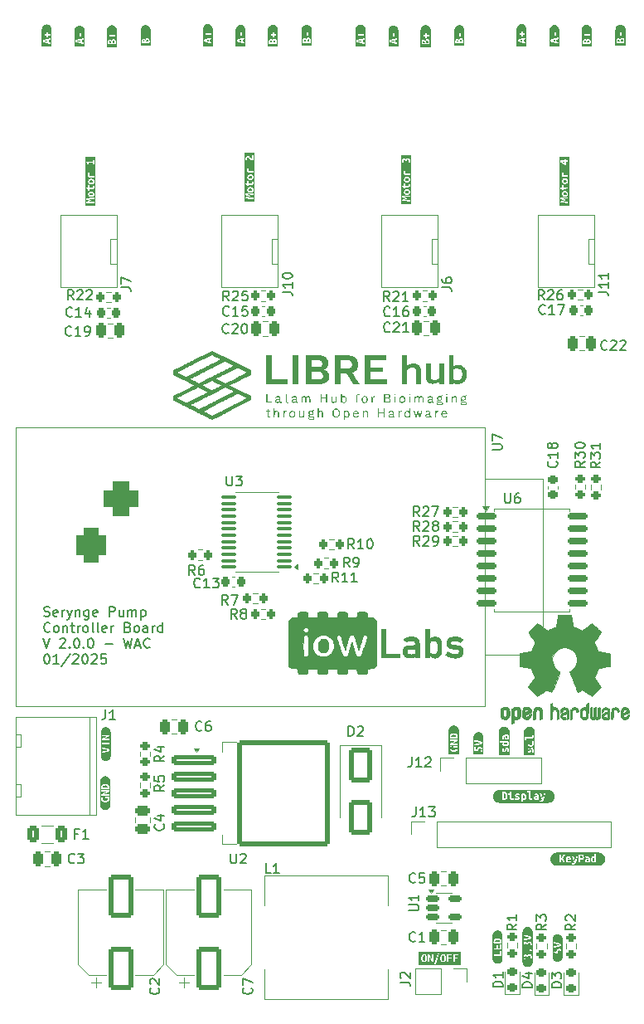
<source format=gto>
G04 #@! TF.GenerationSoftware,KiCad,Pcbnew,8.0.3-8.0.3-0~ubuntu20.04.1*
G04 #@! TF.CreationDate,2025-01-28T05:51:00-03:00*
G04 #@! TF.ProjectId,syringe_pump,73797269-6e67-4655-9f70-756d702e6b69,rev?*
G04 #@! TF.SameCoordinates,Original*
G04 #@! TF.FileFunction,Legend,Top*
G04 #@! TF.FilePolarity,Positive*
%FSLAX46Y46*%
G04 Gerber Fmt 4.6, Leading zero omitted, Abs format (unit mm)*
G04 Created by KiCad (PCBNEW 8.0.3-8.0.3-0~ubuntu20.04.1) date 2025-01-28 05:51:00*
%MOMM*%
%LPD*%
G01*
G04 APERTURE LIST*
G04 Aperture macros list*
%AMRoundRect*
0 Rectangle with rounded corners*
0 $1 Rounding radius*
0 $2 $3 $4 $5 $6 $7 $8 $9 X,Y pos of 4 corners*
0 Add a 4 corners polygon primitive as box body*
4,1,4,$2,$3,$4,$5,$6,$7,$8,$9,$2,$3,0*
0 Add four circle primitives for the rounded corners*
1,1,$1+$1,$2,$3*
1,1,$1+$1,$4,$5*
1,1,$1+$1,$6,$7*
1,1,$1+$1,$8,$9*
0 Add four rect primitives between the rounded corners*
20,1,$1+$1,$2,$3,$4,$5,0*
20,1,$1+$1,$4,$5,$6,$7,0*
20,1,$1+$1,$6,$7,$8,$9,0*
20,1,$1+$1,$8,$9,$2,$3,0*%
G04 Aperture macros list end*
%ADD10C,0.150000*%
%ADD11C,0.120000*%
%ADD12C,0.010000*%
%ADD13C,0.000000*%
%ADD14RoundRect,0.200000X-0.275000X0.200000X-0.275000X-0.200000X0.275000X-0.200000X0.275000X0.200000X0*%
%ADD15RoundRect,0.250000X0.475000X-0.250000X0.475000X0.250000X-0.475000X0.250000X-0.475000X-0.250000X0*%
%ADD16RoundRect,0.225000X0.250000X-0.225000X0.250000X0.225000X-0.250000X0.225000X-0.250000X-0.225000X0*%
%ADD17RoundRect,0.200000X0.200000X0.275000X-0.200000X0.275000X-0.200000X-0.275000X0.200000X-0.275000X0*%
%ADD18RoundRect,0.200000X-0.200000X-0.275000X0.200000X-0.275000X0.200000X0.275000X-0.200000X0.275000X0*%
%ADD19RoundRect,0.225000X0.225000X0.250000X-0.225000X0.250000X-0.225000X-0.250000X0.225000X-0.250000X0*%
%ADD20RoundRect,0.250000X-0.250000X-0.475000X0.250000X-0.475000X0.250000X0.475000X-0.250000X0.475000X0*%
%ADD21RoundRect,0.250000X0.250000X0.475000X-0.250000X0.475000X-0.250000X-0.475000X0.250000X-0.475000X0*%
%ADD22C,1.800000*%
%ADD23RoundRect,0.250000X-2.050000X-0.300000X2.050000X-0.300000X2.050000X0.300000X-2.050000X0.300000X0*%
%ADD24RoundRect,0.250002X-4.449998X-5.149998X4.449998X-5.149998X4.449998X5.149998X-4.449998X5.149998X0*%
%ADD25RoundRect,0.218750X0.256250X-0.218750X0.256250X0.218750X-0.256250X0.218750X-0.256250X-0.218750X0*%
%ADD26R,1.700000X1.700000*%
%ADD27O,1.700000X1.700000*%
%ADD28RoundRect,0.150000X-0.512500X-0.150000X0.512500X-0.150000X0.512500X0.150000X-0.512500X0.150000X0*%
%ADD29RoundRect,0.250000X1.000000X-1.950000X1.000000X1.950000X-1.000000X1.950000X-1.000000X-1.950000X0*%
%ADD30R,2.900000X5.400000*%
%ADD31RoundRect,0.150000X-0.875000X-0.150000X0.875000X-0.150000X0.875000X0.150000X-0.875000X0.150000X0*%
%ADD32RoundRect,0.250000X-0.900000X1.500000X-0.900000X-1.500000X0.900000X-1.500000X0.900000X1.500000X0*%
%ADD33O,4.000000X2.000000*%
%ADD34RoundRect,0.225000X-0.225000X-0.250000X0.225000X-0.250000X0.225000X0.250000X-0.225000X0.250000X0*%
%ADD35RoundRect,0.100000X0.637500X0.100000X-0.637500X0.100000X-0.637500X-0.100000X0.637500X-0.100000X0*%
%ADD36RoundRect,0.250000X-0.375000X-0.625000X0.375000X-0.625000X0.375000X0.625000X-0.375000X0.625000X0*%
%ADD37R,1.200000X2.000000*%
%ADD38O,1.200000X2.000000*%
%ADD39R,2.400000X2.400000*%
%ADD40C,2.400000*%
%ADD41O,2.000000X1.600000*%
%ADD42R,3.500000X3.500000*%
%ADD43RoundRect,0.750000X-0.750000X-1.000000X0.750000X-1.000000X0.750000X1.000000X-0.750000X1.000000X0*%
%ADD44RoundRect,0.875000X-0.875000X-0.875000X0.875000X-0.875000X0.875000X0.875000X-0.875000X0.875000X0*%
G04 APERTURE END LIST*
D10*
X53164160Y-110717368D02*
X53307017Y-110764987D01*
X53307017Y-110764987D02*
X53545112Y-110764987D01*
X53545112Y-110764987D02*
X53640350Y-110717368D01*
X53640350Y-110717368D02*
X53687969Y-110669748D01*
X53687969Y-110669748D02*
X53735588Y-110574510D01*
X53735588Y-110574510D02*
X53735588Y-110479272D01*
X53735588Y-110479272D02*
X53687969Y-110384034D01*
X53687969Y-110384034D02*
X53640350Y-110336415D01*
X53640350Y-110336415D02*
X53545112Y-110288796D01*
X53545112Y-110288796D02*
X53354636Y-110241177D01*
X53354636Y-110241177D02*
X53259398Y-110193558D01*
X53259398Y-110193558D02*
X53211779Y-110145939D01*
X53211779Y-110145939D02*
X53164160Y-110050701D01*
X53164160Y-110050701D02*
X53164160Y-109955463D01*
X53164160Y-109955463D02*
X53211779Y-109860225D01*
X53211779Y-109860225D02*
X53259398Y-109812606D01*
X53259398Y-109812606D02*
X53354636Y-109764987D01*
X53354636Y-109764987D02*
X53592731Y-109764987D01*
X53592731Y-109764987D02*
X53735588Y-109812606D01*
X54545112Y-110717368D02*
X54449874Y-110764987D01*
X54449874Y-110764987D02*
X54259398Y-110764987D01*
X54259398Y-110764987D02*
X54164160Y-110717368D01*
X54164160Y-110717368D02*
X54116541Y-110622129D01*
X54116541Y-110622129D02*
X54116541Y-110241177D01*
X54116541Y-110241177D02*
X54164160Y-110145939D01*
X54164160Y-110145939D02*
X54259398Y-110098320D01*
X54259398Y-110098320D02*
X54449874Y-110098320D01*
X54449874Y-110098320D02*
X54545112Y-110145939D01*
X54545112Y-110145939D02*
X54592731Y-110241177D01*
X54592731Y-110241177D02*
X54592731Y-110336415D01*
X54592731Y-110336415D02*
X54116541Y-110431653D01*
X55021303Y-110764987D02*
X55021303Y-110098320D01*
X55021303Y-110288796D02*
X55068922Y-110193558D01*
X55068922Y-110193558D02*
X55116541Y-110145939D01*
X55116541Y-110145939D02*
X55211779Y-110098320D01*
X55211779Y-110098320D02*
X55307017Y-110098320D01*
X55545113Y-110098320D02*
X55783208Y-110764987D01*
X56021303Y-110098320D02*
X55783208Y-110764987D01*
X55783208Y-110764987D02*
X55687970Y-111003082D01*
X55687970Y-111003082D02*
X55640351Y-111050701D01*
X55640351Y-111050701D02*
X55545113Y-111098320D01*
X56402256Y-110098320D02*
X56402256Y-110764987D01*
X56402256Y-110193558D02*
X56449875Y-110145939D01*
X56449875Y-110145939D02*
X56545113Y-110098320D01*
X56545113Y-110098320D02*
X56687970Y-110098320D01*
X56687970Y-110098320D02*
X56783208Y-110145939D01*
X56783208Y-110145939D02*
X56830827Y-110241177D01*
X56830827Y-110241177D02*
X56830827Y-110764987D01*
X57735589Y-110098320D02*
X57735589Y-110907844D01*
X57735589Y-110907844D02*
X57687970Y-111003082D01*
X57687970Y-111003082D02*
X57640351Y-111050701D01*
X57640351Y-111050701D02*
X57545113Y-111098320D01*
X57545113Y-111098320D02*
X57402256Y-111098320D01*
X57402256Y-111098320D02*
X57307018Y-111050701D01*
X57735589Y-110717368D02*
X57640351Y-110764987D01*
X57640351Y-110764987D02*
X57449875Y-110764987D01*
X57449875Y-110764987D02*
X57354637Y-110717368D01*
X57354637Y-110717368D02*
X57307018Y-110669748D01*
X57307018Y-110669748D02*
X57259399Y-110574510D01*
X57259399Y-110574510D02*
X57259399Y-110288796D01*
X57259399Y-110288796D02*
X57307018Y-110193558D01*
X57307018Y-110193558D02*
X57354637Y-110145939D01*
X57354637Y-110145939D02*
X57449875Y-110098320D01*
X57449875Y-110098320D02*
X57640351Y-110098320D01*
X57640351Y-110098320D02*
X57735589Y-110145939D01*
X58592732Y-110717368D02*
X58497494Y-110764987D01*
X58497494Y-110764987D02*
X58307018Y-110764987D01*
X58307018Y-110764987D02*
X58211780Y-110717368D01*
X58211780Y-110717368D02*
X58164161Y-110622129D01*
X58164161Y-110622129D02*
X58164161Y-110241177D01*
X58164161Y-110241177D02*
X58211780Y-110145939D01*
X58211780Y-110145939D02*
X58307018Y-110098320D01*
X58307018Y-110098320D02*
X58497494Y-110098320D01*
X58497494Y-110098320D02*
X58592732Y-110145939D01*
X58592732Y-110145939D02*
X58640351Y-110241177D01*
X58640351Y-110241177D02*
X58640351Y-110336415D01*
X58640351Y-110336415D02*
X58164161Y-110431653D01*
X59830828Y-110764987D02*
X59830828Y-109764987D01*
X59830828Y-109764987D02*
X60211780Y-109764987D01*
X60211780Y-109764987D02*
X60307018Y-109812606D01*
X60307018Y-109812606D02*
X60354637Y-109860225D01*
X60354637Y-109860225D02*
X60402256Y-109955463D01*
X60402256Y-109955463D02*
X60402256Y-110098320D01*
X60402256Y-110098320D02*
X60354637Y-110193558D01*
X60354637Y-110193558D02*
X60307018Y-110241177D01*
X60307018Y-110241177D02*
X60211780Y-110288796D01*
X60211780Y-110288796D02*
X59830828Y-110288796D01*
X61259399Y-110098320D02*
X61259399Y-110764987D01*
X60830828Y-110098320D02*
X60830828Y-110622129D01*
X60830828Y-110622129D02*
X60878447Y-110717368D01*
X60878447Y-110717368D02*
X60973685Y-110764987D01*
X60973685Y-110764987D02*
X61116542Y-110764987D01*
X61116542Y-110764987D02*
X61211780Y-110717368D01*
X61211780Y-110717368D02*
X61259399Y-110669748D01*
X61735590Y-110764987D02*
X61735590Y-110098320D01*
X61735590Y-110193558D02*
X61783209Y-110145939D01*
X61783209Y-110145939D02*
X61878447Y-110098320D01*
X61878447Y-110098320D02*
X62021304Y-110098320D01*
X62021304Y-110098320D02*
X62116542Y-110145939D01*
X62116542Y-110145939D02*
X62164161Y-110241177D01*
X62164161Y-110241177D02*
X62164161Y-110764987D01*
X62164161Y-110241177D02*
X62211780Y-110145939D01*
X62211780Y-110145939D02*
X62307018Y-110098320D01*
X62307018Y-110098320D02*
X62449875Y-110098320D01*
X62449875Y-110098320D02*
X62545114Y-110145939D01*
X62545114Y-110145939D02*
X62592733Y-110241177D01*
X62592733Y-110241177D02*
X62592733Y-110764987D01*
X63068923Y-110098320D02*
X63068923Y-111098320D01*
X63068923Y-110145939D02*
X63164161Y-110098320D01*
X63164161Y-110098320D02*
X63354637Y-110098320D01*
X63354637Y-110098320D02*
X63449875Y-110145939D01*
X63449875Y-110145939D02*
X63497494Y-110193558D01*
X63497494Y-110193558D02*
X63545113Y-110288796D01*
X63545113Y-110288796D02*
X63545113Y-110574510D01*
X63545113Y-110574510D02*
X63497494Y-110669748D01*
X63497494Y-110669748D02*
X63449875Y-110717368D01*
X63449875Y-110717368D02*
X63354637Y-110764987D01*
X63354637Y-110764987D02*
X63164161Y-110764987D01*
X63164161Y-110764987D02*
X63068923Y-110717368D01*
X53783207Y-112279692D02*
X53735588Y-112327312D01*
X53735588Y-112327312D02*
X53592731Y-112374931D01*
X53592731Y-112374931D02*
X53497493Y-112374931D01*
X53497493Y-112374931D02*
X53354636Y-112327312D01*
X53354636Y-112327312D02*
X53259398Y-112232073D01*
X53259398Y-112232073D02*
X53211779Y-112136835D01*
X53211779Y-112136835D02*
X53164160Y-111946359D01*
X53164160Y-111946359D02*
X53164160Y-111803502D01*
X53164160Y-111803502D02*
X53211779Y-111613026D01*
X53211779Y-111613026D02*
X53259398Y-111517788D01*
X53259398Y-111517788D02*
X53354636Y-111422550D01*
X53354636Y-111422550D02*
X53497493Y-111374931D01*
X53497493Y-111374931D02*
X53592731Y-111374931D01*
X53592731Y-111374931D02*
X53735588Y-111422550D01*
X53735588Y-111422550D02*
X53783207Y-111470169D01*
X54354636Y-112374931D02*
X54259398Y-112327312D01*
X54259398Y-112327312D02*
X54211779Y-112279692D01*
X54211779Y-112279692D02*
X54164160Y-112184454D01*
X54164160Y-112184454D02*
X54164160Y-111898740D01*
X54164160Y-111898740D02*
X54211779Y-111803502D01*
X54211779Y-111803502D02*
X54259398Y-111755883D01*
X54259398Y-111755883D02*
X54354636Y-111708264D01*
X54354636Y-111708264D02*
X54497493Y-111708264D01*
X54497493Y-111708264D02*
X54592731Y-111755883D01*
X54592731Y-111755883D02*
X54640350Y-111803502D01*
X54640350Y-111803502D02*
X54687969Y-111898740D01*
X54687969Y-111898740D02*
X54687969Y-112184454D01*
X54687969Y-112184454D02*
X54640350Y-112279692D01*
X54640350Y-112279692D02*
X54592731Y-112327312D01*
X54592731Y-112327312D02*
X54497493Y-112374931D01*
X54497493Y-112374931D02*
X54354636Y-112374931D01*
X55116541Y-111708264D02*
X55116541Y-112374931D01*
X55116541Y-111803502D02*
X55164160Y-111755883D01*
X55164160Y-111755883D02*
X55259398Y-111708264D01*
X55259398Y-111708264D02*
X55402255Y-111708264D01*
X55402255Y-111708264D02*
X55497493Y-111755883D01*
X55497493Y-111755883D02*
X55545112Y-111851121D01*
X55545112Y-111851121D02*
X55545112Y-112374931D01*
X55878446Y-111708264D02*
X56259398Y-111708264D01*
X56021303Y-111374931D02*
X56021303Y-112232073D01*
X56021303Y-112232073D02*
X56068922Y-112327312D01*
X56068922Y-112327312D02*
X56164160Y-112374931D01*
X56164160Y-112374931D02*
X56259398Y-112374931D01*
X56592732Y-112374931D02*
X56592732Y-111708264D01*
X56592732Y-111898740D02*
X56640351Y-111803502D01*
X56640351Y-111803502D02*
X56687970Y-111755883D01*
X56687970Y-111755883D02*
X56783208Y-111708264D01*
X56783208Y-111708264D02*
X56878446Y-111708264D01*
X57354637Y-112374931D02*
X57259399Y-112327312D01*
X57259399Y-112327312D02*
X57211780Y-112279692D01*
X57211780Y-112279692D02*
X57164161Y-112184454D01*
X57164161Y-112184454D02*
X57164161Y-111898740D01*
X57164161Y-111898740D02*
X57211780Y-111803502D01*
X57211780Y-111803502D02*
X57259399Y-111755883D01*
X57259399Y-111755883D02*
X57354637Y-111708264D01*
X57354637Y-111708264D02*
X57497494Y-111708264D01*
X57497494Y-111708264D02*
X57592732Y-111755883D01*
X57592732Y-111755883D02*
X57640351Y-111803502D01*
X57640351Y-111803502D02*
X57687970Y-111898740D01*
X57687970Y-111898740D02*
X57687970Y-112184454D01*
X57687970Y-112184454D02*
X57640351Y-112279692D01*
X57640351Y-112279692D02*
X57592732Y-112327312D01*
X57592732Y-112327312D02*
X57497494Y-112374931D01*
X57497494Y-112374931D02*
X57354637Y-112374931D01*
X58259399Y-112374931D02*
X58164161Y-112327312D01*
X58164161Y-112327312D02*
X58116542Y-112232073D01*
X58116542Y-112232073D02*
X58116542Y-111374931D01*
X58783209Y-112374931D02*
X58687971Y-112327312D01*
X58687971Y-112327312D02*
X58640352Y-112232073D01*
X58640352Y-112232073D02*
X58640352Y-111374931D01*
X59545114Y-112327312D02*
X59449876Y-112374931D01*
X59449876Y-112374931D02*
X59259400Y-112374931D01*
X59259400Y-112374931D02*
X59164162Y-112327312D01*
X59164162Y-112327312D02*
X59116543Y-112232073D01*
X59116543Y-112232073D02*
X59116543Y-111851121D01*
X59116543Y-111851121D02*
X59164162Y-111755883D01*
X59164162Y-111755883D02*
X59259400Y-111708264D01*
X59259400Y-111708264D02*
X59449876Y-111708264D01*
X59449876Y-111708264D02*
X59545114Y-111755883D01*
X59545114Y-111755883D02*
X59592733Y-111851121D01*
X59592733Y-111851121D02*
X59592733Y-111946359D01*
X59592733Y-111946359D02*
X59116543Y-112041597D01*
X60021305Y-112374931D02*
X60021305Y-111708264D01*
X60021305Y-111898740D02*
X60068924Y-111803502D01*
X60068924Y-111803502D02*
X60116543Y-111755883D01*
X60116543Y-111755883D02*
X60211781Y-111708264D01*
X60211781Y-111708264D02*
X60307019Y-111708264D01*
X61735591Y-111851121D02*
X61878448Y-111898740D01*
X61878448Y-111898740D02*
X61926067Y-111946359D01*
X61926067Y-111946359D02*
X61973686Y-112041597D01*
X61973686Y-112041597D02*
X61973686Y-112184454D01*
X61973686Y-112184454D02*
X61926067Y-112279692D01*
X61926067Y-112279692D02*
X61878448Y-112327312D01*
X61878448Y-112327312D02*
X61783210Y-112374931D01*
X61783210Y-112374931D02*
X61402258Y-112374931D01*
X61402258Y-112374931D02*
X61402258Y-111374931D01*
X61402258Y-111374931D02*
X61735591Y-111374931D01*
X61735591Y-111374931D02*
X61830829Y-111422550D01*
X61830829Y-111422550D02*
X61878448Y-111470169D01*
X61878448Y-111470169D02*
X61926067Y-111565407D01*
X61926067Y-111565407D02*
X61926067Y-111660645D01*
X61926067Y-111660645D02*
X61878448Y-111755883D01*
X61878448Y-111755883D02*
X61830829Y-111803502D01*
X61830829Y-111803502D02*
X61735591Y-111851121D01*
X61735591Y-111851121D02*
X61402258Y-111851121D01*
X62545115Y-112374931D02*
X62449877Y-112327312D01*
X62449877Y-112327312D02*
X62402258Y-112279692D01*
X62402258Y-112279692D02*
X62354639Y-112184454D01*
X62354639Y-112184454D02*
X62354639Y-111898740D01*
X62354639Y-111898740D02*
X62402258Y-111803502D01*
X62402258Y-111803502D02*
X62449877Y-111755883D01*
X62449877Y-111755883D02*
X62545115Y-111708264D01*
X62545115Y-111708264D02*
X62687972Y-111708264D01*
X62687972Y-111708264D02*
X62783210Y-111755883D01*
X62783210Y-111755883D02*
X62830829Y-111803502D01*
X62830829Y-111803502D02*
X62878448Y-111898740D01*
X62878448Y-111898740D02*
X62878448Y-112184454D01*
X62878448Y-112184454D02*
X62830829Y-112279692D01*
X62830829Y-112279692D02*
X62783210Y-112327312D01*
X62783210Y-112327312D02*
X62687972Y-112374931D01*
X62687972Y-112374931D02*
X62545115Y-112374931D01*
X63735591Y-112374931D02*
X63735591Y-111851121D01*
X63735591Y-111851121D02*
X63687972Y-111755883D01*
X63687972Y-111755883D02*
X63592734Y-111708264D01*
X63592734Y-111708264D02*
X63402258Y-111708264D01*
X63402258Y-111708264D02*
X63307020Y-111755883D01*
X63735591Y-112327312D02*
X63640353Y-112374931D01*
X63640353Y-112374931D02*
X63402258Y-112374931D01*
X63402258Y-112374931D02*
X63307020Y-112327312D01*
X63307020Y-112327312D02*
X63259401Y-112232073D01*
X63259401Y-112232073D02*
X63259401Y-112136835D01*
X63259401Y-112136835D02*
X63307020Y-112041597D01*
X63307020Y-112041597D02*
X63402258Y-111993978D01*
X63402258Y-111993978D02*
X63640353Y-111993978D01*
X63640353Y-111993978D02*
X63735591Y-111946359D01*
X64211782Y-112374931D02*
X64211782Y-111708264D01*
X64211782Y-111898740D02*
X64259401Y-111803502D01*
X64259401Y-111803502D02*
X64307020Y-111755883D01*
X64307020Y-111755883D02*
X64402258Y-111708264D01*
X64402258Y-111708264D02*
X64497496Y-111708264D01*
X65259401Y-112374931D02*
X65259401Y-111374931D01*
X65259401Y-112327312D02*
X65164163Y-112374931D01*
X65164163Y-112374931D02*
X64973687Y-112374931D01*
X64973687Y-112374931D02*
X64878449Y-112327312D01*
X64878449Y-112327312D02*
X64830830Y-112279692D01*
X64830830Y-112279692D02*
X64783211Y-112184454D01*
X64783211Y-112184454D02*
X64783211Y-111898740D01*
X64783211Y-111898740D02*
X64830830Y-111803502D01*
X64830830Y-111803502D02*
X64878449Y-111755883D01*
X64878449Y-111755883D02*
X64973687Y-111708264D01*
X64973687Y-111708264D02*
X65164163Y-111708264D01*
X65164163Y-111708264D02*
X65259401Y-111755883D01*
X53068922Y-112984875D02*
X53402255Y-113984875D01*
X53402255Y-113984875D02*
X53735588Y-112984875D01*
X54783208Y-113080113D02*
X54830827Y-113032494D01*
X54830827Y-113032494D02*
X54926065Y-112984875D01*
X54926065Y-112984875D02*
X55164160Y-112984875D01*
X55164160Y-112984875D02*
X55259398Y-113032494D01*
X55259398Y-113032494D02*
X55307017Y-113080113D01*
X55307017Y-113080113D02*
X55354636Y-113175351D01*
X55354636Y-113175351D02*
X55354636Y-113270589D01*
X55354636Y-113270589D02*
X55307017Y-113413446D01*
X55307017Y-113413446D02*
X54735589Y-113984875D01*
X54735589Y-113984875D02*
X55354636Y-113984875D01*
X55783208Y-113889636D02*
X55830827Y-113937256D01*
X55830827Y-113937256D02*
X55783208Y-113984875D01*
X55783208Y-113984875D02*
X55735589Y-113937256D01*
X55735589Y-113937256D02*
X55783208Y-113889636D01*
X55783208Y-113889636D02*
X55783208Y-113984875D01*
X56449874Y-112984875D02*
X56545112Y-112984875D01*
X56545112Y-112984875D02*
X56640350Y-113032494D01*
X56640350Y-113032494D02*
X56687969Y-113080113D01*
X56687969Y-113080113D02*
X56735588Y-113175351D01*
X56735588Y-113175351D02*
X56783207Y-113365827D01*
X56783207Y-113365827D02*
X56783207Y-113603922D01*
X56783207Y-113603922D02*
X56735588Y-113794398D01*
X56735588Y-113794398D02*
X56687969Y-113889636D01*
X56687969Y-113889636D02*
X56640350Y-113937256D01*
X56640350Y-113937256D02*
X56545112Y-113984875D01*
X56545112Y-113984875D02*
X56449874Y-113984875D01*
X56449874Y-113984875D02*
X56354636Y-113937256D01*
X56354636Y-113937256D02*
X56307017Y-113889636D01*
X56307017Y-113889636D02*
X56259398Y-113794398D01*
X56259398Y-113794398D02*
X56211779Y-113603922D01*
X56211779Y-113603922D02*
X56211779Y-113365827D01*
X56211779Y-113365827D02*
X56259398Y-113175351D01*
X56259398Y-113175351D02*
X56307017Y-113080113D01*
X56307017Y-113080113D02*
X56354636Y-113032494D01*
X56354636Y-113032494D02*
X56449874Y-112984875D01*
X57211779Y-113889636D02*
X57259398Y-113937256D01*
X57259398Y-113937256D02*
X57211779Y-113984875D01*
X57211779Y-113984875D02*
X57164160Y-113937256D01*
X57164160Y-113937256D02*
X57211779Y-113889636D01*
X57211779Y-113889636D02*
X57211779Y-113984875D01*
X57878445Y-112984875D02*
X57973683Y-112984875D01*
X57973683Y-112984875D02*
X58068921Y-113032494D01*
X58068921Y-113032494D02*
X58116540Y-113080113D01*
X58116540Y-113080113D02*
X58164159Y-113175351D01*
X58164159Y-113175351D02*
X58211778Y-113365827D01*
X58211778Y-113365827D02*
X58211778Y-113603922D01*
X58211778Y-113603922D02*
X58164159Y-113794398D01*
X58164159Y-113794398D02*
X58116540Y-113889636D01*
X58116540Y-113889636D02*
X58068921Y-113937256D01*
X58068921Y-113937256D02*
X57973683Y-113984875D01*
X57973683Y-113984875D02*
X57878445Y-113984875D01*
X57878445Y-113984875D02*
X57783207Y-113937256D01*
X57783207Y-113937256D02*
X57735588Y-113889636D01*
X57735588Y-113889636D02*
X57687969Y-113794398D01*
X57687969Y-113794398D02*
X57640350Y-113603922D01*
X57640350Y-113603922D02*
X57640350Y-113365827D01*
X57640350Y-113365827D02*
X57687969Y-113175351D01*
X57687969Y-113175351D02*
X57735588Y-113080113D01*
X57735588Y-113080113D02*
X57783207Y-113032494D01*
X57783207Y-113032494D02*
X57878445Y-112984875D01*
X59402255Y-113603922D02*
X60164160Y-113603922D01*
X61307017Y-112984875D02*
X61545112Y-113984875D01*
X61545112Y-113984875D02*
X61735588Y-113270589D01*
X61735588Y-113270589D02*
X61926064Y-113984875D01*
X61926064Y-113984875D02*
X62164160Y-112984875D01*
X62497493Y-113699160D02*
X62973683Y-113699160D01*
X62402255Y-113984875D02*
X62735588Y-112984875D01*
X62735588Y-112984875D02*
X63068921Y-113984875D01*
X63973683Y-113889636D02*
X63926064Y-113937256D01*
X63926064Y-113937256D02*
X63783207Y-113984875D01*
X63783207Y-113984875D02*
X63687969Y-113984875D01*
X63687969Y-113984875D02*
X63545112Y-113937256D01*
X63545112Y-113937256D02*
X63449874Y-113842017D01*
X63449874Y-113842017D02*
X63402255Y-113746779D01*
X63402255Y-113746779D02*
X63354636Y-113556303D01*
X63354636Y-113556303D02*
X63354636Y-113413446D01*
X63354636Y-113413446D02*
X63402255Y-113222970D01*
X63402255Y-113222970D02*
X63449874Y-113127732D01*
X63449874Y-113127732D02*
X63545112Y-113032494D01*
X63545112Y-113032494D02*
X63687969Y-112984875D01*
X63687969Y-112984875D02*
X63783207Y-112984875D01*
X63783207Y-112984875D02*
X63926064Y-113032494D01*
X63926064Y-113032494D02*
X63973683Y-113080113D01*
X53402255Y-114594819D02*
X53497493Y-114594819D01*
X53497493Y-114594819D02*
X53592731Y-114642438D01*
X53592731Y-114642438D02*
X53640350Y-114690057D01*
X53640350Y-114690057D02*
X53687969Y-114785295D01*
X53687969Y-114785295D02*
X53735588Y-114975771D01*
X53735588Y-114975771D02*
X53735588Y-115213866D01*
X53735588Y-115213866D02*
X53687969Y-115404342D01*
X53687969Y-115404342D02*
X53640350Y-115499580D01*
X53640350Y-115499580D02*
X53592731Y-115547200D01*
X53592731Y-115547200D02*
X53497493Y-115594819D01*
X53497493Y-115594819D02*
X53402255Y-115594819D01*
X53402255Y-115594819D02*
X53307017Y-115547200D01*
X53307017Y-115547200D02*
X53259398Y-115499580D01*
X53259398Y-115499580D02*
X53211779Y-115404342D01*
X53211779Y-115404342D02*
X53164160Y-115213866D01*
X53164160Y-115213866D02*
X53164160Y-114975771D01*
X53164160Y-114975771D02*
X53211779Y-114785295D01*
X53211779Y-114785295D02*
X53259398Y-114690057D01*
X53259398Y-114690057D02*
X53307017Y-114642438D01*
X53307017Y-114642438D02*
X53402255Y-114594819D01*
X54687969Y-115594819D02*
X54116541Y-115594819D01*
X54402255Y-115594819D02*
X54402255Y-114594819D01*
X54402255Y-114594819D02*
X54307017Y-114737676D01*
X54307017Y-114737676D02*
X54211779Y-114832914D01*
X54211779Y-114832914D02*
X54116541Y-114880533D01*
X55830826Y-114547200D02*
X54973684Y-115832914D01*
X56116541Y-114690057D02*
X56164160Y-114642438D01*
X56164160Y-114642438D02*
X56259398Y-114594819D01*
X56259398Y-114594819D02*
X56497493Y-114594819D01*
X56497493Y-114594819D02*
X56592731Y-114642438D01*
X56592731Y-114642438D02*
X56640350Y-114690057D01*
X56640350Y-114690057D02*
X56687969Y-114785295D01*
X56687969Y-114785295D02*
X56687969Y-114880533D01*
X56687969Y-114880533D02*
X56640350Y-115023390D01*
X56640350Y-115023390D02*
X56068922Y-115594819D01*
X56068922Y-115594819D02*
X56687969Y-115594819D01*
X57307017Y-114594819D02*
X57402255Y-114594819D01*
X57402255Y-114594819D02*
X57497493Y-114642438D01*
X57497493Y-114642438D02*
X57545112Y-114690057D01*
X57545112Y-114690057D02*
X57592731Y-114785295D01*
X57592731Y-114785295D02*
X57640350Y-114975771D01*
X57640350Y-114975771D02*
X57640350Y-115213866D01*
X57640350Y-115213866D02*
X57592731Y-115404342D01*
X57592731Y-115404342D02*
X57545112Y-115499580D01*
X57545112Y-115499580D02*
X57497493Y-115547200D01*
X57497493Y-115547200D02*
X57402255Y-115594819D01*
X57402255Y-115594819D02*
X57307017Y-115594819D01*
X57307017Y-115594819D02*
X57211779Y-115547200D01*
X57211779Y-115547200D02*
X57164160Y-115499580D01*
X57164160Y-115499580D02*
X57116541Y-115404342D01*
X57116541Y-115404342D02*
X57068922Y-115213866D01*
X57068922Y-115213866D02*
X57068922Y-114975771D01*
X57068922Y-114975771D02*
X57116541Y-114785295D01*
X57116541Y-114785295D02*
X57164160Y-114690057D01*
X57164160Y-114690057D02*
X57211779Y-114642438D01*
X57211779Y-114642438D02*
X57307017Y-114594819D01*
X58021303Y-114690057D02*
X58068922Y-114642438D01*
X58068922Y-114642438D02*
X58164160Y-114594819D01*
X58164160Y-114594819D02*
X58402255Y-114594819D01*
X58402255Y-114594819D02*
X58497493Y-114642438D01*
X58497493Y-114642438D02*
X58545112Y-114690057D01*
X58545112Y-114690057D02*
X58592731Y-114785295D01*
X58592731Y-114785295D02*
X58592731Y-114880533D01*
X58592731Y-114880533D02*
X58545112Y-115023390D01*
X58545112Y-115023390D02*
X57973684Y-115594819D01*
X57973684Y-115594819D02*
X58592731Y-115594819D01*
X59497493Y-114594819D02*
X59021303Y-114594819D01*
X59021303Y-114594819D02*
X58973684Y-115071009D01*
X58973684Y-115071009D02*
X59021303Y-115023390D01*
X59021303Y-115023390D02*
X59116541Y-114975771D01*
X59116541Y-114975771D02*
X59354636Y-114975771D01*
X59354636Y-114975771D02*
X59449874Y-115023390D01*
X59449874Y-115023390D02*
X59497493Y-115071009D01*
X59497493Y-115071009D02*
X59545112Y-115166247D01*
X59545112Y-115166247D02*
X59545112Y-115404342D01*
X59545112Y-115404342D02*
X59497493Y-115499580D01*
X59497493Y-115499580D02*
X59449874Y-115547200D01*
X59449874Y-115547200D02*
X59354636Y-115594819D01*
X59354636Y-115594819D02*
X59116541Y-115594819D01*
X59116541Y-115594819D02*
X59021303Y-115547200D01*
X59021303Y-115547200D02*
X58973684Y-115499580D01*
X104454819Y-142166666D02*
X103978628Y-142499999D01*
X104454819Y-142738094D02*
X103454819Y-142738094D01*
X103454819Y-142738094D02*
X103454819Y-142357142D01*
X103454819Y-142357142D02*
X103502438Y-142261904D01*
X103502438Y-142261904D02*
X103550057Y-142214285D01*
X103550057Y-142214285D02*
X103645295Y-142166666D01*
X103645295Y-142166666D02*
X103788152Y-142166666D01*
X103788152Y-142166666D02*
X103883390Y-142214285D01*
X103883390Y-142214285D02*
X103931009Y-142261904D01*
X103931009Y-142261904D02*
X103978628Y-142357142D01*
X103978628Y-142357142D02*
X103978628Y-142738094D01*
X103454819Y-141833332D02*
X103454819Y-141214285D01*
X103454819Y-141214285D02*
X103835771Y-141547618D01*
X103835771Y-141547618D02*
X103835771Y-141404761D01*
X103835771Y-141404761D02*
X103883390Y-141309523D01*
X103883390Y-141309523D02*
X103931009Y-141261904D01*
X103931009Y-141261904D02*
X104026247Y-141214285D01*
X104026247Y-141214285D02*
X104264342Y-141214285D01*
X104264342Y-141214285D02*
X104359580Y-141261904D01*
X104359580Y-141261904D02*
X104407200Y-141309523D01*
X104407200Y-141309523D02*
X104454819Y-141404761D01*
X104454819Y-141404761D02*
X104454819Y-141690475D01*
X104454819Y-141690475D02*
X104407200Y-141785713D01*
X104407200Y-141785713D02*
X104359580Y-141833332D01*
X65359580Y-131966666D02*
X65407200Y-132014285D01*
X65407200Y-132014285D02*
X65454819Y-132157142D01*
X65454819Y-132157142D02*
X65454819Y-132252380D01*
X65454819Y-132252380D02*
X65407200Y-132395237D01*
X65407200Y-132395237D02*
X65311961Y-132490475D01*
X65311961Y-132490475D02*
X65216723Y-132538094D01*
X65216723Y-132538094D02*
X65026247Y-132585713D01*
X65026247Y-132585713D02*
X64883390Y-132585713D01*
X64883390Y-132585713D02*
X64692914Y-132538094D01*
X64692914Y-132538094D02*
X64597676Y-132490475D01*
X64597676Y-132490475D02*
X64502438Y-132395237D01*
X64502438Y-132395237D02*
X64454819Y-132252380D01*
X64454819Y-132252380D02*
X64454819Y-132157142D01*
X64454819Y-132157142D02*
X64502438Y-132014285D01*
X64502438Y-132014285D02*
X64550057Y-131966666D01*
X64788152Y-131109523D02*
X65454819Y-131109523D01*
X64407200Y-131347618D02*
X65121485Y-131585713D01*
X65121485Y-131585713D02*
X65121485Y-130966666D01*
X105522528Y-94947857D02*
X105570148Y-94995476D01*
X105570148Y-94995476D02*
X105617767Y-95138333D01*
X105617767Y-95138333D02*
X105617767Y-95233571D01*
X105617767Y-95233571D02*
X105570148Y-95376428D01*
X105570148Y-95376428D02*
X105474909Y-95471666D01*
X105474909Y-95471666D02*
X105379671Y-95519285D01*
X105379671Y-95519285D02*
X105189195Y-95566904D01*
X105189195Y-95566904D02*
X105046338Y-95566904D01*
X105046338Y-95566904D02*
X104855862Y-95519285D01*
X104855862Y-95519285D02*
X104760624Y-95471666D01*
X104760624Y-95471666D02*
X104665386Y-95376428D01*
X104665386Y-95376428D02*
X104617767Y-95233571D01*
X104617767Y-95233571D02*
X104617767Y-95138333D01*
X104617767Y-95138333D02*
X104665386Y-94995476D01*
X104665386Y-94995476D02*
X104713005Y-94947857D01*
X105617767Y-93995476D02*
X105617767Y-94566904D01*
X105617767Y-94281190D02*
X104617767Y-94281190D01*
X104617767Y-94281190D02*
X104760624Y-94376428D01*
X104760624Y-94376428D02*
X104855862Y-94471666D01*
X104855862Y-94471666D02*
X104903481Y-94566904D01*
X105046338Y-93424047D02*
X104998719Y-93519285D01*
X104998719Y-93519285D02*
X104951100Y-93566904D01*
X104951100Y-93566904D02*
X104855862Y-93614523D01*
X104855862Y-93614523D02*
X104808243Y-93614523D01*
X104808243Y-93614523D02*
X104713005Y-93566904D01*
X104713005Y-93566904D02*
X104665386Y-93519285D01*
X104665386Y-93519285D02*
X104617767Y-93424047D01*
X104617767Y-93424047D02*
X104617767Y-93233571D01*
X104617767Y-93233571D02*
X104665386Y-93138333D01*
X104665386Y-93138333D02*
X104713005Y-93090714D01*
X104713005Y-93090714D02*
X104808243Y-93043095D01*
X104808243Y-93043095D02*
X104855862Y-93043095D01*
X104855862Y-93043095D02*
X104951100Y-93090714D01*
X104951100Y-93090714D02*
X104998719Y-93138333D01*
X104998719Y-93138333D02*
X105046338Y-93233571D01*
X105046338Y-93233571D02*
X105046338Y-93424047D01*
X105046338Y-93424047D02*
X105093957Y-93519285D01*
X105093957Y-93519285D02*
X105141576Y-93566904D01*
X105141576Y-93566904D02*
X105236814Y-93614523D01*
X105236814Y-93614523D02*
X105427290Y-93614523D01*
X105427290Y-93614523D02*
X105522528Y-93566904D01*
X105522528Y-93566904D02*
X105570148Y-93519285D01*
X105570148Y-93519285D02*
X105617767Y-93424047D01*
X105617767Y-93424047D02*
X105617767Y-93233571D01*
X105617767Y-93233571D02*
X105570148Y-93138333D01*
X105570148Y-93138333D02*
X105522528Y-93090714D01*
X105522528Y-93090714D02*
X105427290Y-93043095D01*
X105427290Y-93043095D02*
X105236814Y-93043095D01*
X105236814Y-93043095D02*
X105141576Y-93090714D01*
X105141576Y-93090714D02*
X105093957Y-93138333D01*
X105093957Y-93138333D02*
X105046338Y-93233571D01*
X104257142Y-78454819D02*
X103923809Y-77978628D01*
X103685714Y-78454819D02*
X103685714Y-77454819D01*
X103685714Y-77454819D02*
X104066666Y-77454819D01*
X104066666Y-77454819D02*
X104161904Y-77502438D01*
X104161904Y-77502438D02*
X104209523Y-77550057D01*
X104209523Y-77550057D02*
X104257142Y-77645295D01*
X104257142Y-77645295D02*
X104257142Y-77788152D01*
X104257142Y-77788152D02*
X104209523Y-77883390D01*
X104209523Y-77883390D02*
X104161904Y-77931009D01*
X104161904Y-77931009D02*
X104066666Y-77978628D01*
X104066666Y-77978628D02*
X103685714Y-77978628D01*
X104638095Y-77550057D02*
X104685714Y-77502438D01*
X104685714Y-77502438D02*
X104780952Y-77454819D01*
X104780952Y-77454819D02*
X105019047Y-77454819D01*
X105019047Y-77454819D02*
X105114285Y-77502438D01*
X105114285Y-77502438D02*
X105161904Y-77550057D01*
X105161904Y-77550057D02*
X105209523Y-77645295D01*
X105209523Y-77645295D02*
X105209523Y-77740533D01*
X105209523Y-77740533D02*
X105161904Y-77883390D01*
X105161904Y-77883390D02*
X104590476Y-78454819D01*
X104590476Y-78454819D02*
X105209523Y-78454819D01*
X106066666Y-77454819D02*
X105876190Y-77454819D01*
X105876190Y-77454819D02*
X105780952Y-77502438D01*
X105780952Y-77502438D02*
X105733333Y-77550057D01*
X105733333Y-77550057D02*
X105638095Y-77692914D01*
X105638095Y-77692914D02*
X105590476Y-77883390D01*
X105590476Y-77883390D02*
X105590476Y-78264342D01*
X105590476Y-78264342D02*
X105638095Y-78359580D01*
X105638095Y-78359580D02*
X105685714Y-78407200D01*
X105685714Y-78407200D02*
X105780952Y-78454819D01*
X105780952Y-78454819D02*
X105971428Y-78454819D01*
X105971428Y-78454819D02*
X106066666Y-78407200D01*
X106066666Y-78407200D02*
X106114285Y-78359580D01*
X106114285Y-78359580D02*
X106161904Y-78264342D01*
X106161904Y-78264342D02*
X106161904Y-78026247D01*
X106161904Y-78026247D02*
X106114285Y-77931009D01*
X106114285Y-77931009D02*
X106066666Y-77883390D01*
X106066666Y-77883390D02*
X105971428Y-77835771D01*
X105971428Y-77835771D02*
X105780952Y-77835771D01*
X105780952Y-77835771D02*
X105685714Y-77883390D01*
X105685714Y-77883390D02*
X105638095Y-77931009D01*
X105638095Y-77931009D02*
X105590476Y-78026247D01*
X108407767Y-94932857D02*
X107931576Y-95266190D01*
X108407767Y-95504285D02*
X107407767Y-95504285D01*
X107407767Y-95504285D02*
X107407767Y-95123333D01*
X107407767Y-95123333D02*
X107455386Y-95028095D01*
X107455386Y-95028095D02*
X107503005Y-94980476D01*
X107503005Y-94980476D02*
X107598243Y-94932857D01*
X107598243Y-94932857D02*
X107741100Y-94932857D01*
X107741100Y-94932857D02*
X107836338Y-94980476D01*
X107836338Y-94980476D02*
X107883957Y-95028095D01*
X107883957Y-95028095D02*
X107931576Y-95123333D01*
X107931576Y-95123333D02*
X107931576Y-95504285D01*
X107407767Y-94599523D02*
X107407767Y-93980476D01*
X107407767Y-93980476D02*
X107788719Y-94313809D01*
X107788719Y-94313809D02*
X107788719Y-94170952D01*
X107788719Y-94170952D02*
X107836338Y-94075714D01*
X107836338Y-94075714D02*
X107883957Y-94028095D01*
X107883957Y-94028095D02*
X107979195Y-93980476D01*
X107979195Y-93980476D02*
X108217290Y-93980476D01*
X108217290Y-93980476D02*
X108312528Y-94028095D01*
X108312528Y-94028095D02*
X108360148Y-94075714D01*
X108360148Y-94075714D02*
X108407767Y-94170952D01*
X108407767Y-94170952D02*
X108407767Y-94456666D01*
X108407767Y-94456666D02*
X108360148Y-94551904D01*
X108360148Y-94551904D02*
X108312528Y-94599523D01*
X107407767Y-93361428D02*
X107407767Y-93266190D01*
X107407767Y-93266190D02*
X107455386Y-93170952D01*
X107455386Y-93170952D02*
X107503005Y-93123333D01*
X107503005Y-93123333D02*
X107598243Y-93075714D01*
X107598243Y-93075714D02*
X107788719Y-93028095D01*
X107788719Y-93028095D02*
X108026814Y-93028095D01*
X108026814Y-93028095D02*
X108217290Y-93075714D01*
X108217290Y-93075714D02*
X108312528Y-93123333D01*
X108312528Y-93123333D02*
X108360148Y-93170952D01*
X108360148Y-93170952D02*
X108407767Y-93266190D01*
X108407767Y-93266190D02*
X108407767Y-93361428D01*
X108407767Y-93361428D02*
X108360148Y-93456666D01*
X108360148Y-93456666D02*
X108312528Y-93504285D01*
X108312528Y-93504285D02*
X108217290Y-93551904D01*
X108217290Y-93551904D02*
X108026814Y-93599523D01*
X108026814Y-93599523D02*
X107788719Y-93599523D01*
X107788719Y-93599523D02*
X107598243Y-93551904D01*
X107598243Y-93551904D02*
X107503005Y-93504285D01*
X107503005Y-93504285D02*
X107455386Y-93456666D01*
X107455386Y-93456666D02*
X107407767Y-93361428D01*
X91532142Y-103549819D02*
X91198809Y-103073628D01*
X90960714Y-103549819D02*
X90960714Y-102549819D01*
X90960714Y-102549819D02*
X91341666Y-102549819D01*
X91341666Y-102549819D02*
X91436904Y-102597438D01*
X91436904Y-102597438D02*
X91484523Y-102645057D01*
X91484523Y-102645057D02*
X91532142Y-102740295D01*
X91532142Y-102740295D02*
X91532142Y-102883152D01*
X91532142Y-102883152D02*
X91484523Y-102978390D01*
X91484523Y-102978390D02*
X91436904Y-103026009D01*
X91436904Y-103026009D02*
X91341666Y-103073628D01*
X91341666Y-103073628D02*
X90960714Y-103073628D01*
X91913095Y-102645057D02*
X91960714Y-102597438D01*
X91960714Y-102597438D02*
X92055952Y-102549819D01*
X92055952Y-102549819D02*
X92294047Y-102549819D01*
X92294047Y-102549819D02*
X92389285Y-102597438D01*
X92389285Y-102597438D02*
X92436904Y-102645057D01*
X92436904Y-102645057D02*
X92484523Y-102740295D01*
X92484523Y-102740295D02*
X92484523Y-102835533D01*
X92484523Y-102835533D02*
X92436904Y-102978390D01*
X92436904Y-102978390D02*
X91865476Y-103549819D01*
X91865476Y-103549819D02*
X92484523Y-103549819D01*
X92960714Y-103549819D02*
X93151190Y-103549819D01*
X93151190Y-103549819D02*
X93246428Y-103502200D01*
X93246428Y-103502200D02*
X93294047Y-103454580D01*
X93294047Y-103454580D02*
X93389285Y-103311723D01*
X93389285Y-103311723D02*
X93436904Y-103121247D01*
X93436904Y-103121247D02*
X93436904Y-102740295D01*
X93436904Y-102740295D02*
X93389285Y-102645057D01*
X93389285Y-102645057D02*
X93341666Y-102597438D01*
X93341666Y-102597438D02*
X93246428Y-102549819D01*
X93246428Y-102549819D02*
X93055952Y-102549819D01*
X93055952Y-102549819D02*
X92960714Y-102597438D01*
X92960714Y-102597438D02*
X92913095Y-102645057D01*
X92913095Y-102645057D02*
X92865476Y-102740295D01*
X92865476Y-102740295D02*
X92865476Y-102978390D01*
X92865476Y-102978390D02*
X92913095Y-103073628D01*
X92913095Y-103073628D02*
X92960714Y-103121247D01*
X92960714Y-103121247D02*
X93055952Y-103168866D01*
X93055952Y-103168866D02*
X93246428Y-103168866D01*
X93246428Y-103168866D02*
X93341666Y-103121247D01*
X93341666Y-103121247D02*
X93389285Y-103073628D01*
X93389285Y-103073628D02*
X93436904Y-102978390D01*
X56032142Y-80109580D02*
X55984523Y-80157200D01*
X55984523Y-80157200D02*
X55841666Y-80204819D01*
X55841666Y-80204819D02*
X55746428Y-80204819D01*
X55746428Y-80204819D02*
X55603571Y-80157200D01*
X55603571Y-80157200D02*
X55508333Y-80061961D01*
X55508333Y-80061961D02*
X55460714Y-79966723D01*
X55460714Y-79966723D02*
X55413095Y-79776247D01*
X55413095Y-79776247D02*
X55413095Y-79633390D01*
X55413095Y-79633390D02*
X55460714Y-79442914D01*
X55460714Y-79442914D02*
X55508333Y-79347676D01*
X55508333Y-79347676D02*
X55603571Y-79252438D01*
X55603571Y-79252438D02*
X55746428Y-79204819D01*
X55746428Y-79204819D02*
X55841666Y-79204819D01*
X55841666Y-79204819D02*
X55984523Y-79252438D01*
X55984523Y-79252438D02*
X56032142Y-79300057D01*
X56984523Y-80204819D02*
X56413095Y-80204819D01*
X56698809Y-80204819D02*
X56698809Y-79204819D01*
X56698809Y-79204819D02*
X56603571Y-79347676D01*
X56603571Y-79347676D02*
X56508333Y-79442914D01*
X56508333Y-79442914D02*
X56413095Y-79490533D01*
X57841666Y-79538152D02*
X57841666Y-80204819D01*
X57603571Y-79157200D02*
X57365476Y-79871485D01*
X57365476Y-79871485D02*
X57984523Y-79871485D01*
X91108333Y-143859580D02*
X91060714Y-143907200D01*
X91060714Y-143907200D02*
X90917857Y-143954819D01*
X90917857Y-143954819D02*
X90822619Y-143954819D01*
X90822619Y-143954819D02*
X90679762Y-143907200D01*
X90679762Y-143907200D02*
X90584524Y-143811961D01*
X90584524Y-143811961D02*
X90536905Y-143716723D01*
X90536905Y-143716723D02*
X90489286Y-143526247D01*
X90489286Y-143526247D02*
X90489286Y-143383390D01*
X90489286Y-143383390D02*
X90536905Y-143192914D01*
X90536905Y-143192914D02*
X90584524Y-143097676D01*
X90584524Y-143097676D02*
X90679762Y-143002438D01*
X90679762Y-143002438D02*
X90822619Y-142954819D01*
X90822619Y-142954819D02*
X90917857Y-142954819D01*
X90917857Y-142954819D02*
X91060714Y-143002438D01*
X91060714Y-143002438D02*
X91108333Y-143050057D01*
X92060714Y-143954819D02*
X91489286Y-143954819D01*
X91775000Y-143954819D02*
X91775000Y-142954819D01*
X91775000Y-142954819D02*
X91679762Y-143097676D01*
X91679762Y-143097676D02*
X91584524Y-143192914D01*
X91584524Y-143192914D02*
X91489286Y-143240533D01*
X72007142Y-81809580D02*
X71959523Y-81857200D01*
X71959523Y-81857200D02*
X71816666Y-81904819D01*
X71816666Y-81904819D02*
X71721428Y-81904819D01*
X71721428Y-81904819D02*
X71578571Y-81857200D01*
X71578571Y-81857200D02*
X71483333Y-81761961D01*
X71483333Y-81761961D02*
X71435714Y-81666723D01*
X71435714Y-81666723D02*
X71388095Y-81476247D01*
X71388095Y-81476247D02*
X71388095Y-81333390D01*
X71388095Y-81333390D02*
X71435714Y-81142914D01*
X71435714Y-81142914D02*
X71483333Y-81047676D01*
X71483333Y-81047676D02*
X71578571Y-80952438D01*
X71578571Y-80952438D02*
X71721428Y-80904819D01*
X71721428Y-80904819D02*
X71816666Y-80904819D01*
X71816666Y-80904819D02*
X71959523Y-80952438D01*
X71959523Y-80952438D02*
X72007142Y-81000057D01*
X72388095Y-81000057D02*
X72435714Y-80952438D01*
X72435714Y-80952438D02*
X72530952Y-80904819D01*
X72530952Y-80904819D02*
X72769047Y-80904819D01*
X72769047Y-80904819D02*
X72864285Y-80952438D01*
X72864285Y-80952438D02*
X72911904Y-81000057D01*
X72911904Y-81000057D02*
X72959523Y-81095295D01*
X72959523Y-81095295D02*
X72959523Y-81190533D01*
X72959523Y-81190533D02*
X72911904Y-81333390D01*
X72911904Y-81333390D02*
X72340476Y-81904819D01*
X72340476Y-81904819D02*
X72959523Y-81904819D01*
X73578571Y-80904819D02*
X73673809Y-80904819D01*
X73673809Y-80904819D02*
X73769047Y-80952438D01*
X73769047Y-80952438D02*
X73816666Y-81000057D01*
X73816666Y-81000057D02*
X73864285Y-81095295D01*
X73864285Y-81095295D02*
X73911904Y-81285771D01*
X73911904Y-81285771D02*
X73911904Y-81523866D01*
X73911904Y-81523866D02*
X73864285Y-81714342D01*
X73864285Y-81714342D02*
X73816666Y-81809580D01*
X73816666Y-81809580D02*
X73769047Y-81857200D01*
X73769047Y-81857200D02*
X73673809Y-81904819D01*
X73673809Y-81904819D02*
X73578571Y-81904819D01*
X73578571Y-81904819D02*
X73483333Y-81857200D01*
X73483333Y-81857200D02*
X73435714Y-81809580D01*
X73435714Y-81809580D02*
X73388095Y-81714342D01*
X73388095Y-81714342D02*
X73340476Y-81523866D01*
X73340476Y-81523866D02*
X73340476Y-81285771D01*
X73340476Y-81285771D02*
X73388095Y-81095295D01*
X73388095Y-81095295D02*
X73435714Y-81000057D01*
X73435714Y-81000057D02*
X73483333Y-80952438D01*
X73483333Y-80952438D02*
X73578571Y-80904819D01*
X61042779Y-77188673D02*
X61757064Y-77188673D01*
X61757064Y-77188673D02*
X61899921Y-77236292D01*
X61899921Y-77236292D02*
X61995160Y-77331530D01*
X61995160Y-77331530D02*
X62042779Y-77474387D01*
X62042779Y-77474387D02*
X62042779Y-77569625D01*
X61042779Y-76807720D02*
X61042779Y-76141054D01*
X61042779Y-76141054D02*
X62042779Y-76569625D01*
X72238095Y-134954819D02*
X72238095Y-135764342D01*
X72238095Y-135764342D02*
X72285714Y-135859580D01*
X72285714Y-135859580D02*
X72333333Y-135907200D01*
X72333333Y-135907200D02*
X72428571Y-135954819D01*
X72428571Y-135954819D02*
X72619047Y-135954819D01*
X72619047Y-135954819D02*
X72714285Y-135907200D01*
X72714285Y-135907200D02*
X72761904Y-135859580D01*
X72761904Y-135859580D02*
X72809523Y-135764342D01*
X72809523Y-135764342D02*
X72809523Y-134954819D01*
X73238095Y-135050057D02*
X73285714Y-135002438D01*
X73285714Y-135002438D02*
X73380952Y-134954819D01*
X73380952Y-134954819D02*
X73619047Y-134954819D01*
X73619047Y-134954819D02*
X73714285Y-135002438D01*
X73714285Y-135002438D02*
X73761904Y-135050057D01*
X73761904Y-135050057D02*
X73809523Y-135145295D01*
X73809523Y-135145295D02*
X73809523Y-135240533D01*
X73809523Y-135240533D02*
X73761904Y-135383390D01*
X73761904Y-135383390D02*
X73190476Y-135954819D01*
X73190476Y-135954819D02*
X73809523Y-135954819D01*
X56283333Y-135859580D02*
X56235714Y-135907200D01*
X56235714Y-135907200D02*
X56092857Y-135954819D01*
X56092857Y-135954819D02*
X55997619Y-135954819D01*
X55997619Y-135954819D02*
X55854762Y-135907200D01*
X55854762Y-135907200D02*
X55759524Y-135811961D01*
X55759524Y-135811961D02*
X55711905Y-135716723D01*
X55711905Y-135716723D02*
X55664286Y-135526247D01*
X55664286Y-135526247D02*
X55664286Y-135383390D01*
X55664286Y-135383390D02*
X55711905Y-135192914D01*
X55711905Y-135192914D02*
X55759524Y-135097676D01*
X55759524Y-135097676D02*
X55854762Y-135002438D01*
X55854762Y-135002438D02*
X55997619Y-134954819D01*
X55997619Y-134954819D02*
X56092857Y-134954819D01*
X56092857Y-134954819D02*
X56235714Y-135002438D01*
X56235714Y-135002438D02*
X56283333Y-135050057D01*
X56616667Y-134954819D02*
X57235714Y-134954819D01*
X57235714Y-134954819D02*
X56902381Y-135335771D01*
X56902381Y-135335771D02*
X57045238Y-135335771D01*
X57045238Y-135335771D02*
X57140476Y-135383390D01*
X57140476Y-135383390D02*
X57188095Y-135431009D01*
X57188095Y-135431009D02*
X57235714Y-135526247D01*
X57235714Y-135526247D02*
X57235714Y-135764342D01*
X57235714Y-135764342D02*
X57188095Y-135859580D01*
X57188095Y-135859580D02*
X57140476Y-135907200D01*
X57140476Y-135907200D02*
X57045238Y-135954819D01*
X57045238Y-135954819D02*
X56759524Y-135954819D01*
X56759524Y-135954819D02*
X56664286Y-135907200D01*
X56664286Y-135907200D02*
X56616667Y-135859580D01*
X109997767Y-94997857D02*
X109521576Y-95331190D01*
X109997767Y-95569285D02*
X108997767Y-95569285D01*
X108997767Y-95569285D02*
X108997767Y-95188333D01*
X108997767Y-95188333D02*
X109045386Y-95093095D01*
X109045386Y-95093095D02*
X109093005Y-95045476D01*
X109093005Y-95045476D02*
X109188243Y-94997857D01*
X109188243Y-94997857D02*
X109331100Y-94997857D01*
X109331100Y-94997857D02*
X109426338Y-95045476D01*
X109426338Y-95045476D02*
X109473957Y-95093095D01*
X109473957Y-95093095D02*
X109521576Y-95188333D01*
X109521576Y-95188333D02*
X109521576Y-95569285D01*
X108997767Y-94664523D02*
X108997767Y-94045476D01*
X108997767Y-94045476D02*
X109378719Y-94378809D01*
X109378719Y-94378809D02*
X109378719Y-94235952D01*
X109378719Y-94235952D02*
X109426338Y-94140714D01*
X109426338Y-94140714D02*
X109473957Y-94093095D01*
X109473957Y-94093095D02*
X109569195Y-94045476D01*
X109569195Y-94045476D02*
X109807290Y-94045476D01*
X109807290Y-94045476D02*
X109902528Y-94093095D01*
X109902528Y-94093095D02*
X109950148Y-94140714D01*
X109950148Y-94140714D02*
X109997767Y-94235952D01*
X109997767Y-94235952D02*
X109997767Y-94521666D01*
X109997767Y-94521666D02*
X109950148Y-94616904D01*
X109950148Y-94616904D02*
X109902528Y-94664523D01*
X109997767Y-93093095D02*
X109997767Y-93664523D01*
X109997767Y-93378809D02*
X108997767Y-93378809D01*
X108997767Y-93378809D02*
X109140624Y-93474047D01*
X109140624Y-93474047D02*
X109235862Y-93569285D01*
X109235862Y-93569285D02*
X109283481Y-93664523D01*
X100024819Y-148575594D02*
X99024819Y-148575594D01*
X99024819Y-148575594D02*
X99024819Y-148337499D01*
X99024819Y-148337499D02*
X99072438Y-148194642D01*
X99072438Y-148194642D02*
X99167676Y-148099404D01*
X99167676Y-148099404D02*
X99262914Y-148051785D01*
X99262914Y-148051785D02*
X99453390Y-148004166D01*
X99453390Y-148004166D02*
X99596247Y-148004166D01*
X99596247Y-148004166D02*
X99786723Y-148051785D01*
X99786723Y-148051785D02*
X99881961Y-148099404D01*
X99881961Y-148099404D02*
X99977200Y-148194642D01*
X99977200Y-148194642D02*
X100024819Y-148337499D01*
X100024819Y-148337499D02*
X100024819Y-148575594D01*
X100024819Y-147051785D02*
X100024819Y-147623213D01*
X100024819Y-147337499D02*
X99024819Y-147337499D01*
X99024819Y-147337499D02*
X99167676Y-147432737D01*
X99167676Y-147432737D02*
X99262914Y-147527975D01*
X99262914Y-147527975D02*
X99310533Y-147623213D01*
X65454819Y-124966666D02*
X64978628Y-125299999D01*
X65454819Y-125538094D02*
X64454819Y-125538094D01*
X64454819Y-125538094D02*
X64454819Y-125157142D01*
X64454819Y-125157142D02*
X64502438Y-125061904D01*
X64502438Y-125061904D02*
X64550057Y-125014285D01*
X64550057Y-125014285D02*
X64645295Y-124966666D01*
X64645295Y-124966666D02*
X64788152Y-124966666D01*
X64788152Y-124966666D02*
X64883390Y-125014285D01*
X64883390Y-125014285D02*
X64931009Y-125061904D01*
X64931009Y-125061904D02*
X64978628Y-125157142D01*
X64978628Y-125157142D02*
X64978628Y-125538094D01*
X64788152Y-124109523D02*
X65454819Y-124109523D01*
X64407200Y-124347618D02*
X65121485Y-124585713D01*
X65121485Y-124585713D02*
X65121485Y-123966666D01*
X91140476Y-130204819D02*
X91140476Y-130919104D01*
X91140476Y-130919104D02*
X91092857Y-131061961D01*
X91092857Y-131061961D02*
X90997619Y-131157200D01*
X90997619Y-131157200D02*
X90854762Y-131204819D01*
X90854762Y-131204819D02*
X90759524Y-131204819D01*
X92140476Y-131204819D02*
X91569048Y-131204819D01*
X91854762Y-131204819D02*
X91854762Y-130204819D01*
X91854762Y-130204819D02*
X91759524Y-130347676D01*
X91759524Y-130347676D02*
X91664286Y-130442914D01*
X91664286Y-130442914D02*
X91569048Y-130490533D01*
X92473810Y-130204819D02*
X93092857Y-130204819D01*
X93092857Y-130204819D02*
X92759524Y-130585771D01*
X92759524Y-130585771D02*
X92902381Y-130585771D01*
X92902381Y-130585771D02*
X92997619Y-130633390D01*
X92997619Y-130633390D02*
X93045238Y-130681009D01*
X93045238Y-130681009D02*
X93092857Y-130776247D01*
X93092857Y-130776247D02*
X93092857Y-131014342D01*
X93092857Y-131014342D02*
X93045238Y-131109580D01*
X93045238Y-131109580D02*
X92997619Y-131157200D01*
X92997619Y-131157200D02*
X92902381Y-131204819D01*
X92902381Y-131204819D02*
X92616667Y-131204819D01*
X92616667Y-131204819D02*
X92521429Y-131157200D01*
X92521429Y-131157200D02*
X92473810Y-131109580D01*
X90454819Y-140761904D02*
X91264342Y-140761904D01*
X91264342Y-140761904D02*
X91359580Y-140714285D01*
X91359580Y-140714285D02*
X91407200Y-140666666D01*
X91407200Y-140666666D02*
X91454819Y-140571428D01*
X91454819Y-140571428D02*
X91454819Y-140380952D01*
X91454819Y-140380952D02*
X91407200Y-140285714D01*
X91407200Y-140285714D02*
X91359580Y-140238095D01*
X91359580Y-140238095D02*
X91264342Y-140190476D01*
X91264342Y-140190476D02*
X90454819Y-140190476D01*
X91454819Y-139190476D02*
X91454819Y-139761904D01*
X91454819Y-139476190D02*
X90454819Y-139476190D01*
X90454819Y-139476190D02*
X90597676Y-139571428D01*
X90597676Y-139571428D02*
X90692914Y-139666666D01*
X90692914Y-139666666D02*
X90740533Y-139761904D01*
X64859580Y-148666666D02*
X64907200Y-148714285D01*
X64907200Y-148714285D02*
X64954819Y-148857142D01*
X64954819Y-148857142D02*
X64954819Y-148952380D01*
X64954819Y-148952380D02*
X64907200Y-149095237D01*
X64907200Y-149095237D02*
X64811961Y-149190475D01*
X64811961Y-149190475D02*
X64716723Y-149238094D01*
X64716723Y-149238094D02*
X64526247Y-149285713D01*
X64526247Y-149285713D02*
X64383390Y-149285713D01*
X64383390Y-149285713D02*
X64192914Y-149238094D01*
X64192914Y-149238094D02*
X64097676Y-149190475D01*
X64097676Y-149190475D02*
X64002438Y-149095237D01*
X64002438Y-149095237D02*
X63954819Y-148952380D01*
X63954819Y-148952380D02*
X63954819Y-148857142D01*
X63954819Y-148857142D02*
X64002438Y-148714285D01*
X64002438Y-148714285D02*
X64050057Y-148666666D01*
X64050057Y-148285713D02*
X64002438Y-148238094D01*
X64002438Y-148238094D02*
X63954819Y-148142856D01*
X63954819Y-148142856D02*
X63954819Y-147904761D01*
X63954819Y-147904761D02*
X64002438Y-147809523D01*
X64002438Y-147809523D02*
X64050057Y-147761904D01*
X64050057Y-147761904D02*
X64145295Y-147714285D01*
X64145295Y-147714285D02*
X64240533Y-147714285D01*
X64240533Y-147714285D02*
X64383390Y-147761904D01*
X64383390Y-147761904D02*
X64954819Y-148333332D01*
X64954819Y-148333332D02*
X64954819Y-147714285D01*
X91532142Y-100549819D02*
X91198809Y-100073628D01*
X90960714Y-100549819D02*
X90960714Y-99549819D01*
X90960714Y-99549819D02*
X91341666Y-99549819D01*
X91341666Y-99549819D02*
X91436904Y-99597438D01*
X91436904Y-99597438D02*
X91484523Y-99645057D01*
X91484523Y-99645057D02*
X91532142Y-99740295D01*
X91532142Y-99740295D02*
X91532142Y-99883152D01*
X91532142Y-99883152D02*
X91484523Y-99978390D01*
X91484523Y-99978390D02*
X91436904Y-100026009D01*
X91436904Y-100026009D02*
X91341666Y-100073628D01*
X91341666Y-100073628D02*
X90960714Y-100073628D01*
X91913095Y-99645057D02*
X91960714Y-99597438D01*
X91960714Y-99597438D02*
X92055952Y-99549819D01*
X92055952Y-99549819D02*
X92294047Y-99549819D01*
X92294047Y-99549819D02*
X92389285Y-99597438D01*
X92389285Y-99597438D02*
X92436904Y-99645057D01*
X92436904Y-99645057D02*
X92484523Y-99740295D01*
X92484523Y-99740295D02*
X92484523Y-99835533D01*
X92484523Y-99835533D02*
X92436904Y-99978390D01*
X92436904Y-99978390D02*
X91865476Y-100549819D01*
X91865476Y-100549819D02*
X92484523Y-100549819D01*
X92817857Y-99549819D02*
X93484523Y-99549819D01*
X93484523Y-99549819D02*
X93055952Y-100549819D01*
X68583333Y-106529819D02*
X68250000Y-106053628D01*
X68011905Y-106529819D02*
X68011905Y-105529819D01*
X68011905Y-105529819D02*
X68392857Y-105529819D01*
X68392857Y-105529819D02*
X68488095Y-105577438D01*
X68488095Y-105577438D02*
X68535714Y-105625057D01*
X68535714Y-105625057D02*
X68583333Y-105720295D01*
X68583333Y-105720295D02*
X68583333Y-105863152D01*
X68583333Y-105863152D02*
X68535714Y-105958390D01*
X68535714Y-105958390D02*
X68488095Y-106006009D01*
X68488095Y-106006009D02*
X68392857Y-106053628D01*
X68392857Y-106053628D02*
X68011905Y-106053628D01*
X69440476Y-105529819D02*
X69250000Y-105529819D01*
X69250000Y-105529819D02*
X69154762Y-105577438D01*
X69154762Y-105577438D02*
X69107143Y-105625057D01*
X69107143Y-105625057D02*
X69011905Y-105767914D01*
X69011905Y-105767914D02*
X68964286Y-105958390D01*
X68964286Y-105958390D02*
X68964286Y-106339342D01*
X68964286Y-106339342D02*
X69011905Y-106434580D01*
X69011905Y-106434580D02*
X69059524Y-106482200D01*
X69059524Y-106482200D02*
X69154762Y-106529819D01*
X69154762Y-106529819D02*
X69345238Y-106529819D01*
X69345238Y-106529819D02*
X69440476Y-106482200D01*
X69440476Y-106482200D02*
X69488095Y-106434580D01*
X69488095Y-106434580D02*
X69535714Y-106339342D01*
X69535714Y-106339342D02*
X69535714Y-106101247D01*
X69535714Y-106101247D02*
X69488095Y-106006009D01*
X69488095Y-106006009D02*
X69440476Y-105958390D01*
X69440476Y-105958390D02*
X69345238Y-105910771D01*
X69345238Y-105910771D02*
X69154762Y-105910771D01*
X69154762Y-105910771D02*
X69059524Y-105958390D01*
X69059524Y-105958390D02*
X69011905Y-106006009D01*
X69011905Y-106006009D02*
X68964286Y-106101247D01*
X88507142Y-81659580D02*
X88459523Y-81707200D01*
X88459523Y-81707200D02*
X88316666Y-81754819D01*
X88316666Y-81754819D02*
X88221428Y-81754819D01*
X88221428Y-81754819D02*
X88078571Y-81707200D01*
X88078571Y-81707200D02*
X87983333Y-81611961D01*
X87983333Y-81611961D02*
X87935714Y-81516723D01*
X87935714Y-81516723D02*
X87888095Y-81326247D01*
X87888095Y-81326247D02*
X87888095Y-81183390D01*
X87888095Y-81183390D02*
X87935714Y-80992914D01*
X87935714Y-80992914D02*
X87983333Y-80897676D01*
X87983333Y-80897676D02*
X88078571Y-80802438D01*
X88078571Y-80802438D02*
X88221428Y-80754819D01*
X88221428Y-80754819D02*
X88316666Y-80754819D01*
X88316666Y-80754819D02*
X88459523Y-80802438D01*
X88459523Y-80802438D02*
X88507142Y-80850057D01*
X88888095Y-80850057D02*
X88935714Y-80802438D01*
X88935714Y-80802438D02*
X89030952Y-80754819D01*
X89030952Y-80754819D02*
X89269047Y-80754819D01*
X89269047Y-80754819D02*
X89364285Y-80802438D01*
X89364285Y-80802438D02*
X89411904Y-80850057D01*
X89411904Y-80850057D02*
X89459523Y-80945295D01*
X89459523Y-80945295D02*
X89459523Y-81040533D01*
X89459523Y-81040533D02*
X89411904Y-81183390D01*
X89411904Y-81183390D02*
X88840476Y-81754819D01*
X88840476Y-81754819D02*
X89459523Y-81754819D01*
X90411904Y-81754819D02*
X89840476Y-81754819D01*
X90126190Y-81754819D02*
X90126190Y-80754819D01*
X90126190Y-80754819D02*
X90030952Y-80897676D01*
X90030952Y-80897676D02*
X89935714Y-80992914D01*
X89935714Y-80992914D02*
X89840476Y-81040533D01*
X91532142Y-102049819D02*
X91198809Y-101573628D01*
X90960714Y-102049819D02*
X90960714Y-101049819D01*
X90960714Y-101049819D02*
X91341666Y-101049819D01*
X91341666Y-101049819D02*
X91436904Y-101097438D01*
X91436904Y-101097438D02*
X91484523Y-101145057D01*
X91484523Y-101145057D02*
X91532142Y-101240295D01*
X91532142Y-101240295D02*
X91532142Y-101383152D01*
X91532142Y-101383152D02*
X91484523Y-101478390D01*
X91484523Y-101478390D02*
X91436904Y-101526009D01*
X91436904Y-101526009D02*
X91341666Y-101573628D01*
X91341666Y-101573628D02*
X90960714Y-101573628D01*
X91913095Y-101145057D02*
X91960714Y-101097438D01*
X91960714Y-101097438D02*
X92055952Y-101049819D01*
X92055952Y-101049819D02*
X92294047Y-101049819D01*
X92294047Y-101049819D02*
X92389285Y-101097438D01*
X92389285Y-101097438D02*
X92436904Y-101145057D01*
X92436904Y-101145057D02*
X92484523Y-101240295D01*
X92484523Y-101240295D02*
X92484523Y-101335533D01*
X92484523Y-101335533D02*
X92436904Y-101478390D01*
X92436904Y-101478390D02*
X91865476Y-102049819D01*
X91865476Y-102049819D02*
X92484523Y-102049819D01*
X93055952Y-101478390D02*
X92960714Y-101430771D01*
X92960714Y-101430771D02*
X92913095Y-101383152D01*
X92913095Y-101383152D02*
X92865476Y-101287914D01*
X92865476Y-101287914D02*
X92865476Y-101240295D01*
X92865476Y-101240295D02*
X92913095Y-101145057D01*
X92913095Y-101145057D02*
X92960714Y-101097438D01*
X92960714Y-101097438D02*
X93055952Y-101049819D01*
X93055952Y-101049819D02*
X93246428Y-101049819D01*
X93246428Y-101049819D02*
X93341666Y-101097438D01*
X93341666Y-101097438D02*
X93389285Y-101145057D01*
X93389285Y-101145057D02*
X93436904Y-101240295D01*
X93436904Y-101240295D02*
X93436904Y-101287914D01*
X93436904Y-101287914D02*
X93389285Y-101383152D01*
X93389285Y-101383152D02*
X93341666Y-101430771D01*
X93341666Y-101430771D02*
X93246428Y-101478390D01*
X93246428Y-101478390D02*
X93055952Y-101478390D01*
X93055952Y-101478390D02*
X92960714Y-101526009D01*
X92960714Y-101526009D02*
X92913095Y-101573628D01*
X92913095Y-101573628D02*
X92865476Y-101668866D01*
X92865476Y-101668866D02*
X92865476Y-101859342D01*
X92865476Y-101859342D02*
X92913095Y-101954580D01*
X92913095Y-101954580D02*
X92960714Y-102002200D01*
X92960714Y-102002200D02*
X93055952Y-102049819D01*
X93055952Y-102049819D02*
X93246428Y-102049819D01*
X93246428Y-102049819D02*
X93341666Y-102002200D01*
X93341666Y-102002200D02*
X93389285Y-101954580D01*
X93389285Y-101954580D02*
X93436904Y-101859342D01*
X93436904Y-101859342D02*
X93436904Y-101668866D01*
X93436904Y-101668866D02*
X93389285Y-101573628D01*
X93389285Y-101573628D02*
X93341666Y-101526009D01*
X93341666Y-101526009D02*
X93246428Y-101478390D01*
X84832142Y-103854819D02*
X84498809Y-103378628D01*
X84260714Y-103854819D02*
X84260714Y-102854819D01*
X84260714Y-102854819D02*
X84641666Y-102854819D01*
X84641666Y-102854819D02*
X84736904Y-102902438D01*
X84736904Y-102902438D02*
X84784523Y-102950057D01*
X84784523Y-102950057D02*
X84832142Y-103045295D01*
X84832142Y-103045295D02*
X84832142Y-103188152D01*
X84832142Y-103188152D02*
X84784523Y-103283390D01*
X84784523Y-103283390D02*
X84736904Y-103331009D01*
X84736904Y-103331009D02*
X84641666Y-103378628D01*
X84641666Y-103378628D02*
X84260714Y-103378628D01*
X85784523Y-103854819D02*
X85213095Y-103854819D01*
X85498809Y-103854819D02*
X85498809Y-102854819D01*
X85498809Y-102854819D02*
X85403571Y-102997676D01*
X85403571Y-102997676D02*
X85308333Y-103092914D01*
X85308333Y-103092914D02*
X85213095Y-103140533D01*
X86403571Y-102854819D02*
X86498809Y-102854819D01*
X86498809Y-102854819D02*
X86594047Y-102902438D01*
X86594047Y-102902438D02*
X86641666Y-102950057D01*
X86641666Y-102950057D02*
X86689285Y-103045295D01*
X86689285Y-103045295D02*
X86736904Y-103235771D01*
X86736904Y-103235771D02*
X86736904Y-103473866D01*
X86736904Y-103473866D02*
X86689285Y-103664342D01*
X86689285Y-103664342D02*
X86641666Y-103759580D01*
X86641666Y-103759580D02*
X86594047Y-103807200D01*
X86594047Y-103807200D02*
X86498809Y-103854819D01*
X86498809Y-103854819D02*
X86403571Y-103854819D01*
X86403571Y-103854819D02*
X86308333Y-103807200D01*
X86308333Y-103807200D02*
X86260714Y-103759580D01*
X86260714Y-103759580D02*
X86213095Y-103664342D01*
X86213095Y-103664342D02*
X86165476Y-103473866D01*
X86165476Y-103473866D02*
X86165476Y-103235771D01*
X86165476Y-103235771D02*
X86213095Y-103045295D01*
X86213095Y-103045295D02*
X86260714Y-102950057D01*
X86260714Y-102950057D02*
X86308333Y-102902438D01*
X86308333Y-102902438D02*
X86403571Y-102854819D01*
X76333333Y-136954819D02*
X75857143Y-136954819D01*
X75857143Y-136954819D02*
X75857143Y-135954819D01*
X77190476Y-136954819D02*
X76619048Y-136954819D01*
X76904762Y-136954819D02*
X76904762Y-135954819D01*
X76904762Y-135954819D02*
X76809524Y-136097676D01*
X76809524Y-136097676D02*
X76714286Y-136192914D01*
X76714286Y-136192914D02*
X76619048Y-136240533D01*
X72057142Y-80009580D02*
X72009523Y-80057200D01*
X72009523Y-80057200D02*
X71866666Y-80104819D01*
X71866666Y-80104819D02*
X71771428Y-80104819D01*
X71771428Y-80104819D02*
X71628571Y-80057200D01*
X71628571Y-80057200D02*
X71533333Y-79961961D01*
X71533333Y-79961961D02*
X71485714Y-79866723D01*
X71485714Y-79866723D02*
X71438095Y-79676247D01*
X71438095Y-79676247D02*
X71438095Y-79533390D01*
X71438095Y-79533390D02*
X71485714Y-79342914D01*
X71485714Y-79342914D02*
X71533333Y-79247676D01*
X71533333Y-79247676D02*
X71628571Y-79152438D01*
X71628571Y-79152438D02*
X71771428Y-79104819D01*
X71771428Y-79104819D02*
X71866666Y-79104819D01*
X71866666Y-79104819D02*
X72009523Y-79152438D01*
X72009523Y-79152438D02*
X72057142Y-79200057D01*
X73009523Y-80104819D02*
X72438095Y-80104819D01*
X72723809Y-80104819D02*
X72723809Y-79104819D01*
X72723809Y-79104819D02*
X72628571Y-79247676D01*
X72628571Y-79247676D02*
X72533333Y-79342914D01*
X72533333Y-79342914D02*
X72438095Y-79390533D01*
X73914285Y-79104819D02*
X73438095Y-79104819D01*
X73438095Y-79104819D02*
X73390476Y-79581009D01*
X73390476Y-79581009D02*
X73438095Y-79533390D01*
X73438095Y-79533390D02*
X73533333Y-79485771D01*
X73533333Y-79485771D02*
X73771428Y-79485771D01*
X73771428Y-79485771D02*
X73866666Y-79533390D01*
X73866666Y-79533390D02*
X73914285Y-79581009D01*
X73914285Y-79581009D02*
X73961904Y-79676247D01*
X73961904Y-79676247D02*
X73961904Y-79914342D01*
X73961904Y-79914342D02*
X73914285Y-80009580D01*
X73914285Y-80009580D02*
X73866666Y-80057200D01*
X73866666Y-80057200D02*
X73771428Y-80104819D01*
X73771428Y-80104819D02*
X73533333Y-80104819D01*
X73533333Y-80104819D02*
X73438095Y-80057200D01*
X73438095Y-80057200D02*
X73390476Y-80009580D01*
X110677142Y-83489580D02*
X110629523Y-83537200D01*
X110629523Y-83537200D02*
X110486666Y-83584819D01*
X110486666Y-83584819D02*
X110391428Y-83584819D01*
X110391428Y-83584819D02*
X110248571Y-83537200D01*
X110248571Y-83537200D02*
X110153333Y-83441961D01*
X110153333Y-83441961D02*
X110105714Y-83346723D01*
X110105714Y-83346723D02*
X110058095Y-83156247D01*
X110058095Y-83156247D02*
X110058095Y-83013390D01*
X110058095Y-83013390D02*
X110105714Y-82822914D01*
X110105714Y-82822914D02*
X110153333Y-82727676D01*
X110153333Y-82727676D02*
X110248571Y-82632438D01*
X110248571Y-82632438D02*
X110391428Y-82584819D01*
X110391428Y-82584819D02*
X110486666Y-82584819D01*
X110486666Y-82584819D02*
X110629523Y-82632438D01*
X110629523Y-82632438D02*
X110677142Y-82680057D01*
X111058095Y-82680057D02*
X111105714Y-82632438D01*
X111105714Y-82632438D02*
X111200952Y-82584819D01*
X111200952Y-82584819D02*
X111439047Y-82584819D01*
X111439047Y-82584819D02*
X111534285Y-82632438D01*
X111534285Y-82632438D02*
X111581904Y-82680057D01*
X111581904Y-82680057D02*
X111629523Y-82775295D01*
X111629523Y-82775295D02*
X111629523Y-82870533D01*
X111629523Y-82870533D02*
X111581904Y-83013390D01*
X111581904Y-83013390D02*
X111010476Y-83584819D01*
X111010476Y-83584819D02*
X111629523Y-83584819D01*
X112010476Y-82680057D02*
X112058095Y-82632438D01*
X112058095Y-82632438D02*
X112153333Y-82584819D01*
X112153333Y-82584819D02*
X112391428Y-82584819D01*
X112391428Y-82584819D02*
X112486666Y-82632438D01*
X112486666Y-82632438D02*
X112534285Y-82680057D01*
X112534285Y-82680057D02*
X112581904Y-82775295D01*
X112581904Y-82775295D02*
X112581904Y-82870533D01*
X112581904Y-82870533D02*
X112534285Y-83013390D01*
X112534285Y-83013390D02*
X111962857Y-83584819D01*
X111962857Y-83584819D02*
X112581904Y-83584819D01*
X83232142Y-107254819D02*
X82898809Y-106778628D01*
X82660714Y-107254819D02*
X82660714Y-106254819D01*
X82660714Y-106254819D02*
X83041666Y-106254819D01*
X83041666Y-106254819D02*
X83136904Y-106302438D01*
X83136904Y-106302438D02*
X83184523Y-106350057D01*
X83184523Y-106350057D02*
X83232142Y-106445295D01*
X83232142Y-106445295D02*
X83232142Y-106588152D01*
X83232142Y-106588152D02*
X83184523Y-106683390D01*
X83184523Y-106683390D02*
X83136904Y-106731009D01*
X83136904Y-106731009D02*
X83041666Y-106778628D01*
X83041666Y-106778628D02*
X82660714Y-106778628D01*
X84184523Y-107254819D02*
X83613095Y-107254819D01*
X83898809Y-107254819D02*
X83898809Y-106254819D01*
X83898809Y-106254819D02*
X83803571Y-106397676D01*
X83803571Y-106397676D02*
X83708333Y-106492914D01*
X83708333Y-106492914D02*
X83613095Y-106540533D01*
X85136904Y-107254819D02*
X84565476Y-107254819D01*
X84851190Y-107254819D02*
X84851190Y-106254819D01*
X84851190Y-106254819D02*
X84755952Y-106397676D01*
X84755952Y-106397676D02*
X84660714Y-106492914D01*
X84660714Y-106492914D02*
X84565476Y-106540533D01*
X56182142Y-78454819D02*
X55848809Y-77978628D01*
X55610714Y-78454819D02*
X55610714Y-77454819D01*
X55610714Y-77454819D02*
X55991666Y-77454819D01*
X55991666Y-77454819D02*
X56086904Y-77502438D01*
X56086904Y-77502438D02*
X56134523Y-77550057D01*
X56134523Y-77550057D02*
X56182142Y-77645295D01*
X56182142Y-77645295D02*
X56182142Y-77788152D01*
X56182142Y-77788152D02*
X56134523Y-77883390D01*
X56134523Y-77883390D02*
X56086904Y-77931009D01*
X56086904Y-77931009D02*
X55991666Y-77978628D01*
X55991666Y-77978628D02*
X55610714Y-77978628D01*
X56563095Y-77550057D02*
X56610714Y-77502438D01*
X56610714Y-77502438D02*
X56705952Y-77454819D01*
X56705952Y-77454819D02*
X56944047Y-77454819D01*
X56944047Y-77454819D02*
X57039285Y-77502438D01*
X57039285Y-77502438D02*
X57086904Y-77550057D01*
X57086904Y-77550057D02*
X57134523Y-77645295D01*
X57134523Y-77645295D02*
X57134523Y-77740533D01*
X57134523Y-77740533D02*
X57086904Y-77883390D01*
X57086904Y-77883390D02*
X56515476Y-78454819D01*
X56515476Y-78454819D02*
X57134523Y-78454819D01*
X57515476Y-77550057D02*
X57563095Y-77502438D01*
X57563095Y-77502438D02*
X57658333Y-77454819D01*
X57658333Y-77454819D02*
X57896428Y-77454819D01*
X57896428Y-77454819D02*
X57991666Y-77502438D01*
X57991666Y-77502438D02*
X58039285Y-77550057D01*
X58039285Y-77550057D02*
X58086904Y-77645295D01*
X58086904Y-77645295D02*
X58086904Y-77740533D01*
X58086904Y-77740533D02*
X58039285Y-77883390D01*
X58039285Y-77883390D02*
X57467857Y-78454819D01*
X57467857Y-78454819D02*
X58086904Y-78454819D01*
X100238095Y-98204819D02*
X100238095Y-99014342D01*
X100238095Y-99014342D02*
X100285714Y-99109580D01*
X100285714Y-99109580D02*
X100333333Y-99157200D01*
X100333333Y-99157200D02*
X100428571Y-99204819D01*
X100428571Y-99204819D02*
X100619047Y-99204819D01*
X100619047Y-99204819D02*
X100714285Y-99157200D01*
X100714285Y-99157200D02*
X100761904Y-99109580D01*
X100761904Y-99109580D02*
X100809523Y-99014342D01*
X100809523Y-99014342D02*
X100809523Y-98204819D01*
X101714285Y-98204819D02*
X101523809Y-98204819D01*
X101523809Y-98204819D02*
X101428571Y-98252438D01*
X101428571Y-98252438D02*
X101380952Y-98300057D01*
X101380952Y-98300057D02*
X101285714Y-98442914D01*
X101285714Y-98442914D02*
X101238095Y-98633390D01*
X101238095Y-98633390D02*
X101238095Y-99014342D01*
X101238095Y-99014342D02*
X101285714Y-99109580D01*
X101285714Y-99109580D02*
X101333333Y-99157200D01*
X101333333Y-99157200D02*
X101428571Y-99204819D01*
X101428571Y-99204819D02*
X101619047Y-99204819D01*
X101619047Y-99204819D02*
X101714285Y-99157200D01*
X101714285Y-99157200D02*
X101761904Y-99109580D01*
X101761904Y-99109580D02*
X101809523Y-99014342D01*
X101809523Y-99014342D02*
X101809523Y-98776247D01*
X101809523Y-98776247D02*
X101761904Y-98681009D01*
X101761904Y-98681009D02*
X101714285Y-98633390D01*
X101714285Y-98633390D02*
X101619047Y-98585771D01*
X101619047Y-98585771D02*
X101428571Y-98585771D01*
X101428571Y-98585771D02*
X101333333Y-98633390D01*
X101333333Y-98633390D02*
X101285714Y-98681009D01*
X101285714Y-98681009D02*
X101238095Y-98776247D01*
X65454819Y-127966666D02*
X64978628Y-128299999D01*
X65454819Y-128538094D02*
X64454819Y-128538094D01*
X64454819Y-128538094D02*
X64454819Y-128157142D01*
X64454819Y-128157142D02*
X64502438Y-128061904D01*
X64502438Y-128061904D02*
X64550057Y-128014285D01*
X64550057Y-128014285D02*
X64645295Y-127966666D01*
X64645295Y-127966666D02*
X64788152Y-127966666D01*
X64788152Y-127966666D02*
X64883390Y-128014285D01*
X64883390Y-128014285D02*
X64931009Y-128061904D01*
X64931009Y-128061904D02*
X64978628Y-128157142D01*
X64978628Y-128157142D02*
X64978628Y-128538094D01*
X64454819Y-127061904D02*
X64454819Y-127538094D01*
X64454819Y-127538094D02*
X64931009Y-127585713D01*
X64931009Y-127585713D02*
X64883390Y-127538094D01*
X64883390Y-127538094D02*
X64835771Y-127442856D01*
X64835771Y-127442856D02*
X64835771Y-127204761D01*
X64835771Y-127204761D02*
X64883390Y-127109523D01*
X64883390Y-127109523D02*
X64931009Y-127061904D01*
X64931009Y-127061904D02*
X65026247Y-127014285D01*
X65026247Y-127014285D02*
X65264342Y-127014285D01*
X65264342Y-127014285D02*
X65359580Y-127061904D01*
X65359580Y-127061904D02*
X65407200Y-127109523D01*
X65407200Y-127109523D02*
X65454819Y-127204761D01*
X65454819Y-127204761D02*
X65454819Y-127442856D01*
X65454819Y-127442856D02*
X65407200Y-127538094D01*
X65407200Y-127538094D02*
X65359580Y-127585713D01*
X84261905Y-122954819D02*
X84261905Y-121954819D01*
X84261905Y-121954819D02*
X84500000Y-121954819D01*
X84500000Y-121954819D02*
X84642857Y-122002438D01*
X84642857Y-122002438D02*
X84738095Y-122097676D01*
X84738095Y-122097676D02*
X84785714Y-122192914D01*
X84785714Y-122192914D02*
X84833333Y-122383390D01*
X84833333Y-122383390D02*
X84833333Y-122526247D01*
X84833333Y-122526247D02*
X84785714Y-122716723D01*
X84785714Y-122716723D02*
X84738095Y-122811961D01*
X84738095Y-122811961D02*
X84642857Y-122907200D01*
X84642857Y-122907200D02*
X84500000Y-122954819D01*
X84500000Y-122954819D02*
X84261905Y-122954819D01*
X85214286Y-122050057D02*
X85261905Y-122002438D01*
X85261905Y-122002438D02*
X85357143Y-121954819D01*
X85357143Y-121954819D02*
X85595238Y-121954819D01*
X85595238Y-121954819D02*
X85690476Y-122002438D01*
X85690476Y-122002438D02*
X85738095Y-122050057D01*
X85738095Y-122050057D02*
X85785714Y-122145295D01*
X85785714Y-122145295D02*
X85785714Y-122240533D01*
X85785714Y-122240533D02*
X85738095Y-122383390D01*
X85738095Y-122383390D02*
X85166667Y-122954819D01*
X85166667Y-122954819D02*
X85785714Y-122954819D01*
X71958333Y-109554819D02*
X71625000Y-109078628D01*
X71386905Y-109554819D02*
X71386905Y-108554819D01*
X71386905Y-108554819D02*
X71767857Y-108554819D01*
X71767857Y-108554819D02*
X71863095Y-108602438D01*
X71863095Y-108602438D02*
X71910714Y-108650057D01*
X71910714Y-108650057D02*
X71958333Y-108745295D01*
X71958333Y-108745295D02*
X71958333Y-108888152D01*
X71958333Y-108888152D02*
X71910714Y-108983390D01*
X71910714Y-108983390D02*
X71863095Y-109031009D01*
X71863095Y-109031009D02*
X71767857Y-109078628D01*
X71767857Y-109078628D02*
X71386905Y-109078628D01*
X72291667Y-108554819D02*
X72958333Y-108554819D01*
X72958333Y-108554819D02*
X72529762Y-109554819D01*
X109817779Y-77664863D02*
X110532064Y-77664863D01*
X110532064Y-77664863D02*
X110674921Y-77712482D01*
X110674921Y-77712482D02*
X110770160Y-77807720D01*
X110770160Y-77807720D02*
X110817779Y-77950577D01*
X110817779Y-77950577D02*
X110817779Y-78045815D01*
X110817779Y-76664863D02*
X110817779Y-77236291D01*
X110817779Y-76950577D02*
X109817779Y-76950577D01*
X109817779Y-76950577D02*
X109960636Y-77045815D01*
X109960636Y-77045815D02*
X110055874Y-77141053D01*
X110055874Y-77141053D02*
X110103493Y-77236291D01*
X110817779Y-75712482D02*
X110817779Y-76283910D01*
X110817779Y-75998196D02*
X109817779Y-75998196D01*
X109817779Y-75998196D02*
X109960636Y-76093434D01*
X109960636Y-76093434D02*
X110055874Y-76188672D01*
X110055874Y-76188672D02*
X110103493Y-76283910D01*
X84383333Y-105729819D02*
X84050000Y-105253628D01*
X83811905Y-105729819D02*
X83811905Y-104729819D01*
X83811905Y-104729819D02*
X84192857Y-104729819D01*
X84192857Y-104729819D02*
X84288095Y-104777438D01*
X84288095Y-104777438D02*
X84335714Y-104825057D01*
X84335714Y-104825057D02*
X84383333Y-104920295D01*
X84383333Y-104920295D02*
X84383333Y-105063152D01*
X84383333Y-105063152D02*
X84335714Y-105158390D01*
X84335714Y-105158390D02*
X84288095Y-105206009D01*
X84288095Y-105206009D02*
X84192857Y-105253628D01*
X84192857Y-105253628D02*
X83811905Y-105253628D01*
X84859524Y-105729819D02*
X85050000Y-105729819D01*
X85050000Y-105729819D02*
X85145238Y-105682200D01*
X85145238Y-105682200D02*
X85192857Y-105634580D01*
X85192857Y-105634580D02*
X85288095Y-105491723D01*
X85288095Y-105491723D02*
X85335714Y-105301247D01*
X85335714Y-105301247D02*
X85335714Y-104920295D01*
X85335714Y-104920295D02*
X85288095Y-104825057D01*
X85288095Y-104825057D02*
X85240476Y-104777438D01*
X85240476Y-104777438D02*
X85145238Y-104729819D01*
X85145238Y-104729819D02*
X84954762Y-104729819D01*
X84954762Y-104729819D02*
X84859524Y-104777438D01*
X84859524Y-104777438D02*
X84811905Y-104825057D01*
X84811905Y-104825057D02*
X84764286Y-104920295D01*
X84764286Y-104920295D02*
X84764286Y-105158390D01*
X84764286Y-105158390D02*
X84811905Y-105253628D01*
X84811905Y-105253628D02*
X84859524Y-105301247D01*
X84859524Y-105301247D02*
X84954762Y-105348866D01*
X84954762Y-105348866D02*
X85145238Y-105348866D01*
X85145238Y-105348866D02*
X85240476Y-105301247D01*
X85240476Y-105301247D02*
X85288095Y-105253628D01*
X85288095Y-105253628D02*
X85335714Y-105158390D01*
X101454819Y-142166666D02*
X100978628Y-142499999D01*
X101454819Y-142738094D02*
X100454819Y-142738094D01*
X100454819Y-142738094D02*
X100454819Y-142357142D01*
X100454819Y-142357142D02*
X100502438Y-142261904D01*
X100502438Y-142261904D02*
X100550057Y-142214285D01*
X100550057Y-142214285D02*
X100645295Y-142166666D01*
X100645295Y-142166666D02*
X100788152Y-142166666D01*
X100788152Y-142166666D02*
X100883390Y-142214285D01*
X100883390Y-142214285D02*
X100931009Y-142261904D01*
X100931009Y-142261904D02*
X100978628Y-142357142D01*
X100978628Y-142357142D02*
X100978628Y-142738094D01*
X101454819Y-141214285D02*
X101454819Y-141785713D01*
X101454819Y-141499999D02*
X100454819Y-141499999D01*
X100454819Y-141499999D02*
X100597676Y-141595237D01*
X100597676Y-141595237D02*
X100692914Y-141690475D01*
X100692914Y-141690475D02*
X100740533Y-141785713D01*
X59441666Y-120279819D02*
X59441666Y-120994104D01*
X59441666Y-120994104D02*
X59394047Y-121136961D01*
X59394047Y-121136961D02*
X59298809Y-121232200D01*
X59298809Y-121232200D02*
X59155952Y-121279819D01*
X59155952Y-121279819D02*
X59060714Y-121279819D01*
X60441666Y-121279819D02*
X59870238Y-121279819D01*
X60155952Y-121279819D02*
X60155952Y-120279819D01*
X60155952Y-120279819D02*
X60060714Y-120422676D01*
X60060714Y-120422676D02*
X59965476Y-120517914D01*
X59965476Y-120517914D02*
X59870238Y-120565533D01*
X69107142Y-107759580D02*
X69059523Y-107807200D01*
X69059523Y-107807200D02*
X68916666Y-107854819D01*
X68916666Y-107854819D02*
X68821428Y-107854819D01*
X68821428Y-107854819D02*
X68678571Y-107807200D01*
X68678571Y-107807200D02*
X68583333Y-107711961D01*
X68583333Y-107711961D02*
X68535714Y-107616723D01*
X68535714Y-107616723D02*
X68488095Y-107426247D01*
X68488095Y-107426247D02*
X68488095Y-107283390D01*
X68488095Y-107283390D02*
X68535714Y-107092914D01*
X68535714Y-107092914D02*
X68583333Y-106997676D01*
X68583333Y-106997676D02*
X68678571Y-106902438D01*
X68678571Y-106902438D02*
X68821428Y-106854819D01*
X68821428Y-106854819D02*
X68916666Y-106854819D01*
X68916666Y-106854819D02*
X69059523Y-106902438D01*
X69059523Y-106902438D02*
X69107142Y-106950057D01*
X70059523Y-107854819D02*
X69488095Y-107854819D01*
X69773809Y-107854819D02*
X69773809Y-106854819D01*
X69773809Y-106854819D02*
X69678571Y-106997676D01*
X69678571Y-106997676D02*
X69583333Y-107092914D01*
X69583333Y-107092914D02*
X69488095Y-107140533D01*
X70392857Y-106854819D02*
X71011904Y-106854819D01*
X71011904Y-106854819D02*
X70678571Y-107235771D01*
X70678571Y-107235771D02*
X70821428Y-107235771D01*
X70821428Y-107235771D02*
X70916666Y-107283390D01*
X70916666Y-107283390D02*
X70964285Y-107331009D01*
X70964285Y-107331009D02*
X71011904Y-107426247D01*
X71011904Y-107426247D02*
X71011904Y-107664342D01*
X71011904Y-107664342D02*
X70964285Y-107759580D01*
X70964285Y-107759580D02*
X70916666Y-107807200D01*
X70916666Y-107807200D02*
X70821428Y-107854819D01*
X70821428Y-107854819D02*
X70535714Y-107854819D01*
X70535714Y-107854819D02*
X70440476Y-107807200D01*
X70440476Y-107807200D02*
X70392857Y-107759580D01*
X74359580Y-148666666D02*
X74407200Y-148714285D01*
X74407200Y-148714285D02*
X74454819Y-148857142D01*
X74454819Y-148857142D02*
X74454819Y-148952380D01*
X74454819Y-148952380D02*
X74407200Y-149095237D01*
X74407200Y-149095237D02*
X74311961Y-149190475D01*
X74311961Y-149190475D02*
X74216723Y-149238094D01*
X74216723Y-149238094D02*
X74026247Y-149285713D01*
X74026247Y-149285713D02*
X73883390Y-149285713D01*
X73883390Y-149285713D02*
X73692914Y-149238094D01*
X73692914Y-149238094D02*
X73597676Y-149190475D01*
X73597676Y-149190475D02*
X73502438Y-149095237D01*
X73502438Y-149095237D02*
X73454819Y-148952380D01*
X73454819Y-148952380D02*
X73454819Y-148857142D01*
X73454819Y-148857142D02*
X73502438Y-148714285D01*
X73502438Y-148714285D02*
X73550057Y-148666666D01*
X73454819Y-148333332D02*
X73454819Y-147666666D01*
X73454819Y-147666666D02*
X74454819Y-148095237D01*
X69283333Y-122359580D02*
X69235714Y-122407200D01*
X69235714Y-122407200D02*
X69092857Y-122454819D01*
X69092857Y-122454819D02*
X68997619Y-122454819D01*
X68997619Y-122454819D02*
X68854762Y-122407200D01*
X68854762Y-122407200D02*
X68759524Y-122311961D01*
X68759524Y-122311961D02*
X68711905Y-122216723D01*
X68711905Y-122216723D02*
X68664286Y-122026247D01*
X68664286Y-122026247D02*
X68664286Y-121883390D01*
X68664286Y-121883390D02*
X68711905Y-121692914D01*
X68711905Y-121692914D02*
X68759524Y-121597676D01*
X68759524Y-121597676D02*
X68854762Y-121502438D01*
X68854762Y-121502438D02*
X68997619Y-121454819D01*
X68997619Y-121454819D02*
X69092857Y-121454819D01*
X69092857Y-121454819D02*
X69235714Y-121502438D01*
X69235714Y-121502438D02*
X69283333Y-121550057D01*
X70140476Y-121454819D02*
X69950000Y-121454819D01*
X69950000Y-121454819D02*
X69854762Y-121502438D01*
X69854762Y-121502438D02*
X69807143Y-121550057D01*
X69807143Y-121550057D02*
X69711905Y-121692914D01*
X69711905Y-121692914D02*
X69664286Y-121883390D01*
X69664286Y-121883390D02*
X69664286Y-122264342D01*
X69664286Y-122264342D02*
X69711905Y-122359580D01*
X69711905Y-122359580D02*
X69759524Y-122407200D01*
X69759524Y-122407200D02*
X69854762Y-122454819D01*
X69854762Y-122454819D02*
X70045238Y-122454819D01*
X70045238Y-122454819D02*
X70140476Y-122407200D01*
X70140476Y-122407200D02*
X70188095Y-122359580D01*
X70188095Y-122359580D02*
X70235714Y-122264342D01*
X70235714Y-122264342D02*
X70235714Y-122026247D01*
X70235714Y-122026247D02*
X70188095Y-121931009D01*
X70188095Y-121931009D02*
X70140476Y-121883390D01*
X70140476Y-121883390D02*
X70045238Y-121835771D01*
X70045238Y-121835771D02*
X69854762Y-121835771D01*
X69854762Y-121835771D02*
X69759524Y-121883390D01*
X69759524Y-121883390D02*
X69711905Y-121931009D01*
X69711905Y-121931009D02*
X69664286Y-122026247D01*
X71819035Y-96429819D02*
X71819035Y-97239342D01*
X71819035Y-97239342D02*
X71866654Y-97334580D01*
X71866654Y-97334580D02*
X71914273Y-97382200D01*
X71914273Y-97382200D02*
X72009511Y-97429819D01*
X72009511Y-97429819D02*
X72199987Y-97429819D01*
X72199987Y-97429819D02*
X72295225Y-97382200D01*
X72295225Y-97382200D02*
X72342844Y-97334580D01*
X72342844Y-97334580D02*
X72390463Y-97239342D01*
X72390463Y-97239342D02*
X72390463Y-96429819D01*
X72771416Y-96429819D02*
X73390463Y-96429819D01*
X73390463Y-96429819D02*
X73057130Y-96810771D01*
X73057130Y-96810771D02*
X73199987Y-96810771D01*
X73199987Y-96810771D02*
X73295225Y-96858390D01*
X73295225Y-96858390D02*
X73342844Y-96906009D01*
X73342844Y-96906009D02*
X73390463Y-97001247D01*
X73390463Y-97001247D02*
X73390463Y-97239342D01*
X73390463Y-97239342D02*
X73342844Y-97334580D01*
X73342844Y-97334580D02*
X73295225Y-97382200D01*
X73295225Y-97382200D02*
X73199987Y-97429819D01*
X73199987Y-97429819D02*
X72914273Y-97429819D01*
X72914273Y-97429819D02*
X72819035Y-97382200D01*
X72819035Y-97382200D02*
X72771416Y-97334580D01*
X77517779Y-77664863D02*
X78232064Y-77664863D01*
X78232064Y-77664863D02*
X78374921Y-77712482D01*
X78374921Y-77712482D02*
X78470160Y-77807720D01*
X78470160Y-77807720D02*
X78517779Y-77950577D01*
X78517779Y-77950577D02*
X78517779Y-78045815D01*
X78517779Y-76664863D02*
X78517779Y-77236291D01*
X78517779Y-76950577D02*
X77517779Y-76950577D01*
X77517779Y-76950577D02*
X77660636Y-77045815D01*
X77660636Y-77045815D02*
X77755874Y-77141053D01*
X77755874Y-77141053D02*
X77803493Y-77236291D01*
X77517779Y-76045815D02*
X77517779Y-75950577D01*
X77517779Y-75950577D02*
X77565398Y-75855339D01*
X77565398Y-75855339D02*
X77613017Y-75807720D01*
X77613017Y-75807720D02*
X77708255Y-75760101D01*
X77708255Y-75760101D02*
X77898731Y-75712482D01*
X77898731Y-75712482D02*
X78136826Y-75712482D01*
X78136826Y-75712482D02*
X78327302Y-75760101D01*
X78327302Y-75760101D02*
X78422540Y-75807720D01*
X78422540Y-75807720D02*
X78470160Y-75855339D01*
X78470160Y-75855339D02*
X78517779Y-75950577D01*
X78517779Y-75950577D02*
X78517779Y-76045815D01*
X78517779Y-76045815D02*
X78470160Y-76141053D01*
X78470160Y-76141053D02*
X78422540Y-76188672D01*
X78422540Y-76188672D02*
X78327302Y-76236291D01*
X78327302Y-76236291D02*
X78136826Y-76283910D01*
X78136826Y-76283910D02*
X77898731Y-76283910D01*
X77898731Y-76283910D02*
X77708255Y-76236291D01*
X77708255Y-76236291D02*
X77613017Y-76188672D01*
X77613017Y-76188672D02*
X77565398Y-76141053D01*
X77565398Y-76141053D02*
X77517779Y-76045815D01*
X90730476Y-125124819D02*
X90730476Y-125839104D01*
X90730476Y-125839104D02*
X90682857Y-125981961D01*
X90682857Y-125981961D02*
X90587619Y-126077200D01*
X90587619Y-126077200D02*
X90444762Y-126124819D01*
X90444762Y-126124819D02*
X90349524Y-126124819D01*
X91730476Y-126124819D02*
X91159048Y-126124819D01*
X91444762Y-126124819D02*
X91444762Y-125124819D01*
X91444762Y-125124819D02*
X91349524Y-125267676D01*
X91349524Y-125267676D02*
X91254286Y-125362914D01*
X91254286Y-125362914D02*
X91159048Y-125410533D01*
X92111429Y-125220057D02*
X92159048Y-125172438D01*
X92159048Y-125172438D02*
X92254286Y-125124819D01*
X92254286Y-125124819D02*
X92492381Y-125124819D01*
X92492381Y-125124819D02*
X92587619Y-125172438D01*
X92587619Y-125172438D02*
X92635238Y-125220057D01*
X92635238Y-125220057D02*
X92682857Y-125315295D01*
X92682857Y-125315295D02*
X92682857Y-125410533D01*
X92682857Y-125410533D02*
X92635238Y-125553390D01*
X92635238Y-125553390D02*
X92063810Y-126124819D01*
X92063810Y-126124819D02*
X92682857Y-126124819D01*
X103024819Y-148625594D02*
X102024819Y-148625594D01*
X102024819Y-148625594D02*
X102024819Y-148387499D01*
X102024819Y-148387499D02*
X102072438Y-148244642D01*
X102072438Y-148244642D02*
X102167676Y-148149404D01*
X102167676Y-148149404D02*
X102262914Y-148101785D01*
X102262914Y-148101785D02*
X102453390Y-148054166D01*
X102453390Y-148054166D02*
X102596247Y-148054166D01*
X102596247Y-148054166D02*
X102786723Y-148101785D01*
X102786723Y-148101785D02*
X102881961Y-148149404D01*
X102881961Y-148149404D02*
X102977200Y-148244642D01*
X102977200Y-148244642D02*
X103024819Y-148387499D01*
X103024819Y-148387499D02*
X103024819Y-148625594D01*
X102358152Y-147197023D02*
X103024819Y-147197023D01*
X101977200Y-147435118D02*
X102691485Y-147673213D01*
X102691485Y-147673213D02*
X102691485Y-147054166D01*
X88507142Y-80059580D02*
X88459523Y-80107200D01*
X88459523Y-80107200D02*
X88316666Y-80154819D01*
X88316666Y-80154819D02*
X88221428Y-80154819D01*
X88221428Y-80154819D02*
X88078571Y-80107200D01*
X88078571Y-80107200D02*
X87983333Y-80011961D01*
X87983333Y-80011961D02*
X87935714Y-79916723D01*
X87935714Y-79916723D02*
X87888095Y-79726247D01*
X87888095Y-79726247D02*
X87888095Y-79583390D01*
X87888095Y-79583390D02*
X87935714Y-79392914D01*
X87935714Y-79392914D02*
X87983333Y-79297676D01*
X87983333Y-79297676D02*
X88078571Y-79202438D01*
X88078571Y-79202438D02*
X88221428Y-79154819D01*
X88221428Y-79154819D02*
X88316666Y-79154819D01*
X88316666Y-79154819D02*
X88459523Y-79202438D01*
X88459523Y-79202438D02*
X88507142Y-79250057D01*
X89459523Y-80154819D02*
X88888095Y-80154819D01*
X89173809Y-80154819D02*
X89173809Y-79154819D01*
X89173809Y-79154819D02*
X89078571Y-79297676D01*
X89078571Y-79297676D02*
X88983333Y-79392914D01*
X88983333Y-79392914D02*
X88888095Y-79440533D01*
X90316666Y-79154819D02*
X90126190Y-79154819D01*
X90126190Y-79154819D02*
X90030952Y-79202438D01*
X90030952Y-79202438D02*
X89983333Y-79250057D01*
X89983333Y-79250057D02*
X89888095Y-79392914D01*
X89888095Y-79392914D02*
X89840476Y-79583390D01*
X89840476Y-79583390D02*
X89840476Y-79964342D01*
X89840476Y-79964342D02*
X89888095Y-80059580D01*
X89888095Y-80059580D02*
X89935714Y-80107200D01*
X89935714Y-80107200D02*
X90030952Y-80154819D01*
X90030952Y-80154819D02*
X90221428Y-80154819D01*
X90221428Y-80154819D02*
X90316666Y-80107200D01*
X90316666Y-80107200D02*
X90364285Y-80059580D01*
X90364285Y-80059580D02*
X90411904Y-79964342D01*
X90411904Y-79964342D02*
X90411904Y-79726247D01*
X90411904Y-79726247D02*
X90364285Y-79631009D01*
X90364285Y-79631009D02*
X90316666Y-79583390D01*
X90316666Y-79583390D02*
X90221428Y-79535771D01*
X90221428Y-79535771D02*
X90030952Y-79535771D01*
X90030952Y-79535771D02*
X89935714Y-79583390D01*
X89935714Y-79583390D02*
X89888095Y-79631009D01*
X89888095Y-79631009D02*
X89840476Y-79726247D01*
X91108333Y-137859580D02*
X91060714Y-137907200D01*
X91060714Y-137907200D02*
X90917857Y-137954819D01*
X90917857Y-137954819D02*
X90822619Y-137954819D01*
X90822619Y-137954819D02*
X90679762Y-137907200D01*
X90679762Y-137907200D02*
X90584524Y-137811961D01*
X90584524Y-137811961D02*
X90536905Y-137716723D01*
X90536905Y-137716723D02*
X90489286Y-137526247D01*
X90489286Y-137526247D02*
X90489286Y-137383390D01*
X90489286Y-137383390D02*
X90536905Y-137192914D01*
X90536905Y-137192914D02*
X90584524Y-137097676D01*
X90584524Y-137097676D02*
X90679762Y-137002438D01*
X90679762Y-137002438D02*
X90822619Y-136954819D01*
X90822619Y-136954819D02*
X90917857Y-136954819D01*
X90917857Y-136954819D02*
X91060714Y-137002438D01*
X91060714Y-137002438D02*
X91108333Y-137050057D01*
X92013095Y-136954819D02*
X91536905Y-136954819D01*
X91536905Y-136954819D02*
X91489286Y-137431009D01*
X91489286Y-137431009D02*
X91536905Y-137383390D01*
X91536905Y-137383390D02*
X91632143Y-137335771D01*
X91632143Y-137335771D02*
X91870238Y-137335771D01*
X91870238Y-137335771D02*
X91965476Y-137383390D01*
X91965476Y-137383390D02*
X92013095Y-137431009D01*
X92013095Y-137431009D02*
X92060714Y-137526247D01*
X92060714Y-137526247D02*
X92060714Y-137764342D01*
X92060714Y-137764342D02*
X92013095Y-137859580D01*
X92013095Y-137859580D02*
X91965476Y-137907200D01*
X91965476Y-137907200D02*
X91870238Y-137954819D01*
X91870238Y-137954819D02*
X91632143Y-137954819D01*
X91632143Y-137954819D02*
X91536905Y-137907200D01*
X91536905Y-137907200D02*
X91489286Y-137859580D01*
X72883333Y-111004819D02*
X72550000Y-110528628D01*
X72311905Y-111004819D02*
X72311905Y-110004819D01*
X72311905Y-110004819D02*
X72692857Y-110004819D01*
X72692857Y-110004819D02*
X72788095Y-110052438D01*
X72788095Y-110052438D02*
X72835714Y-110100057D01*
X72835714Y-110100057D02*
X72883333Y-110195295D01*
X72883333Y-110195295D02*
X72883333Y-110338152D01*
X72883333Y-110338152D02*
X72835714Y-110433390D01*
X72835714Y-110433390D02*
X72788095Y-110481009D01*
X72788095Y-110481009D02*
X72692857Y-110528628D01*
X72692857Y-110528628D02*
X72311905Y-110528628D01*
X73454762Y-110433390D02*
X73359524Y-110385771D01*
X73359524Y-110385771D02*
X73311905Y-110338152D01*
X73311905Y-110338152D02*
X73264286Y-110242914D01*
X73264286Y-110242914D02*
X73264286Y-110195295D01*
X73264286Y-110195295D02*
X73311905Y-110100057D01*
X73311905Y-110100057D02*
X73359524Y-110052438D01*
X73359524Y-110052438D02*
X73454762Y-110004819D01*
X73454762Y-110004819D02*
X73645238Y-110004819D01*
X73645238Y-110004819D02*
X73740476Y-110052438D01*
X73740476Y-110052438D02*
X73788095Y-110100057D01*
X73788095Y-110100057D02*
X73835714Y-110195295D01*
X73835714Y-110195295D02*
X73835714Y-110242914D01*
X73835714Y-110242914D02*
X73788095Y-110338152D01*
X73788095Y-110338152D02*
X73740476Y-110385771D01*
X73740476Y-110385771D02*
X73645238Y-110433390D01*
X73645238Y-110433390D02*
X73454762Y-110433390D01*
X73454762Y-110433390D02*
X73359524Y-110481009D01*
X73359524Y-110481009D02*
X73311905Y-110528628D01*
X73311905Y-110528628D02*
X73264286Y-110623866D01*
X73264286Y-110623866D02*
X73264286Y-110814342D01*
X73264286Y-110814342D02*
X73311905Y-110909580D01*
X73311905Y-110909580D02*
X73359524Y-110957200D01*
X73359524Y-110957200D02*
X73454762Y-111004819D01*
X73454762Y-111004819D02*
X73645238Y-111004819D01*
X73645238Y-111004819D02*
X73740476Y-110957200D01*
X73740476Y-110957200D02*
X73788095Y-110909580D01*
X73788095Y-110909580D02*
X73835714Y-110814342D01*
X73835714Y-110814342D02*
X73835714Y-110623866D01*
X73835714Y-110623866D02*
X73788095Y-110528628D01*
X73788095Y-110528628D02*
X73740476Y-110481009D01*
X73740476Y-110481009D02*
X73645238Y-110433390D01*
X55957142Y-82059580D02*
X55909523Y-82107200D01*
X55909523Y-82107200D02*
X55766666Y-82154819D01*
X55766666Y-82154819D02*
X55671428Y-82154819D01*
X55671428Y-82154819D02*
X55528571Y-82107200D01*
X55528571Y-82107200D02*
X55433333Y-82011961D01*
X55433333Y-82011961D02*
X55385714Y-81916723D01*
X55385714Y-81916723D02*
X55338095Y-81726247D01*
X55338095Y-81726247D02*
X55338095Y-81583390D01*
X55338095Y-81583390D02*
X55385714Y-81392914D01*
X55385714Y-81392914D02*
X55433333Y-81297676D01*
X55433333Y-81297676D02*
X55528571Y-81202438D01*
X55528571Y-81202438D02*
X55671428Y-81154819D01*
X55671428Y-81154819D02*
X55766666Y-81154819D01*
X55766666Y-81154819D02*
X55909523Y-81202438D01*
X55909523Y-81202438D02*
X55957142Y-81250057D01*
X56909523Y-82154819D02*
X56338095Y-82154819D01*
X56623809Y-82154819D02*
X56623809Y-81154819D01*
X56623809Y-81154819D02*
X56528571Y-81297676D01*
X56528571Y-81297676D02*
X56433333Y-81392914D01*
X56433333Y-81392914D02*
X56338095Y-81440533D01*
X57385714Y-82154819D02*
X57576190Y-82154819D01*
X57576190Y-82154819D02*
X57671428Y-82107200D01*
X57671428Y-82107200D02*
X57719047Y-82059580D01*
X57719047Y-82059580D02*
X57814285Y-81916723D01*
X57814285Y-81916723D02*
X57861904Y-81726247D01*
X57861904Y-81726247D02*
X57861904Y-81345295D01*
X57861904Y-81345295D02*
X57814285Y-81250057D01*
X57814285Y-81250057D02*
X57766666Y-81202438D01*
X57766666Y-81202438D02*
X57671428Y-81154819D01*
X57671428Y-81154819D02*
X57480952Y-81154819D01*
X57480952Y-81154819D02*
X57385714Y-81202438D01*
X57385714Y-81202438D02*
X57338095Y-81250057D01*
X57338095Y-81250057D02*
X57290476Y-81345295D01*
X57290476Y-81345295D02*
X57290476Y-81583390D01*
X57290476Y-81583390D02*
X57338095Y-81678628D01*
X57338095Y-81678628D02*
X57385714Y-81726247D01*
X57385714Y-81726247D02*
X57480952Y-81773866D01*
X57480952Y-81773866D02*
X57671428Y-81773866D01*
X57671428Y-81773866D02*
X57766666Y-81726247D01*
X57766666Y-81726247D02*
X57814285Y-81678628D01*
X57814285Y-81678628D02*
X57861904Y-81583390D01*
X89554819Y-148083333D02*
X90269104Y-148083333D01*
X90269104Y-148083333D02*
X90411961Y-148130952D01*
X90411961Y-148130952D02*
X90507200Y-148226190D01*
X90507200Y-148226190D02*
X90554819Y-148369047D01*
X90554819Y-148369047D02*
X90554819Y-148464285D01*
X89650057Y-147654761D02*
X89602438Y-147607142D01*
X89602438Y-147607142D02*
X89554819Y-147511904D01*
X89554819Y-147511904D02*
X89554819Y-147273809D01*
X89554819Y-147273809D02*
X89602438Y-147178571D01*
X89602438Y-147178571D02*
X89650057Y-147130952D01*
X89650057Y-147130952D02*
X89745295Y-147083333D01*
X89745295Y-147083333D02*
X89840533Y-147083333D01*
X89840533Y-147083333D02*
X89983390Y-147130952D01*
X89983390Y-147130952D02*
X90554819Y-147702380D01*
X90554819Y-147702380D02*
X90554819Y-147083333D01*
X93817779Y-77188673D02*
X94532064Y-77188673D01*
X94532064Y-77188673D02*
X94674921Y-77236292D01*
X94674921Y-77236292D02*
X94770160Y-77331530D01*
X94770160Y-77331530D02*
X94817779Y-77474387D01*
X94817779Y-77474387D02*
X94817779Y-77569625D01*
X93817779Y-76283911D02*
X93817779Y-76474387D01*
X93817779Y-76474387D02*
X93865398Y-76569625D01*
X93865398Y-76569625D02*
X93913017Y-76617244D01*
X93913017Y-76617244D02*
X94055874Y-76712482D01*
X94055874Y-76712482D02*
X94246350Y-76760101D01*
X94246350Y-76760101D02*
X94627302Y-76760101D01*
X94627302Y-76760101D02*
X94722540Y-76712482D01*
X94722540Y-76712482D02*
X94770160Y-76664863D01*
X94770160Y-76664863D02*
X94817779Y-76569625D01*
X94817779Y-76569625D02*
X94817779Y-76379149D01*
X94817779Y-76379149D02*
X94770160Y-76283911D01*
X94770160Y-76283911D02*
X94722540Y-76236292D01*
X94722540Y-76236292D02*
X94627302Y-76188673D01*
X94627302Y-76188673D02*
X94389207Y-76188673D01*
X94389207Y-76188673D02*
X94293969Y-76236292D01*
X94293969Y-76236292D02*
X94246350Y-76283911D01*
X94246350Y-76283911D02*
X94198731Y-76379149D01*
X94198731Y-76379149D02*
X94198731Y-76569625D01*
X94198731Y-76569625D02*
X94246350Y-76664863D01*
X94246350Y-76664863D02*
X94293969Y-76712482D01*
X94293969Y-76712482D02*
X94389207Y-76760101D01*
X56666666Y-132931009D02*
X56333333Y-132931009D01*
X56333333Y-133454819D02*
X56333333Y-132454819D01*
X56333333Y-132454819D02*
X56809523Y-132454819D01*
X57714285Y-133454819D02*
X57142857Y-133454819D01*
X57428571Y-133454819D02*
X57428571Y-132454819D01*
X57428571Y-132454819D02*
X57333333Y-132597676D01*
X57333333Y-132597676D02*
X57238095Y-132692914D01*
X57238095Y-132692914D02*
X57142857Y-132740533D01*
X104357142Y-79859580D02*
X104309523Y-79907200D01*
X104309523Y-79907200D02*
X104166666Y-79954819D01*
X104166666Y-79954819D02*
X104071428Y-79954819D01*
X104071428Y-79954819D02*
X103928571Y-79907200D01*
X103928571Y-79907200D02*
X103833333Y-79811961D01*
X103833333Y-79811961D02*
X103785714Y-79716723D01*
X103785714Y-79716723D02*
X103738095Y-79526247D01*
X103738095Y-79526247D02*
X103738095Y-79383390D01*
X103738095Y-79383390D02*
X103785714Y-79192914D01*
X103785714Y-79192914D02*
X103833333Y-79097676D01*
X103833333Y-79097676D02*
X103928571Y-79002438D01*
X103928571Y-79002438D02*
X104071428Y-78954819D01*
X104071428Y-78954819D02*
X104166666Y-78954819D01*
X104166666Y-78954819D02*
X104309523Y-79002438D01*
X104309523Y-79002438D02*
X104357142Y-79050057D01*
X105309523Y-79954819D02*
X104738095Y-79954819D01*
X105023809Y-79954819D02*
X105023809Y-78954819D01*
X105023809Y-78954819D02*
X104928571Y-79097676D01*
X104928571Y-79097676D02*
X104833333Y-79192914D01*
X104833333Y-79192914D02*
X104738095Y-79240533D01*
X105642857Y-78954819D02*
X106309523Y-78954819D01*
X106309523Y-78954819D02*
X105880952Y-79954819D01*
X88457142Y-78604819D02*
X88123809Y-78128628D01*
X87885714Y-78604819D02*
X87885714Y-77604819D01*
X87885714Y-77604819D02*
X88266666Y-77604819D01*
X88266666Y-77604819D02*
X88361904Y-77652438D01*
X88361904Y-77652438D02*
X88409523Y-77700057D01*
X88409523Y-77700057D02*
X88457142Y-77795295D01*
X88457142Y-77795295D02*
X88457142Y-77938152D01*
X88457142Y-77938152D02*
X88409523Y-78033390D01*
X88409523Y-78033390D02*
X88361904Y-78081009D01*
X88361904Y-78081009D02*
X88266666Y-78128628D01*
X88266666Y-78128628D02*
X87885714Y-78128628D01*
X88838095Y-77700057D02*
X88885714Y-77652438D01*
X88885714Y-77652438D02*
X88980952Y-77604819D01*
X88980952Y-77604819D02*
X89219047Y-77604819D01*
X89219047Y-77604819D02*
X89314285Y-77652438D01*
X89314285Y-77652438D02*
X89361904Y-77700057D01*
X89361904Y-77700057D02*
X89409523Y-77795295D01*
X89409523Y-77795295D02*
X89409523Y-77890533D01*
X89409523Y-77890533D02*
X89361904Y-78033390D01*
X89361904Y-78033390D02*
X88790476Y-78604819D01*
X88790476Y-78604819D02*
X89409523Y-78604819D01*
X90361904Y-78604819D02*
X89790476Y-78604819D01*
X90076190Y-78604819D02*
X90076190Y-77604819D01*
X90076190Y-77604819D02*
X89980952Y-77747676D01*
X89980952Y-77747676D02*
X89885714Y-77842914D01*
X89885714Y-77842914D02*
X89790476Y-77890533D01*
X106024819Y-148625594D02*
X105024819Y-148625594D01*
X105024819Y-148625594D02*
X105024819Y-148387499D01*
X105024819Y-148387499D02*
X105072438Y-148244642D01*
X105072438Y-148244642D02*
X105167676Y-148149404D01*
X105167676Y-148149404D02*
X105262914Y-148101785D01*
X105262914Y-148101785D02*
X105453390Y-148054166D01*
X105453390Y-148054166D02*
X105596247Y-148054166D01*
X105596247Y-148054166D02*
X105786723Y-148101785D01*
X105786723Y-148101785D02*
X105881961Y-148149404D01*
X105881961Y-148149404D02*
X105977200Y-148244642D01*
X105977200Y-148244642D02*
X106024819Y-148387499D01*
X106024819Y-148387499D02*
X106024819Y-148625594D01*
X105024819Y-147720832D02*
X105024819Y-147101785D01*
X105024819Y-147101785D02*
X105405771Y-147435118D01*
X105405771Y-147435118D02*
X105405771Y-147292261D01*
X105405771Y-147292261D02*
X105453390Y-147197023D01*
X105453390Y-147197023D02*
X105501009Y-147149404D01*
X105501009Y-147149404D02*
X105596247Y-147101785D01*
X105596247Y-147101785D02*
X105834342Y-147101785D01*
X105834342Y-147101785D02*
X105929580Y-147149404D01*
X105929580Y-147149404D02*
X105977200Y-147197023D01*
X105977200Y-147197023D02*
X106024819Y-147292261D01*
X106024819Y-147292261D02*
X106024819Y-147577975D01*
X106024819Y-147577975D02*
X105977200Y-147673213D01*
X105977200Y-147673213D02*
X105929580Y-147720832D01*
X72057142Y-78554819D02*
X71723809Y-78078628D01*
X71485714Y-78554819D02*
X71485714Y-77554819D01*
X71485714Y-77554819D02*
X71866666Y-77554819D01*
X71866666Y-77554819D02*
X71961904Y-77602438D01*
X71961904Y-77602438D02*
X72009523Y-77650057D01*
X72009523Y-77650057D02*
X72057142Y-77745295D01*
X72057142Y-77745295D02*
X72057142Y-77888152D01*
X72057142Y-77888152D02*
X72009523Y-77983390D01*
X72009523Y-77983390D02*
X71961904Y-78031009D01*
X71961904Y-78031009D02*
X71866666Y-78078628D01*
X71866666Y-78078628D02*
X71485714Y-78078628D01*
X72438095Y-77650057D02*
X72485714Y-77602438D01*
X72485714Y-77602438D02*
X72580952Y-77554819D01*
X72580952Y-77554819D02*
X72819047Y-77554819D01*
X72819047Y-77554819D02*
X72914285Y-77602438D01*
X72914285Y-77602438D02*
X72961904Y-77650057D01*
X72961904Y-77650057D02*
X73009523Y-77745295D01*
X73009523Y-77745295D02*
X73009523Y-77840533D01*
X73009523Y-77840533D02*
X72961904Y-77983390D01*
X72961904Y-77983390D02*
X72390476Y-78554819D01*
X72390476Y-78554819D02*
X73009523Y-78554819D01*
X73914285Y-77554819D02*
X73438095Y-77554819D01*
X73438095Y-77554819D02*
X73390476Y-78031009D01*
X73390476Y-78031009D02*
X73438095Y-77983390D01*
X73438095Y-77983390D02*
X73533333Y-77935771D01*
X73533333Y-77935771D02*
X73771428Y-77935771D01*
X73771428Y-77935771D02*
X73866666Y-77983390D01*
X73866666Y-77983390D02*
X73914285Y-78031009D01*
X73914285Y-78031009D02*
X73961904Y-78126247D01*
X73961904Y-78126247D02*
X73961904Y-78364342D01*
X73961904Y-78364342D02*
X73914285Y-78459580D01*
X73914285Y-78459580D02*
X73866666Y-78507200D01*
X73866666Y-78507200D02*
X73771428Y-78554819D01*
X73771428Y-78554819D02*
X73533333Y-78554819D01*
X73533333Y-78554819D02*
X73438095Y-78507200D01*
X73438095Y-78507200D02*
X73390476Y-78459580D01*
X107454819Y-142166666D02*
X106978628Y-142499999D01*
X107454819Y-142738094D02*
X106454819Y-142738094D01*
X106454819Y-142738094D02*
X106454819Y-142357142D01*
X106454819Y-142357142D02*
X106502438Y-142261904D01*
X106502438Y-142261904D02*
X106550057Y-142214285D01*
X106550057Y-142214285D02*
X106645295Y-142166666D01*
X106645295Y-142166666D02*
X106788152Y-142166666D01*
X106788152Y-142166666D02*
X106883390Y-142214285D01*
X106883390Y-142214285D02*
X106931009Y-142261904D01*
X106931009Y-142261904D02*
X106978628Y-142357142D01*
X106978628Y-142357142D02*
X106978628Y-142738094D01*
X106550057Y-141785713D02*
X106502438Y-141738094D01*
X106502438Y-141738094D02*
X106454819Y-141642856D01*
X106454819Y-141642856D02*
X106454819Y-141404761D01*
X106454819Y-141404761D02*
X106502438Y-141309523D01*
X106502438Y-141309523D02*
X106550057Y-141261904D01*
X106550057Y-141261904D02*
X106645295Y-141214285D01*
X106645295Y-141214285D02*
X106740533Y-141214285D01*
X106740533Y-141214285D02*
X106883390Y-141261904D01*
X106883390Y-141261904D02*
X107454819Y-141833332D01*
X107454819Y-141833332D02*
X107454819Y-141214285D01*
X98954819Y-93761904D02*
X99764342Y-93761904D01*
X99764342Y-93761904D02*
X99859580Y-93714285D01*
X99859580Y-93714285D02*
X99907200Y-93666666D01*
X99907200Y-93666666D02*
X99954819Y-93571428D01*
X99954819Y-93571428D02*
X99954819Y-93380952D01*
X99954819Y-93380952D02*
X99907200Y-93285714D01*
X99907200Y-93285714D02*
X99859580Y-93238095D01*
X99859580Y-93238095D02*
X99764342Y-93190476D01*
X99764342Y-93190476D02*
X98954819Y-93190476D01*
X98954819Y-92809523D02*
X98954819Y-92142857D01*
X98954819Y-92142857D02*
X99954819Y-92571428D01*
D11*
X103477500Y-144150242D02*
X103477500Y-144624758D01*
X104522500Y-144150242D02*
X104522500Y-144624758D01*
D12*
X88013527Y-114547444D02*
X89481082Y-114547444D01*
X89481082Y-114942555D01*
X87590193Y-114942555D01*
X87590193Y-112021555D01*
X88013527Y-112021555D01*
X88013527Y-114547444D01*
G36*
X88013527Y-114547444D02*
G01*
X89481082Y-114547444D01*
X89481082Y-114942555D01*
X87590193Y-114942555D01*
X87590193Y-112021555D01*
X88013527Y-112021555D01*
X88013527Y-114547444D01*
G37*
X81791728Y-113061931D02*
X81865355Y-113076071D01*
X81904482Y-113090539D01*
X82005813Y-113154810D01*
X82087886Y-113238487D01*
X82150914Y-113342011D01*
X82195112Y-113465820D01*
X82220691Y-113610356D01*
X82227971Y-113757222D01*
X82218773Y-113920967D01*
X82191086Y-114063554D01*
X82144773Y-114185266D01*
X82079698Y-114286385D01*
X81995722Y-114367194D01*
X81905336Y-114422089D01*
X81846098Y-114441595D01*
X81769526Y-114454356D01*
X81685824Y-114459802D01*
X81605196Y-114457362D01*
X81537848Y-114446465D01*
X81526990Y-114443259D01*
X81424185Y-114396245D01*
X81337437Y-114327193D01*
X81266229Y-114235468D01*
X81210044Y-114120433D01*
X81175637Y-114011480D01*
X81163663Y-113941624D01*
X81157296Y-113853518D01*
X81156257Y-113755110D01*
X81160266Y-113654347D01*
X81169044Y-113559178D01*
X81182312Y-113477552D01*
X81196187Y-113426738D01*
X81250831Y-113305205D01*
X81319221Y-113207582D01*
X81402458Y-113132551D01*
X81478355Y-113088882D01*
X81540831Y-113069545D01*
X81620118Y-113058632D01*
X81706866Y-113056106D01*
X81791728Y-113061931D01*
G36*
X81791728Y-113061931D02*
G01*
X81865355Y-113076071D01*
X81904482Y-113090539D01*
X82005813Y-113154810D01*
X82087886Y-113238487D01*
X82150914Y-113342011D01*
X82195112Y-113465820D01*
X82220691Y-113610356D01*
X82227971Y-113757222D01*
X82218773Y-113920967D01*
X82191086Y-114063554D01*
X82144773Y-114185266D01*
X82079698Y-114286385D01*
X81995722Y-114367194D01*
X81905336Y-114422089D01*
X81846098Y-114441595D01*
X81769526Y-114454356D01*
X81685824Y-114459802D01*
X81605196Y-114457362D01*
X81537848Y-114446465D01*
X81526990Y-114443259D01*
X81424185Y-114396245D01*
X81337437Y-114327193D01*
X81266229Y-114235468D01*
X81210044Y-114120433D01*
X81175637Y-114011480D01*
X81163663Y-113941624D01*
X81157296Y-113853518D01*
X81156257Y-113755110D01*
X81160266Y-113654347D01*
X81169044Y-113559178D01*
X81182312Y-113477552D01*
X81196187Y-113426738D01*
X81250831Y-113305205D01*
X81319221Y-113207582D01*
X81402458Y-113132551D01*
X81478355Y-113088882D01*
X81540831Y-113069545D01*
X81620118Y-113058632D01*
X81706866Y-113056106D01*
X81791728Y-113061931D01*
G37*
X92514971Y-113126853D02*
X92564415Y-113063390D01*
X92651876Y-112973425D01*
X92757008Y-112902757D01*
X92874700Y-112854023D01*
X92999841Y-112829859D01*
X93019710Y-112828475D01*
X93166724Y-112832379D01*
X93299516Y-112860019D01*
X93417261Y-112910947D01*
X93519137Y-112984713D01*
X93604322Y-113080869D01*
X93662732Y-113179341D01*
X93687791Y-113233340D01*
X93708032Y-113284930D01*
X93723954Y-113337941D01*
X93736057Y-113396201D01*
X93744838Y-113463536D01*
X93750799Y-113543775D01*
X93754438Y-113640745D01*
X93756255Y-113758275D01*
X93756749Y-113899998D01*
X93756416Y-114029332D01*
X93755311Y-114134105D01*
X93753270Y-114217974D01*
X93750132Y-114284593D01*
X93745734Y-114337618D01*
X93739914Y-114380704D01*
X93734097Y-114410603D01*
X93689752Y-114553782D01*
X93625570Y-114677276D01*
X93542627Y-114780229D01*
X93442002Y-114861781D01*
X93324775Y-114921075D01*
X93192023Y-114957252D01*
X93044826Y-114969456D01*
X93031628Y-114969360D01*
X92972036Y-114966816D01*
X92915724Y-114961579D01*
X92878275Y-114955457D01*
X92775151Y-114918346D01*
X92676670Y-114859275D01*
X92591733Y-114784186D01*
X92555204Y-114739860D01*
X92514971Y-114684321D01*
X92514971Y-114942555D01*
X92105749Y-114942555D01*
X92105749Y-113773907D01*
X92516688Y-113773907D01*
X92517025Y-113873141D01*
X92518563Y-113974660D01*
X92521222Y-114073628D01*
X92524920Y-114165207D01*
X92529575Y-114244563D01*
X92535105Y-114306857D01*
X92541428Y-114347253D01*
X92543509Y-114354496D01*
X92570046Y-114406186D01*
X92611393Y-114462449D01*
X92659462Y-114513802D01*
X92706168Y-114550758D01*
X92715221Y-114555893D01*
X92801227Y-114586419D01*
X92899464Y-114598579D01*
X93000819Y-114592477D01*
X93096183Y-114568216D01*
X93135254Y-114551128D01*
X93217615Y-114493747D01*
X93281832Y-114416377D01*
X93324622Y-114323021D01*
X93325998Y-114318482D01*
X93334165Y-114274827D01*
X93340571Y-114208397D01*
X93345218Y-114124585D01*
X93348110Y-114028785D01*
X93349250Y-113926389D01*
X93348643Y-113822790D01*
X93346290Y-113723380D01*
X93342196Y-113633552D01*
X93336363Y-113558699D01*
X93328796Y-113504214D01*
X93325485Y-113490036D01*
X93284581Y-113390323D01*
X93223659Y-113309635D01*
X93143824Y-113249359D01*
X93126232Y-113240144D01*
X93079488Y-113219239D01*
X93037737Y-113207019D01*
X92989982Y-113201293D01*
X92925226Y-113199867D01*
X92924193Y-113199868D01*
X92859886Y-113201201D01*
X92812709Y-113206680D01*
X92771633Y-113218585D01*
X92725628Y-113239199D01*
X92719582Y-113242201D01*
X92637507Y-113297978D01*
X92576361Y-113372551D01*
X92536670Y-113465220D01*
X92529002Y-113496554D01*
X92523711Y-113538282D01*
X92519950Y-113601641D01*
X92517636Y-113681795D01*
X92516688Y-113773907D01*
X92105749Y-113773907D01*
X92105749Y-112021555D01*
X92514971Y-112021555D01*
X92514971Y-113126853D01*
G36*
X92514971Y-113126853D02*
G01*
X92564415Y-113063390D01*
X92651876Y-112973425D01*
X92757008Y-112902757D01*
X92874700Y-112854023D01*
X92999841Y-112829859D01*
X93019710Y-112828475D01*
X93166724Y-112832379D01*
X93299516Y-112860019D01*
X93417261Y-112910947D01*
X93519137Y-112984713D01*
X93604322Y-113080869D01*
X93662732Y-113179341D01*
X93687791Y-113233340D01*
X93708032Y-113284930D01*
X93723954Y-113337941D01*
X93736057Y-113396201D01*
X93744838Y-113463536D01*
X93750799Y-113543775D01*
X93754438Y-113640745D01*
X93756255Y-113758275D01*
X93756749Y-113899998D01*
X93756416Y-114029332D01*
X93755311Y-114134105D01*
X93753270Y-114217974D01*
X93750132Y-114284593D01*
X93745734Y-114337618D01*
X93739914Y-114380704D01*
X93734097Y-114410603D01*
X93689752Y-114553782D01*
X93625570Y-114677276D01*
X93542627Y-114780229D01*
X93442002Y-114861781D01*
X93324775Y-114921075D01*
X93192023Y-114957252D01*
X93044826Y-114969456D01*
X93031628Y-114969360D01*
X92972036Y-114966816D01*
X92915724Y-114961579D01*
X92878275Y-114955457D01*
X92775151Y-114918346D01*
X92676670Y-114859275D01*
X92591733Y-114784186D01*
X92555204Y-114739860D01*
X92514971Y-114684321D01*
X92514971Y-114942555D01*
X92105749Y-114942555D01*
X92105749Y-113773907D01*
X92516688Y-113773907D01*
X92517025Y-113873141D01*
X92518563Y-113974660D01*
X92521222Y-114073628D01*
X92524920Y-114165207D01*
X92529575Y-114244563D01*
X92535105Y-114306857D01*
X92541428Y-114347253D01*
X92543509Y-114354496D01*
X92570046Y-114406186D01*
X92611393Y-114462449D01*
X92659462Y-114513802D01*
X92706168Y-114550758D01*
X92715221Y-114555893D01*
X92801227Y-114586419D01*
X92899464Y-114598579D01*
X93000819Y-114592477D01*
X93096183Y-114568216D01*
X93135254Y-114551128D01*
X93217615Y-114493747D01*
X93281832Y-114416377D01*
X93324622Y-114323021D01*
X93325998Y-114318482D01*
X93334165Y-114274827D01*
X93340571Y-114208397D01*
X93345218Y-114124585D01*
X93348110Y-114028785D01*
X93349250Y-113926389D01*
X93348643Y-113822790D01*
X93346290Y-113723380D01*
X93342196Y-113633552D01*
X93336363Y-113558699D01*
X93328796Y-113504214D01*
X93325485Y-113490036D01*
X93284581Y-113390323D01*
X93223659Y-113309635D01*
X93143824Y-113249359D01*
X93126232Y-113240144D01*
X93079488Y-113219239D01*
X93037737Y-113207019D01*
X92989982Y-113201293D01*
X92925226Y-113199867D01*
X92924193Y-113199868D01*
X92859886Y-113201201D01*
X92812709Y-113206680D01*
X92771633Y-113218585D01*
X92725628Y-113239199D01*
X92719582Y-113242201D01*
X92637507Y-113297978D01*
X92576361Y-113372551D01*
X92536670Y-113465220D01*
X92529002Y-113496554D01*
X92523711Y-113538282D01*
X92519950Y-113601641D01*
X92517636Y-113681795D01*
X92516688Y-113773907D01*
X92105749Y-113773907D01*
X92105749Y-112021555D01*
X92514971Y-112021555D01*
X92514971Y-113126853D01*
G37*
X90827309Y-112836314D02*
X90977801Y-112867354D01*
X91110125Y-112918652D01*
X91223571Y-112989854D01*
X91317427Y-113080604D01*
X91390985Y-113190548D01*
X91391835Y-113192160D01*
X91411176Y-113230145D01*
X91427639Y-113266428D01*
X91441456Y-113303569D01*
X91452858Y-113344129D01*
X91462075Y-113390669D01*
X91469337Y-113445747D01*
X91474877Y-113511926D01*
X91478924Y-113591765D01*
X91481710Y-113687825D01*
X91483465Y-113802665D01*
X91484419Y-113938847D01*
X91484805Y-114098931D01*
X91484860Y-114224130D01*
X91484860Y-114942555D01*
X91089749Y-114942555D01*
X91089749Y-114800976D01*
X91018953Y-114849675D01*
X90946553Y-114894699D01*
X90876375Y-114926569D01*
X90800796Y-114947425D01*
X90712194Y-114959407D01*
X90609971Y-114964498D01*
X90538984Y-114965648D01*
X90475512Y-114965692D01*
X90426414Y-114964691D01*
X90398550Y-114962703D01*
X90398305Y-114962661D01*
X90275585Y-114937759D01*
X90175845Y-114907967D01*
X90093958Y-114870968D01*
X90024798Y-114824445D01*
X89963240Y-114766084D01*
X89963199Y-114766039D01*
X89908776Y-114698119D01*
X89869804Y-114627618D01*
X89843879Y-114547797D01*
X89828598Y-114451918D01*
X89823006Y-114372949D01*
X89823904Y-114301237D01*
X90201786Y-114301237D01*
X90208562Y-114393644D01*
X90216500Y-114427500D01*
X90247579Y-114490989D01*
X90300640Y-114547214D01*
X90369489Y-114590532D01*
X90414098Y-114607485D01*
X90472926Y-114619207D01*
X90550741Y-114626977D01*
X90638563Y-114630620D01*
X90727410Y-114629963D01*
X90808303Y-114624832D01*
X90866804Y-114616261D01*
X90921532Y-114601646D01*
X90974286Y-114582832D01*
X90993566Y-114574116D01*
X91027427Y-114555485D01*
X91052259Y-114535869D01*
X91069456Y-114510749D01*
X91080410Y-114475606D01*
X91086515Y-114425923D01*
X91089164Y-114357181D01*
X91089749Y-114264861D01*
X91089749Y-114039444D01*
X90763303Y-114039444D01*
X90633741Y-114040300D01*
X90528797Y-114042838D01*
X90449482Y-114047013D01*
X90396809Y-114052780D01*
X90380304Y-114056387D01*
X90308056Y-114091579D01*
X90253145Y-114146552D01*
X90217184Y-114217656D01*
X90201786Y-114301237D01*
X89823904Y-114301237D01*
X89824825Y-114227716D01*
X89845019Y-114102888D01*
X89884280Y-113996872D01*
X89943302Y-113908077D01*
X90022777Y-113834911D01*
X90070835Y-113803437D01*
X90116716Y-113778319D01*
X90162174Y-113758090D01*
X90211054Y-113742151D01*
X90267202Y-113729902D01*
X90334463Y-113720745D01*
X90416683Y-113714078D01*
X90517706Y-113709302D01*
X90641378Y-113705819D01*
X90705221Y-113704517D01*
X91089749Y-113697302D01*
X91089749Y-113609879D01*
X91078554Y-113494894D01*
X91045217Y-113396079D01*
X90996828Y-113322202D01*
X90946672Y-113271027D01*
X90894212Y-113235484D01*
X90832573Y-113212761D01*
X90754880Y-113200043D01*
X90687412Y-113195593D01*
X90616498Y-113193736D01*
X90562846Y-113195860D01*
X90515619Y-113203321D01*
X90463980Y-113217477D01*
X90433412Y-113227391D01*
X90373190Y-113249488D01*
X90316657Y-113273689D01*
X90274532Y-113295342D01*
X90269318Y-113298603D01*
X90217942Y-113332249D01*
X90071762Y-113233098D01*
X90015703Y-113194932D01*
X89968602Y-113162593D01*
X89935128Y-113139309D01*
X89919954Y-113128305D01*
X89919647Y-113128029D01*
X89923475Y-113113677D01*
X89946234Y-113087501D01*
X89983551Y-113053597D01*
X90031054Y-113016062D01*
X90064862Y-112991972D01*
X90201625Y-112915649D01*
X90354095Y-112862525D01*
X90521667Y-112832770D01*
X90659360Y-112825888D01*
X90827309Y-112836314D01*
G36*
X90827309Y-112836314D02*
G01*
X90977801Y-112867354D01*
X91110125Y-112918652D01*
X91223571Y-112989854D01*
X91317427Y-113080604D01*
X91390985Y-113190548D01*
X91391835Y-113192160D01*
X91411176Y-113230145D01*
X91427639Y-113266428D01*
X91441456Y-113303569D01*
X91452858Y-113344129D01*
X91462075Y-113390669D01*
X91469337Y-113445747D01*
X91474877Y-113511926D01*
X91478924Y-113591765D01*
X91481710Y-113687825D01*
X91483465Y-113802665D01*
X91484419Y-113938847D01*
X91484805Y-114098931D01*
X91484860Y-114224130D01*
X91484860Y-114942555D01*
X91089749Y-114942555D01*
X91089749Y-114800976D01*
X91018953Y-114849675D01*
X90946553Y-114894699D01*
X90876375Y-114926569D01*
X90800796Y-114947425D01*
X90712194Y-114959407D01*
X90609971Y-114964498D01*
X90538984Y-114965648D01*
X90475512Y-114965692D01*
X90426414Y-114964691D01*
X90398550Y-114962703D01*
X90398305Y-114962661D01*
X90275585Y-114937759D01*
X90175845Y-114907967D01*
X90093958Y-114870968D01*
X90024798Y-114824445D01*
X89963240Y-114766084D01*
X89963199Y-114766039D01*
X89908776Y-114698119D01*
X89869804Y-114627618D01*
X89843879Y-114547797D01*
X89828598Y-114451918D01*
X89823006Y-114372949D01*
X89823904Y-114301237D01*
X90201786Y-114301237D01*
X90208562Y-114393644D01*
X90216500Y-114427500D01*
X90247579Y-114490989D01*
X90300640Y-114547214D01*
X90369489Y-114590532D01*
X90414098Y-114607485D01*
X90472926Y-114619207D01*
X90550741Y-114626977D01*
X90638563Y-114630620D01*
X90727410Y-114629963D01*
X90808303Y-114624832D01*
X90866804Y-114616261D01*
X90921532Y-114601646D01*
X90974286Y-114582832D01*
X90993566Y-114574116D01*
X91027427Y-114555485D01*
X91052259Y-114535869D01*
X91069456Y-114510749D01*
X91080410Y-114475606D01*
X91086515Y-114425923D01*
X91089164Y-114357181D01*
X91089749Y-114264861D01*
X91089749Y-114039444D01*
X90763303Y-114039444D01*
X90633741Y-114040300D01*
X90528797Y-114042838D01*
X90449482Y-114047013D01*
X90396809Y-114052780D01*
X90380304Y-114056387D01*
X90308056Y-114091579D01*
X90253145Y-114146552D01*
X90217184Y-114217656D01*
X90201786Y-114301237D01*
X89823904Y-114301237D01*
X89824825Y-114227716D01*
X89845019Y-114102888D01*
X89884280Y-113996872D01*
X89943302Y-113908077D01*
X90022777Y-113834911D01*
X90070835Y-113803437D01*
X90116716Y-113778319D01*
X90162174Y-113758090D01*
X90211054Y-113742151D01*
X90267202Y-113729902D01*
X90334463Y-113720745D01*
X90416683Y-113714078D01*
X90517706Y-113709302D01*
X90641378Y-113705819D01*
X90705221Y-113704517D01*
X91089749Y-113697302D01*
X91089749Y-113609879D01*
X91078554Y-113494894D01*
X91045217Y-113396079D01*
X90996828Y-113322202D01*
X90946672Y-113271027D01*
X90894212Y-113235484D01*
X90832573Y-113212761D01*
X90754880Y-113200043D01*
X90687412Y-113195593D01*
X90616498Y-113193736D01*
X90562846Y-113195860D01*
X90515619Y-113203321D01*
X90463980Y-113217477D01*
X90433412Y-113227391D01*
X90373190Y-113249488D01*
X90316657Y-113273689D01*
X90274532Y-113295342D01*
X90269318Y-113298603D01*
X90217942Y-113332249D01*
X90071762Y-113233098D01*
X90015703Y-113194932D01*
X89968602Y-113162593D01*
X89935128Y-113139309D01*
X89919954Y-113128305D01*
X89919647Y-113128029D01*
X89923475Y-113113677D01*
X89946234Y-113087501D01*
X89983551Y-113053597D01*
X90031054Y-113016062D01*
X90064862Y-112991972D01*
X90201625Y-112915649D01*
X90354095Y-112862525D01*
X90521667Y-112832770D01*
X90659360Y-112825888D01*
X90827309Y-112836314D01*
G37*
X95329756Y-112840812D02*
X95460643Y-112865501D01*
X95591830Y-112904822D01*
X95608449Y-112910741D01*
X95662940Y-112932574D01*
X95724064Y-112960416D01*
X95786523Y-112991419D01*
X95845020Y-113022733D01*
X95894259Y-113051509D01*
X95928944Y-113074899D01*
X95943777Y-113090053D01*
X95943971Y-113091212D01*
X95935225Y-113106568D01*
X95910753Y-113139981D01*
X95873203Y-113188086D01*
X95825226Y-113247520D01*
X95769470Y-113314919D01*
X95742812Y-113346638D01*
X95703931Y-113392677D01*
X95614165Y-113342477D01*
X95558600Y-113314521D01*
X95488417Y-113283579D01*
X95415964Y-113254993D01*
X95391991Y-113246405D01*
X95331184Y-113226232D01*
X95281678Y-113212972D01*
X95234043Y-113205183D01*
X95178850Y-113201419D01*
X95106669Y-113200236D01*
X95090249Y-113200183D01*
X95017039Y-113200455D01*
X94964702Y-113202437D01*
X94925893Y-113207343D01*
X94893267Y-113216387D01*
X94859480Y-113230782D01*
X94836249Y-113242166D01*
X94762950Y-113290675D01*
X94711347Y-113350225D01*
X94683174Y-113417200D01*
X94680168Y-113487987D01*
X94694116Y-113538230D01*
X94713081Y-113572726D01*
X94740320Y-113600998D01*
X94778874Y-113623978D01*
X94831787Y-113642595D01*
X94902101Y-113657781D01*
X94992858Y-113670464D01*
X95107102Y-113681578D01*
X95181971Y-113687425D01*
X95329128Y-113700563D01*
X95451775Y-113717175D01*
X95553527Y-113738380D01*
X95638000Y-113765294D01*
X95708806Y-113799033D01*
X95769561Y-113840715D01*
X95816177Y-113883407D01*
X95866426Y-113940992D01*
X95902890Y-113999094D01*
X95927479Y-114063682D01*
X95942101Y-114140723D01*
X95948664Y-114236187D01*
X95949530Y-114300500D01*
X95948854Y-114381078D01*
X95946254Y-114440533D01*
X95940875Y-114485947D01*
X95931858Y-114524397D01*
X95918348Y-114562964D01*
X95917503Y-114565112D01*
X95863102Y-114671478D01*
X95790019Y-114760943D01*
X95697363Y-114833921D01*
X95584244Y-114890824D01*
X95449771Y-114932062D01*
X95293054Y-114958050D01*
X95113202Y-114969198D01*
X95043367Y-114969663D01*
X94948437Y-114967469D01*
X94871267Y-114961455D01*
X94801520Y-114950473D01*
X94737471Y-114935627D01*
X94639771Y-114908979D01*
X94562074Y-114884304D01*
X94496580Y-114858726D01*
X94435491Y-114829368D01*
X94405979Y-114813389D01*
X94353299Y-114781998D01*
X94299544Y-114746625D01*
X94250089Y-114711237D01*
X94210307Y-114679797D01*
X94185569Y-114656270D01*
X94180082Y-114646703D01*
X94188366Y-114632316D01*
X94210518Y-114601311D01*
X94242493Y-114558878D01*
X94280245Y-114510204D01*
X94319726Y-114460479D01*
X94356891Y-114414890D01*
X94387693Y-114378628D01*
X94398487Y-114366641D01*
X94410968Y-114360417D01*
X94431452Y-114364617D01*
X94464590Y-114381160D01*
X94515035Y-114411966D01*
X94527194Y-114419741D01*
X94683176Y-114505807D01*
X94840453Y-114564714D01*
X94997887Y-114596138D01*
X95154343Y-114599757D01*
X95159922Y-114599366D01*
X95282978Y-114583517D01*
X95381296Y-114555676D01*
X95455821Y-114515549D01*
X95472169Y-114502410D01*
X95523990Y-114447023D01*
X95552726Y-114388251D01*
X95562797Y-114316391D01*
X95562971Y-114303103D01*
X95557488Y-114245414D01*
X95539528Y-114197479D01*
X95506828Y-114158185D01*
X95457124Y-114126420D01*
X95388151Y-114101068D01*
X95297645Y-114081017D01*
X95183342Y-114065154D01*
X95054971Y-114053281D01*
X94903090Y-114039396D01*
X94776291Y-114022700D01*
X94671489Y-114002143D01*
X94585599Y-113976677D01*
X94515535Y-113945251D01*
X94458213Y-113906818D01*
X94410548Y-113860327D01*
X94382891Y-113824735D01*
X94351062Y-113776724D01*
X94328538Y-113733414D01*
X94313774Y-113688243D01*
X94305225Y-113634644D01*
X94301346Y-113566054D01*
X94300593Y-113475907D01*
X94300596Y-113475000D01*
X94303546Y-113366509D01*
X94312954Y-113279717D01*
X94330742Y-113208467D01*
X94358836Y-113146601D01*
X94399160Y-113087962D01*
X94434336Y-113047020D01*
X94509275Y-112976968D01*
X94593769Y-112922176D01*
X94691558Y-112881291D01*
X94806379Y-112852964D01*
X94941974Y-112835842D01*
X95033805Y-112830428D01*
X95190400Y-112829529D01*
X95329756Y-112840812D01*
G36*
X95329756Y-112840812D02*
G01*
X95460643Y-112865501D01*
X95591830Y-112904822D01*
X95608449Y-112910741D01*
X95662940Y-112932574D01*
X95724064Y-112960416D01*
X95786523Y-112991419D01*
X95845020Y-113022733D01*
X95894259Y-113051509D01*
X95928944Y-113074899D01*
X95943777Y-113090053D01*
X95943971Y-113091212D01*
X95935225Y-113106568D01*
X95910753Y-113139981D01*
X95873203Y-113188086D01*
X95825226Y-113247520D01*
X95769470Y-113314919D01*
X95742812Y-113346638D01*
X95703931Y-113392677D01*
X95614165Y-113342477D01*
X95558600Y-113314521D01*
X95488417Y-113283579D01*
X95415964Y-113254993D01*
X95391991Y-113246405D01*
X95331184Y-113226232D01*
X95281678Y-113212972D01*
X95234043Y-113205183D01*
X95178850Y-113201419D01*
X95106669Y-113200236D01*
X95090249Y-113200183D01*
X95017039Y-113200455D01*
X94964702Y-113202437D01*
X94925893Y-113207343D01*
X94893267Y-113216387D01*
X94859480Y-113230782D01*
X94836249Y-113242166D01*
X94762950Y-113290675D01*
X94711347Y-113350225D01*
X94683174Y-113417200D01*
X94680168Y-113487987D01*
X94694116Y-113538230D01*
X94713081Y-113572726D01*
X94740320Y-113600998D01*
X94778874Y-113623978D01*
X94831787Y-113642595D01*
X94902101Y-113657781D01*
X94992858Y-113670464D01*
X95107102Y-113681578D01*
X95181971Y-113687425D01*
X95329128Y-113700563D01*
X95451775Y-113717175D01*
X95553527Y-113738380D01*
X95638000Y-113765294D01*
X95708806Y-113799033D01*
X95769561Y-113840715D01*
X95816177Y-113883407D01*
X95866426Y-113940992D01*
X95902890Y-113999094D01*
X95927479Y-114063682D01*
X95942101Y-114140723D01*
X95948664Y-114236187D01*
X95949530Y-114300500D01*
X95948854Y-114381078D01*
X95946254Y-114440533D01*
X95940875Y-114485947D01*
X95931858Y-114524397D01*
X95918348Y-114562964D01*
X95917503Y-114565112D01*
X95863102Y-114671478D01*
X95790019Y-114760943D01*
X95697363Y-114833921D01*
X95584244Y-114890824D01*
X95449771Y-114932062D01*
X95293054Y-114958050D01*
X95113202Y-114969198D01*
X95043367Y-114969663D01*
X94948437Y-114967469D01*
X94871267Y-114961455D01*
X94801520Y-114950473D01*
X94737471Y-114935627D01*
X94639771Y-114908979D01*
X94562074Y-114884304D01*
X94496580Y-114858726D01*
X94435491Y-114829368D01*
X94405979Y-114813389D01*
X94353299Y-114781998D01*
X94299544Y-114746625D01*
X94250089Y-114711237D01*
X94210307Y-114679797D01*
X94185569Y-114656270D01*
X94180082Y-114646703D01*
X94188366Y-114632316D01*
X94210518Y-114601311D01*
X94242493Y-114558878D01*
X94280245Y-114510204D01*
X94319726Y-114460479D01*
X94356891Y-114414890D01*
X94387693Y-114378628D01*
X94398487Y-114366641D01*
X94410968Y-114360417D01*
X94431452Y-114364617D01*
X94464590Y-114381160D01*
X94515035Y-114411966D01*
X94527194Y-114419741D01*
X94683176Y-114505807D01*
X94840453Y-114564714D01*
X94997887Y-114596138D01*
X95154343Y-114599757D01*
X95159922Y-114599366D01*
X95282978Y-114583517D01*
X95381296Y-114555676D01*
X95455821Y-114515549D01*
X95472169Y-114502410D01*
X95523990Y-114447023D01*
X95552726Y-114388251D01*
X95562797Y-114316391D01*
X95562971Y-114303103D01*
X95557488Y-114245414D01*
X95539528Y-114197479D01*
X95506828Y-114158185D01*
X95457124Y-114126420D01*
X95388151Y-114101068D01*
X95297645Y-114081017D01*
X95183342Y-114065154D01*
X95054971Y-114053281D01*
X94903090Y-114039396D01*
X94776291Y-114022700D01*
X94671489Y-114002143D01*
X94585599Y-113976677D01*
X94515535Y-113945251D01*
X94458213Y-113906818D01*
X94410548Y-113860327D01*
X94382891Y-113824735D01*
X94351062Y-113776724D01*
X94328538Y-113733414D01*
X94313774Y-113688243D01*
X94305225Y-113634644D01*
X94301346Y-113566054D01*
X94300593Y-113475907D01*
X94300596Y-113475000D01*
X94303546Y-113366509D01*
X94312954Y-113279717D01*
X94330742Y-113208467D01*
X94358836Y-113146601D01*
X94399160Y-113087962D01*
X94434336Y-113047020D01*
X94509275Y-112976968D01*
X94593769Y-112922176D01*
X94691558Y-112881291D01*
X94806379Y-112852964D01*
X94941974Y-112835842D01*
X95033805Y-112830428D01*
X95190400Y-112829529D01*
X95329756Y-112840812D01*
G37*
X85776810Y-110300255D02*
X85870760Y-110301711D01*
X85943597Y-110305400D01*
X85998876Y-110312356D01*
X86040151Y-110323612D01*
X86070976Y-110340200D01*
X86094906Y-110363154D01*
X86115495Y-110393508D01*
X86136297Y-110432293D01*
X86140277Y-110440128D01*
X86156185Y-110473268D01*
X86167034Y-110502987D01*
X86173785Y-110535821D01*
X86177401Y-110578305D01*
X86178845Y-110636974D01*
X86179082Y-110703675D01*
X86179082Y-110890623D01*
X86472259Y-110895172D01*
X86765436Y-110899722D01*
X86859395Y-110946014D01*
X86957829Y-111008967D01*
X87039990Y-111090997D01*
X87101056Y-111187008D01*
X87113185Y-111214376D01*
X87145693Y-111294833D01*
X87145693Y-115669277D01*
X87101226Y-115763134D01*
X87038501Y-115866928D01*
X86957727Y-115949705D01*
X86856301Y-116014061D01*
X86844439Y-116019813D01*
X86750582Y-116064173D01*
X86181668Y-116074299D01*
X86176847Y-116273955D01*
X86174589Y-116354049D01*
X86171674Y-116411827D01*
X86167144Y-116453193D01*
X86160037Y-116484052D01*
X86149394Y-116510307D01*
X86134254Y-116537863D01*
X86133799Y-116538637D01*
X86114855Y-116570368D01*
X86097274Y-116595416D01*
X86077614Y-116614571D01*
X86052436Y-116628623D01*
X86018296Y-116638362D01*
X85971754Y-116644578D01*
X85909368Y-116648062D01*
X85827697Y-116649603D01*
X85723298Y-116649991D01*
X85648752Y-116650000D01*
X85272651Y-116650000D01*
X85219345Y-116596694D01*
X85179867Y-116548271D01*
X85151558Y-116490808D01*
X85133132Y-116419542D01*
X85123304Y-116329707D01*
X85120749Y-116231161D01*
X85120749Y-116071444D01*
X84164396Y-116071444D01*
X84158518Y-116265472D01*
X84153694Y-116364649D01*
X84144918Y-116440935D01*
X84130522Y-116499565D01*
X84108838Y-116545780D01*
X84078197Y-116584814D01*
X84047841Y-116612947D01*
X84003806Y-116650000D01*
X83634472Y-116649947D01*
X83512823Y-116649732D01*
X83416028Y-116648570D01*
X83340716Y-116645621D01*
X83283520Y-116640048D01*
X83241070Y-116631015D01*
X83209997Y-116617683D01*
X83186932Y-116599214D01*
X83168507Y-116574772D01*
X83151353Y-116543518D01*
X83143592Y-116527906D01*
X83129627Y-116496521D01*
X83119828Y-116464624D01*
X83113282Y-116425957D01*
X83109077Y-116374262D01*
X83106299Y-116303281D01*
X83105321Y-116265472D01*
X83100727Y-116071444D01*
X82147307Y-116071444D01*
X82140083Y-116260758D01*
X82133706Y-116365061D01*
X82122511Y-116446224D01*
X82104950Y-116509137D01*
X82079478Y-116558692D01*
X82044546Y-116599782D01*
X82028234Y-116614392D01*
X81985917Y-116650000D01*
X81607903Y-116650000D01*
X81487074Y-116649912D01*
X81391089Y-116649039D01*
X81316572Y-116646462D01*
X81260145Y-116641263D01*
X81218429Y-116632525D01*
X81188049Y-116619330D01*
X81165627Y-116600760D01*
X81147784Y-116575899D01*
X81131145Y-116543827D01*
X81118619Y-116517057D01*
X81104701Y-116484337D01*
X81095249Y-116452400D01*
X81089416Y-116414710D01*
X81086354Y-116364728D01*
X81085217Y-116295916D01*
X81085109Y-116258416D01*
X81084971Y-116071444D01*
X80113951Y-116071444D01*
X80109100Y-116272527D01*
X80106842Y-116352914D01*
X80103948Y-116410950D01*
X80099466Y-116452504D01*
X80092448Y-116483446D01*
X80081942Y-116509645D01*
X80066999Y-116536971D01*
X80066022Y-116538637D01*
X80047077Y-116570368D01*
X80029496Y-116595416D01*
X80009836Y-116614571D01*
X79984658Y-116628623D01*
X79950518Y-116638362D01*
X79903976Y-116644578D01*
X79841590Y-116648062D01*
X79759919Y-116649603D01*
X79655521Y-116649991D01*
X79580974Y-116650000D01*
X79204873Y-116650000D01*
X79151568Y-116596694D01*
X79111890Y-116547927D01*
X79083487Y-116489943D01*
X79065071Y-116417986D01*
X79055354Y-116327299D01*
X79052971Y-116232633D01*
X79052971Y-116074389D01*
X78774277Y-116068364D01*
X78675590Y-116065927D01*
X78600220Y-116063115D01*
X78543264Y-116059414D01*
X78499816Y-116054308D01*
X78464973Y-116047284D01*
X78433830Y-116037826D01*
X78414491Y-116030618D01*
X78327536Y-115983941D01*
X78245534Y-115916772D01*
X78176676Y-115836652D01*
X78142166Y-115779863D01*
X78100471Y-115697500D01*
X78100471Y-113758975D01*
X79617494Y-113758975D01*
X79617502Y-113945361D01*
X79617675Y-114105696D01*
X79618186Y-114242151D01*
X79619205Y-114356899D01*
X79620904Y-114452109D01*
X79623456Y-114529954D01*
X79627030Y-114592605D01*
X79631798Y-114642232D01*
X79637933Y-114681009D01*
X79645606Y-114711105D01*
X79654987Y-114734693D01*
X79666249Y-114753943D01*
X79679562Y-114771027D01*
X79695099Y-114788116D01*
X79699103Y-114792379D01*
X79763264Y-114841165D01*
X79839297Y-114867774D01*
X79919830Y-114870673D01*
X79988286Y-114852515D01*
X80041937Y-114818272D01*
X80093026Y-114766714D01*
X80132178Y-114707916D01*
X80140914Y-114688555D01*
X80145069Y-114663943D01*
X80148925Y-114614152D01*
X80152461Y-114542227D01*
X80155659Y-114451210D01*
X80158497Y-114344145D01*
X80160957Y-114224073D01*
X80163018Y-114094038D01*
X80164660Y-113957084D01*
X80165864Y-113816253D01*
X80166174Y-113757222D01*
X80612249Y-113757222D01*
X80613899Y-113874927D01*
X80619770Y-113971579D01*
X80631240Y-114054200D01*
X80649689Y-114129817D01*
X80676497Y-114205453D01*
X80713043Y-114288132D01*
X80718934Y-114300500D01*
X80800803Y-114442560D01*
X80900004Y-114564499D01*
X80982781Y-114639780D01*
X81096442Y-114716286D01*
X81228054Y-114781813D01*
X81368213Y-114832316D01*
X81501249Y-114862779D01*
X81552603Y-114867080D01*
X81623948Y-114867984D01*
X81707314Y-114865912D01*
X81794730Y-114861290D01*
X81878226Y-114854539D01*
X81949829Y-114846083D01*
X82001571Y-114836346D01*
X82002193Y-114836182D01*
X82167540Y-114779080D01*
X82314852Y-114700357D01*
X82443661Y-114600474D01*
X82553504Y-114479896D01*
X82643914Y-114339087D01*
X82714426Y-114178510D01*
X82738673Y-114102944D01*
X82751351Y-114055381D01*
X82760306Y-114010528D01*
X82766154Y-113961845D01*
X82769512Y-113902790D01*
X82770995Y-113826822D01*
X82771249Y-113757222D01*
X82770745Y-113664921D01*
X82768821Y-113594298D01*
X82764860Y-113538821D01*
X82758246Y-113491956D01*
X82748362Y-113447170D01*
X82738626Y-113411688D01*
X82676723Y-113242548D01*
X82595035Y-113093392D01*
X82494177Y-112964701D01*
X82399957Y-112879687D01*
X83035144Y-112879687D01*
X83037122Y-112903196D01*
X83042317Y-112932936D01*
X83051471Y-112971444D01*
X83065329Y-113021254D01*
X83084633Y-113084904D01*
X83110127Y-113164929D01*
X83142553Y-113263865D01*
X83182654Y-113384248D01*
X83231175Y-113528614D01*
X83234507Y-113538500D01*
X83301597Y-113737441D01*
X83360352Y-113911428D01*
X83411407Y-114062263D01*
X83455398Y-114191750D01*
X83492959Y-114301691D01*
X83524727Y-114393891D01*
X83551338Y-114470152D01*
X83573426Y-114532277D01*
X83591627Y-114582071D01*
X83606577Y-114621336D01*
X83618911Y-114651876D01*
X83629265Y-114675494D01*
X83638274Y-114693994D01*
X83646575Y-114709178D01*
X83647850Y-114711370D01*
X83697432Y-114777103D01*
X83758069Y-114828526D01*
X83818081Y-114857650D01*
X83880245Y-114868456D01*
X83951826Y-114869540D01*
X84017432Y-114861022D01*
X84035615Y-114855968D01*
X84096578Y-114825112D01*
X84149269Y-114774729D01*
X84195725Y-114702147D01*
X84237980Y-114604696D01*
X84247574Y-114577740D01*
X84257230Y-114547324D01*
X84273561Y-114493155D01*
X84295573Y-114418639D01*
X84322273Y-114327183D01*
X84352668Y-114222196D01*
X84385765Y-114107083D01*
X84420569Y-113985252D01*
X84430850Y-113949117D01*
X84465141Y-113828856D01*
X84497307Y-113716777D01*
X84526481Y-113615855D01*
X84551792Y-113529064D01*
X84572372Y-113459379D01*
X84587350Y-113409775D01*
X84595857Y-113383227D01*
X84597212Y-113379804D01*
X84602967Y-113389267D01*
X84615703Y-113423277D01*
X84634606Y-113479258D01*
X84658858Y-113554634D01*
X84687642Y-113646827D01*
X84720143Y-113753262D01*
X84755544Y-113871363D01*
X84789526Y-113986581D01*
X84828077Y-114117237D01*
X84865482Y-114242047D01*
X84900760Y-114357869D01*
X84932927Y-114461563D01*
X84961001Y-114549986D01*
X84984000Y-114619999D01*
X85000941Y-114668458D01*
X85009264Y-114689162D01*
X85059012Y-114769958D01*
X85121443Y-114826316D01*
X85198919Y-114859694D01*
X85293798Y-114871552D01*
X85304193Y-114871611D01*
X85391242Y-114858650D01*
X85466940Y-114820282D01*
X85531573Y-114756265D01*
X85585422Y-114666358D01*
X85608162Y-114612234D01*
X85637154Y-114533293D01*
X85671393Y-114437523D01*
X85709938Y-114327754D01*
X85751846Y-114206818D01*
X85796174Y-114077548D01*
X85841980Y-113942776D01*
X85888321Y-113805333D01*
X85934254Y-113668052D01*
X85978838Y-113533764D01*
X86021128Y-113405302D01*
X86060183Y-113285497D01*
X86095061Y-113177181D01*
X86124818Y-113083187D01*
X86148511Y-113006346D01*
X86165200Y-112949490D01*
X86173939Y-112915452D01*
X86174959Y-112909323D01*
X86171419Y-112824169D01*
X86144496Y-112753374D01*
X86096309Y-112699213D01*
X86028976Y-112663956D01*
X85944616Y-112649877D01*
X85932880Y-112649720D01*
X85854979Y-112658577D01*
X85795578Y-112686519D01*
X85750171Y-112736286D01*
X85729943Y-112773070D01*
X85720483Y-112798193D01*
X85704044Y-112847573D01*
X85681502Y-112918364D01*
X85653732Y-113007715D01*
X85621612Y-113112778D01*
X85586016Y-113230704D01*
X85547822Y-113358646D01*
X85507906Y-113493753D01*
X85499682Y-113521762D01*
X85447768Y-113697616D01*
X85403148Y-113846314D01*
X85365790Y-113967953D01*
X85335662Y-114062633D01*
X85312734Y-114130451D01*
X85296972Y-114171505D01*
X85288347Y-114185895D01*
X85287128Y-114184984D01*
X85281081Y-114166170D01*
X85268243Y-114123232D01*
X85249494Y-114059205D01*
X85225711Y-113977125D01*
X85197773Y-113880028D01*
X85166558Y-113770950D01*
X85132944Y-113652926D01*
X85120489Y-113609055D01*
X85072811Y-113441253D01*
X85031961Y-113298372D01*
X84997160Y-113178151D01*
X84967631Y-113078335D01*
X84942597Y-112996663D01*
X84921279Y-112930877D01*
X84902900Y-112878720D01*
X84886682Y-112837933D01*
X84871848Y-112806258D01*
X84857621Y-112781436D01*
X84843221Y-112761208D01*
X84827873Y-112743317D01*
X84819230Y-112734158D01*
X84747825Y-112678499D01*
X84667895Y-112647945D01*
X84583734Y-112642457D01*
X84499637Y-112661997D01*
X84419898Y-112706525D01*
X84383073Y-112738081D01*
X84369598Y-112751587D01*
X84357415Y-112765553D01*
X84345793Y-112782146D01*
X84334000Y-112803530D01*
X84321307Y-112831871D01*
X84306982Y-112869335D01*
X84290295Y-112918087D01*
X84270515Y-112980291D01*
X84246910Y-113058115D01*
X84218751Y-113153722D01*
X84185307Y-113269278D01*
X84145846Y-113406950D01*
X84099639Y-113568901D01*
X84083091Y-113626969D01*
X84048042Y-113749594D01*
X84015346Y-113863264D01*
X83985808Y-113965229D01*
X83960236Y-114052737D01*
X83939435Y-114123036D01*
X83924214Y-114173375D01*
X83915377Y-114201003D01*
X83913463Y-114205525D01*
X83908905Y-114191637D01*
X83897242Y-114153262D01*
X83879248Y-114093011D01*
X83855692Y-114013499D01*
X83827348Y-113917337D01*
X83794986Y-113807139D01*
X83759379Y-113685518D01*
X83721298Y-113555087D01*
X83716462Y-113538500D01*
X83665709Y-113365183D01*
X83621733Y-113217031D01*
X83583805Y-113092003D01*
X83551195Y-112988059D01*
X83523176Y-112903157D01*
X83499020Y-112835256D01*
X83477997Y-112782315D01*
X83459379Y-112742293D01*
X83442438Y-112713150D01*
X83426444Y-112692844D01*
X83410671Y-112679335D01*
X83409503Y-112678556D01*
X83347596Y-112652978D01*
X83274646Y-112645678D01*
X83201429Y-112657036D01*
X83167632Y-112670051D01*
X83100526Y-112714403D01*
X83057664Y-112772020D01*
X83037055Y-112845766D01*
X83035640Y-112859873D01*
X83035144Y-112879687D01*
X82399957Y-112879687D01*
X82374764Y-112856956D01*
X82237411Y-112770638D01*
X82082733Y-112706227D01*
X81911344Y-112664206D01*
X81761230Y-112646945D01*
X81577243Y-112647916D01*
X81403494Y-112674163D01*
X81241289Y-112725231D01*
X81091928Y-112800662D01*
X80956716Y-112899999D01*
X80906622Y-112946585D01*
X80849086Y-113006060D01*
X80806456Y-113057235D01*
X80771807Y-113109697D01*
X80738219Y-113173035D01*
X80728203Y-113193730D01*
X80687377Y-113283477D01*
X80657165Y-113362302D01*
X80636066Y-113437508D01*
X80622576Y-113516397D01*
X80615192Y-113606271D01*
X80612412Y-113714432D01*
X80612249Y-113757222D01*
X80166174Y-113757222D01*
X80166610Y-113674588D01*
X80166878Y-113535132D01*
X80166648Y-113400928D01*
X80165900Y-113275019D01*
X80164615Y-113160449D01*
X80162773Y-113060260D01*
X80160353Y-112977494D01*
X80157336Y-112915196D01*
X80153702Y-112876408D01*
X80152764Y-112871066D01*
X80123923Y-112791050D01*
X80076824Y-112726997D01*
X80016108Y-112680398D01*
X79946414Y-112652741D01*
X79872384Y-112645515D01*
X79798657Y-112660211D01*
X79729874Y-112698318D01*
X79699711Y-112725641D01*
X79665977Y-112768685D01*
X79639861Y-112815424D01*
X79632762Y-112834685D01*
X79629056Y-112863043D01*
X79625861Y-112919516D01*
X79623179Y-113004001D01*
X79621011Y-113116396D01*
X79619360Y-113256597D01*
X79618227Y-113424503D01*
X79617613Y-113620011D01*
X79617494Y-113758975D01*
X78100471Y-113758975D01*
X78100471Y-112124779D01*
X79617726Y-112124779D01*
X79630701Y-112208117D01*
X79666173Y-112278516D01*
X79720356Y-112333327D01*
X79789467Y-112369901D01*
X79869721Y-112385589D01*
X79957335Y-112377742D01*
X79973283Y-112373712D01*
X80041283Y-112342056D01*
X80100867Y-112291042D01*
X80135257Y-112242124D01*
X80151474Y-112190247D01*
X80157476Y-112125123D01*
X80153220Y-112059387D01*
X80138663Y-112005677D01*
X80136091Y-112000388D01*
X80085985Y-111932798D01*
X80019654Y-111884903D01*
X79942781Y-111858642D01*
X79861051Y-111855951D01*
X79780148Y-111878765D01*
X79779693Y-111878974D01*
X79703719Y-111927466D01*
X79651073Y-111991123D01*
X79622703Y-112068508D01*
X79617726Y-112124779D01*
X78100471Y-112124779D01*
X78100471Y-111266611D01*
X78141747Y-111182545D01*
X78205998Y-111082887D01*
X78291451Y-110999280D01*
X78386690Y-110939533D01*
X78414677Y-110926287D01*
X78440016Y-110916320D01*
X78467321Y-110909083D01*
X78501211Y-110904025D01*
X78546301Y-110900595D01*
X78607209Y-110898243D01*
X78688551Y-110896418D01*
X78758598Y-110895185D01*
X79049835Y-110890242D01*
X79055369Y-110697426D01*
X79057967Y-110618835D01*
X79061248Y-110562109D01*
X79066332Y-110520899D01*
X79074337Y-110488851D01*
X79086383Y-110459615D01*
X79102798Y-110428276D01*
X79123794Y-110391527D01*
X79144179Y-110362563D01*
X79167472Y-110340457D01*
X79197193Y-110324284D01*
X79236862Y-110313118D01*
X79289999Y-110306033D01*
X79360124Y-110302103D01*
X79450756Y-110300402D01*
X79565416Y-110300004D01*
X79590414Y-110300000D01*
X79709032Y-110300255D01*
X79802982Y-110301711D01*
X79875819Y-110305400D01*
X79931098Y-110312356D01*
X79972373Y-110323612D01*
X80003198Y-110340200D01*
X80027128Y-110363154D01*
X80047717Y-110393508D01*
X80068519Y-110432293D01*
X80072499Y-110440128D01*
X80088359Y-110473151D01*
X80099192Y-110502762D01*
X80105951Y-110535459D01*
X80109587Y-110577738D01*
X80111053Y-110636097D01*
X80111305Y-110704882D01*
X80111305Y-110893037D01*
X80594610Y-110889324D01*
X81077916Y-110885611D01*
X81085008Y-110681000D01*
X81089026Y-110589428D01*
X81094899Y-110520591D01*
X81104256Y-110469004D01*
X81118725Y-110429180D01*
X81139932Y-110395634D01*
X81169506Y-110362878D01*
X81183391Y-110349388D01*
X81227885Y-110307055D01*
X81590345Y-110303111D01*
X81712389Y-110301988D01*
X81809631Y-110302158D01*
X81885488Y-110304499D01*
X81943379Y-110309892D01*
X81986719Y-110319216D01*
X82018928Y-110333351D01*
X82043421Y-110353176D01*
X82063616Y-110379571D01*
X82082931Y-110413417D01*
X82092838Y-110432460D01*
X82109800Y-110467301D01*
X82121655Y-110498981D01*
X82129570Y-110534103D01*
X82134709Y-110579268D01*
X82138238Y-110641080D01*
X82140540Y-110702588D01*
X82146986Y-110892666D01*
X83100214Y-110892666D01*
X83105065Y-110691583D01*
X83107410Y-110610425D01*
X83110491Y-110551619D01*
X83115201Y-110509298D01*
X83122430Y-110477591D01*
X83133072Y-110450630D01*
X83145193Y-110427546D01*
X83176776Y-110382451D01*
X83214821Y-110342923D01*
X83229385Y-110331645D01*
X83244913Y-110321627D01*
X83260500Y-110313921D01*
X83279796Y-110308272D01*
X83306453Y-110304426D01*
X83344123Y-110302127D01*
X83396458Y-110301120D01*
X83467107Y-110301150D01*
X83559724Y-110301962D01*
X83641134Y-110302876D01*
X83759597Y-110304366D01*
X83853330Y-110306438D01*
X83925823Y-110310059D01*
X83980565Y-110316195D01*
X84021047Y-110325811D01*
X84050757Y-110339874D01*
X84073186Y-110359349D01*
X84091824Y-110385203D01*
X84110159Y-110418401D01*
X84118773Y-110435084D01*
X84133294Y-110465833D01*
X84143485Y-110496195D01*
X84150297Y-110532392D01*
X84154682Y-110580649D01*
X84157592Y-110647188D01*
X84159019Y-110698210D01*
X84163900Y-110892666D01*
X85117546Y-110892666D01*
X85123113Y-110698638D01*
X85125712Y-110619799D01*
X85128974Y-110562863D01*
X85134007Y-110521512D01*
X85141922Y-110489432D01*
X85153826Y-110460305D01*
X85170576Y-110428276D01*
X85191572Y-110391527D01*
X85211957Y-110362563D01*
X85235249Y-110340457D01*
X85264971Y-110324284D01*
X85304640Y-110313118D01*
X85357777Y-110306033D01*
X85427901Y-110302103D01*
X85518534Y-110300402D01*
X85633194Y-110300004D01*
X85658192Y-110300000D01*
X85776810Y-110300255D01*
G36*
X85776810Y-110300255D02*
G01*
X85870760Y-110301711D01*
X85943597Y-110305400D01*
X85998876Y-110312356D01*
X86040151Y-110323612D01*
X86070976Y-110340200D01*
X86094906Y-110363154D01*
X86115495Y-110393508D01*
X86136297Y-110432293D01*
X86140277Y-110440128D01*
X86156185Y-110473268D01*
X86167034Y-110502987D01*
X86173785Y-110535821D01*
X86177401Y-110578305D01*
X86178845Y-110636974D01*
X86179082Y-110703675D01*
X86179082Y-110890623D01*
X86472259Y-110895172D01*
X86765436Y-110899722D01*
X86859395Y-110946014D01*
X86957829Y-111008967D01*
X87039990Y-111090997D01*
X87101056Y-111187008D01*
X87113185Y-111214376D01*
X87145693Y-111294833D01*
X87145693Y-115669277D01*
X87101226Y-115763134D01*
X87038501Y-115866928D01*
X86957727Y-115949705D01*
X86856301Y-116014061D01*
X86844439Y-116019813D01*
X86750582Y-116064173D01*
X86181668Y-116074299D01*
X86176847Y-116273955D01*
X86174589Y-116354049D01*
X86171674Y-116411827D01*
X86167144Y-116453193D01*
X86160037Y-116484052D01*
X86149394Y-116510307D01*
X86134254Y-116537863D01*
X86133799Y-116538637D01*
X86114855Y-116570368D01*
X86097274Y-116595416D01*
X86077614Y-116614571D01*
X86052436Y-116628623D01*
X86018296Y-116638362D01*
X85971754Y-116644578D01*
X85909368Y-116648062D01*
X85827697Y-116649603D01*
X85723298Y-116649991D01*
X85648752Y-116650000D01*
X85272651Y-116650000D01*
X85219345Y-116596694D01*
X85179867Y-116548271D01*
X85151558Y-116490808D01*
X85133132Y-116419542D01*
X85123304Y-116329707D01*
X85120749Y-116231161D01*
X85120749Y-116071444D01*
X84164396Y-116071444D01*
X84158518Y-116265472D01*
X84153694Y-116364649D01*
X84144918Y-116440935D01*
X84130522Y-116499565D01*
X84108838Y-116545780D01*
X84078197Y-116584814D01*
X84047841Y-116612947D01*
X84003806Y-116650000D01*
X83634472Y-116649947D01*
X83512823Y-116649732D01*
X83416028Y-116648570D01*
X83340716Y-116645621D01*
X83283520Y-116640048D01*
X83241070Y-116631015D01*
X83209997Y-116617683D01*
X83186932Y-116599214D01*
X83168507Y-116574772D01*
X83151353Y-116543518D01*
X83143592Y-116527906D01*
X83129627Y-116496521D01*
X83119828Y-116464624D01*
X83113282Y-116425957D01*
X83109077Y-116374262D01*
X83106299Y-116303281D01*
X83105321Y-116265472D01*
X83100727Y-116071444D01*
X82147307Y-116071444D01*
X82140083Y-116260758D01*
X82133706Y-116365061D01*
X82122511Y-116446224D01*
X82104950Y-116509137D01*
X82079478Y-116558692D01*
X82044546Y-116599782D01*
X82028234Y-116614392D01*
X81985917Y-116650000D01*
X81607903Y-116650000D01*
X81487074Y-116649912D01*
X81391089Y-116649039D01*
X81316572Y-116646462D01*
X81260145Y-116641263D01*
X81218429Y-116632525D01*
X81188049Y-116619330D01*
X81165627Y-116600760D01*
X81147784Y-116575899D01*
X81131145Y-116543827D01*
X81118619Y-116517057D01*
X81104701Y-116484337D01*
X81095249Y-116452400D01*
X81089416Y-116414710D01*
X81086354Y-116364728D01*
X81085217Y-116295916D01*
X81085109Y-116258416D01*
X81084971Y-116071444D01*
X80113951Y-116071444D01*
X80109100Y-116272527D01*
X80106842Y-116352914D01*
X80103948Y-116410950D01*
X80099466Y-116452504D01*
X80092448Y-116483446D01*
X80081942Y-116509645D01*
X80066999Y-116536971D01*
X80066022Y-116538637D01*
X80047077Y-116570368D01*
X80029496Y-116595416D01*
X80009836Y-116614571D01*
X79984658Y-116628623D01*
X79950518Y-116638362D01*
X79903976Y-116644578D01*
X79841590Y-116648062D01*
X79759919Y-116649603D01*
X79655521Y-116649991D01*
X79580974Y-116650000D01*
X79204873Y-116650000D01*
X79151568Y-116596694D01*
X79111890Y-116547927D01*
X79083487Y-116489943D01*
X79065071Y-116417986D01*
X79055354Y-116327299D01*
X79052971Y-116232633D01*
X79052971Y-116074389D01*
X78774277Y-116068364D01*
X78675590Y-116065927D01*
X78600220Y-116063115D01*
X78543264Y-116059414D01*
X78499816Y-116054308D01*
X78464973Y-116047284D01*
X78433830Y-116037826D01*
X78414491Y-116030618D01*
X78327536Y-115983941D01*
X78245534Y-115916772D01*
X78176676Y-115836652D01*
X78142166Y-115779863D01*
X78100471Y-115697500D01*
X78100471Y-113758975D01*
X79617494Y-113758975D01*
X79617502Y-113945361D01*
X79617675Y-114105696D01*
X79618186Y-114242151D01*
X79619205Y-114356899D01*
X79620904Y-114452109D01*
X79623456Y-114529954D01*
X79627030Y-114592605D01*
X79631798Y-114642232D01*
X79637933Y-114681009D01*
X79645606Y-114711105D01*
X79654987Y-114734693D01*
X79666249Y-114753943D01*
X79679562Y-114771027D01*
X79695099Y-114788116D01*
X79699103Y-114792379D01*
X79763264Y-114841165D01*
X79839297Y-114867774D01*
X79919830Y-114870673D01*
X79988286Y-114852515D01*
X80041937Y-114818272D01*
X80093026Y-114766714D01*
X80132178Y-114707916D01*
X80140914Y-114688555D01*
X80145069Y-114663943D01*
X80148925Y-114614152D01*
X80152461Y-114542227D01*
X80155659Y-114451210D01*
X80158497Y-114344145D01*
X80160957Y-114224073D01*
X80163018Y-114094038D01*
X80164660Y-113957084D01*
X80165864Y-113816253D01*
X80166174Y-113757222D01*
X80612249Y-113757222D01*
X80613899Y-113874927D01*
X80619770Y-113971579D01*
X80631240Y-114054200D01*
X80649689Y-114129817D01*
X80676497Y-114205453D01*
X80713043Y-114288132D01*
X80718934Y-114300500D01*
X80800803Y-114442560D01*
X80900004Y-114564499D01*
X80982781Y-114639780D01*
X81096442Y-114716286D01*
X81228054Y-114781813D01*
X81368213Y-114832316D01*
X81501249Y-114862779D01*
X81552603Y-114867080D01*
X81623948Y-114867984D01*
X81707314Y-114865912D01*
X81794730Y-114861290D01*
X81878226Y-114854539D01*
X81949829Y-114846083D01*
X82001571Y-114836346D01*
X82002193Y-114836182D01*
X82167540Y-114779080D01*
X82314852Y-114700357D01*
X82443661Y-114600474D01*
X82553504Y-114479896D01*
X82643914Y-114339087D01*
X82714426Y-114178510D01*
X82738673Y-114102944D01*
X82751351Y-114055381D01*
X82760306Y-114010528D01*
X82766154Y-113961845D01*
X82769512Y-113902790D01*
X82770995Y-113826822D01*
X82771249Y-113757222D01*
X82770745Y-113664921D01*
X82768821Y-113594298D01*
X82764860Y-113538821D01*
X82758246Y-113491956D01*
X82748362Y-113447170D01*
X82738626Y-113411688D01*
X82676723Y-113242548D01*
X82595035Y-113093392D01*
X82494177Y-112964701D01*
X82399957Y-112879687D01*
X83035144Y-112879687D01*
X83037122Y-112903196D01*
X83042317Y-112932936D01*
X83051471Y-112971444D01*
X83065329Y-113021254D01*
X83084633Y-113084904D01*
X83110127Y-113164929D01*
X83142553Y-113263865D01*
X83182654Y-113384248D01*
X83231175Y-113528614D01*
X83234507Y-113538500D01*
X83301597Y-113737441D01*
X83360352Y-113911428D01*
X83411407Y-114062263D01*
X83455398Y-114191750D01*
X83492959Y-114301691D01*
X83524727Y-114393891D01*
X83551338Y-114470152D01*
X83573426Y-114532277D01*
X83591627Y-114582071D01*
X83606577Y-114621336D01*
X83618911Y-114651876D01*
X83629265Y-114675494D01*
X83638274Y-114693994D01*
X83646575Y-114709178D01*
X83647850Y-114711370D01*
X83697432Y-114777103D01*
X83758069Y-114828526D01*
X83818081Y-114857650D01*
X83880245Y-114868456D01*
X83951826Y-114869540D01*
X84017432Y-114861022D01*
X84035615Y-114855968D01*
X84096578Y-114825112D01*
X84149269Y-114774729D01*
X84195725Y-114702147D01*
X84237980Y-114604696D01*
X84247574Y-114577740D01*
X84257230Y-114547324D01*
X84273561Y-114493155D01*
X84295573Y-114418639D01*
X84322273Y-114327183D01*
X84352668Y-114222196D01*
X84385765Y-114107083D01*
X84420569Y-113985252D01*
X84430850Y-113949117D01*
X84465141Y-113828856D01*
X84497307Y-113716777D01*
X84526481Y-113615855D01*
X84551792Y-113529064D01*
X84572372Y-113459379D01*
X84587350Y-113409775D01*
X84595857Y-113383227D01*
X84597212Y-113379804D01*
X84602967Y-113389267D01*
X84615703Y-113423277D01*
X84634606Y-113479258D01*
X84658858Y-113554634D01*
X84687642Y-113646827D01*
X84720143Y-113753262D01*
X84755544Y-113871363D01*
X84789526Y-113986581D01*
X84828077Y-114117237D01*
X84865482Y-114242047D01*
X84900760Y-114357869D01*
X84932927Y-114461563D01*
X84961001Y-114549986D01*
X84984000Y-114619999D01*
X85000941Y-114668458D01*
X85009264Y-114689162D01*
X85059012Y-114769958D01*
X85121443Y-114826316D01*
X85198919Y-114859694D01*
X85293798Y-114871552D01*
X85304193Y-114871611D01*
X85391242Y-114858650D01*
X85466940Y-114820282D01*
X85531573Y-114756265D01*
X85585422Y-114666358D01*
X85608162Y-114612234D01*
X85637154Y-114533293D01*
X85671393Y-114437523D01*
X85709938Y-114327754D01*
X85751846Y-114206818D01*
X85796174Y-114077548D01*
X85841980Y-113942776D01*
X85888321Y-113805333D01*
X85934254Y-113668052D01*
X85978838Y-113533764D01*
X86021128Y-113405302D01*
X86060183Y-113285497D01*
X86095061Y-113177181D01*
X86124818Y-113083187D01*
X86148511Y-113006346D01*
X86165200Y-112949490D01*
X86173939Y-112915452D01*
X86174959Y-112909323D01*
X86171419Y-112824169D01*
X86144496Y-112753374D01*
X86096309Y-112699213D01*
X86028976Y-112663956D01*
X85944616Y-112649877D01*
X85932880Y-112649720D01*
X85854979Y-112658577D01*
X85795578Y-112686519D01*
X85750171Y-112736286D01*
X85729943Y-112773070D01*
X85720483Y-112798193D01*
X85704044Y-112847573D01*
X85681502Y-112918364D01*
X85653732Y-113007715D01*
X85621612Y-113112778D01*
X85586016Y-113230704D01*
X85547822Y-113358646D01*
X85507906Y-113493753D01*
X85499682Y-113521762D01*
X85447768Y-113697616D01*
X85403148Y-113846314D01*
X85365790Y-113967953D01*
X85335662Y-114062633D01*
X85312734Y-114130451D01*
X85296972Y-114171505D01*
X85288347Y-114185895D01*
X85287128Y-114184984D01*
X85281081Y-114166170D01*
X85268243Y-114123232D01*
X85249494Y-114059205D01*
X85225711Y-113977125D01*
X85197773Y-113880028D01*
X85166558Y-113770950D01*
X85132944Y-113652926D01*
X85120489Y-113609055D01*
X85072811Y-113441253D01*
X85031961Y-113298372D01*
X84997160Y-113178151D01*
X84967631Y-113078335D01*
X84942597Y-112996663D01*
X84921279Y-112930877D01*
X84902900Y-112878720D01*
X84886682Y-112837933D01*
X84871848Y-112806258D01*
X84857621Y-112781436D01*
X84843221Y-112761208D01*
X84827873Y-112743317D01*
X84819230Y-112734158D01*
X84747825Y-112678499D01*
X84667895Y-112647945D01*
X84583734Y-112642457D01*
X84499637Y-112661997D01*
X84419898Y-112706525D01*
X84383073Y-112738081D01*
X84369598Y-112751587D01*
X84357415Y-112765553D01*
X84345793Y-112782146D01*
X84334000Y-112803530D01*
X84321307Y-112831871D01*
X84306982Y-112869335D01*
X84290295Y-112918087D01*
X84270515Y-112980291D01*
X84246910Y-113058115D01*
X84218751Y-113153722D01*
X84185307Y-113269278D01*
X84145846Y-113406950D01*
X84099639Y-113568901D01*
X84083091Y-113626969D01*
X84048042Y-113749594D01*
X84015346Y-113863264D01*
X83985808Y-113965229D01*
X83960236Y-114052737D01*
X83939435Y-114123036D01*
X83924214Y-114173375D01*
X83915377Y-114201003D01*
X83913463Y-114205525D01*
X83908905Y-114191637D01*
X83897242Y-114153262D01*
X83879248Y-114093011D01*
X83855692Y-114013499D01*
X83827348Y-113917337D01*
X83794986Y-113807139D01*
X83759379Y-113685518D01*
X83721298Y-113555087D01*
X83716462Y-113538500D01*
X83665709Y-113365183D01*
X83621733Y-113217031D01*
X83583805Y-113092003D01*
X83551195Y-112988059D01*
X83523176Y-112903157D01*
X83499020Y-112835256D01*
X83477997Y-112782315D01*
X83459379Y-112742293D01*
X83442438Y-112713150D01*
X83426444Y-112692844D01*
X83410671Y-112679335D01*
X83409503Y-112678556D01*
X83347596Y-112652978D01*
X83274646Y-112645678D01*
X83201429Y-112657036D01*
X83167632Y-112670051D01*
X83100526Y-112714403D01*
X83057664Y-112772020D01*
X83037055Y-112845766D01*
X83035640Y-112859873D01*
X83035144Y-112879687D01*
X82399957Y-112879687D01*
X82374764Y-112856956D01*
X82237411Y-112770638D01*
X82082733Y-112706227D01*
X81911344Y-112664206D01*
X81761230Y-112646945D01*
X81577243Y-112647916D01*
X81403494Y-112674163D01*
X81241289Y-112725231D01*
X81091928Y-112800662D01*
X80956716Y-112899999D01*
X80906622Y-112946585D01*
X80849086Y-113006060D01*
X80806456Y-113057235D01*
X80771807Y-113109697D01*
X80738219Y-113173035D01*
X80728203Y-113193730D01*
X80687377Y-113283477D01*
X80657165Y-113362302D01*
X80636066Y-113437508D01*
X80622576Y-113516397D01*
X80615192Y-113606271D01*
X80612412Y-113714432D01*
X80612249Y-113757222D01*
X80166174Y-113757222D01*
X80166610Y-113674588D01*
X80166878Y-113535132D01*
X80166648Y-113400928D01*
X80165900Y-113275019D01*
X80164615Y-113160449D01*
X80162773Y-113060260D01*
X80160353Y-112977494D01*
X80157336Y-112915196D01*
X80153702Y-112876408D01*
X80152764Y-112871066D01*
X80123923Y-112791050D01*
X80076824Y-112726997D01*
X80016108Y-112680398D01*
X79946414Y-112652741D01*
X79872384Y-112645515D01*
X79798657Y-112660211D01*
X79729874Y-112698318D01*
X79699711Y-112725641D01*
X79665977Y-112768685D01*
X79639861Y-112815424D01*
X79632762Y-112834685D01*
X79629056Y-112863043D01*
X79625861Y-112919516D01*
X79623179Y-113004001D01*
X79621011Y-113116396D01*
X79619360Y-113256597D01*
X79618227Y-113424503D01*
X79617613Y-113620011D01*
X79617494Y-113758975D01*
X78100471Y-113758975D01*
X78100471Y-112124779D01*
X79617726Y-112124779D01*
X79630701Y-112208117D01*
X79666173Y-112278516D01*
X79720356Y-112333327D01*
X79789467Y-112369901D01*
X79869721Y-112385589D01*
X79957335Y-112377742D01*
X79973283Y-112373712D01*
X80041283Y-112342056D01*
X80100867Y-112291042D01*
X80135257Y-112242124D01*
X80151474Y-112190247D01*
X80157476Y-112125123D01*
X80153220Y-112059387D01*
X80138663Y-112005677D01*
X80136091Y-112000388D01*
X80085985Y-111932798D01*
X80019654Y-111884903D01*
X79942781Y-111858642D01*
X79861051Y-111855951D01*
X79780148Y-111878765D01*
X79779693Y-111878974D01*
X79703719Y-111927466D01*
X79651073Y-111991123D01*
X79622703Y-112068508D01*
X79617726Y-112124779D01*
X78100471Y-112124779D01*
X78100471Y-111266611D01*
X78141747Y-111182545D01*
X78205998Y-111082887D01*
X78291451Y-110999280D01*
X78386690Y-110939533D01*
X78414677Y-110926287D01*
X78440016Y-110916320D01*
X78467321Y-110909083D01*
X78501211Y-110904025D01*
X78546301Y-110900595D01*
X78607209Y-110898243D01*
X78688551Y-110896418D01*
X78758598Y-110895185D01*
X79049835Y-110890242D01*
X79055369Y-110697426D01*
X79057967Y-110618835D01*
X79061248Y-110562109D01*
X79066332Y-110520899D01*
X79074337Y-110488851D01*
X79086383Y-110459615D01*
X79102798Y-110428276D01*
X79123794Y-110391527D01*
X79144179Y-110362563D01*
X79167472Y-110340457D01*
X79197193Y-110324284D01*
X79236862Y-110313118D01*
X79289999Y-110306033D01*
X79360124Y-110302103D01*
X79450756Y-110300402D01*
X79565416Y-110300004D01*
X79590414Y-110300000D01*
X79709032Y-110300255D01*
X79802982Y-110301711D01*
X79875819Y-110305400D01*
X79931098Y-110312356D01*
X79972373Y-110323612D01*
X80003198Y-110340200D01*
X80027128Y-110363154D01*
X80047717Y-110393508D01*
X80068519Y-110432293D01*
X80072499Y-110440128D01*
X80088359Y-110473151D01*
X80099192Y-110502762D01*
X80105951Y-110535459D01*
X80109587Y-110577738D01*
X80111053Y-110636097D01*
X80111305Y-110704882D01*
X80111305Y-110893037D01*
X80594610Y-110889324D01*
X81077916Y-110885611D01*
X81085008Y-110681000D01*
X81089026Y-110589428D01*
X81094899Y-110520591D01*
X81104256Y-110469004D01*
X81118725Y-110429180D01*
X81139932Y-110395634D01*
X81169506Y-110362878D01*
X81183391Y-110349388D01*
X81227885Y-110307055D01*
X81590345Y-110303111D01*
X81712389Y-110301988D01*
X81809631Y-110302158D01*
X81885488Y-110304499D01*
X81943379Y-110309892D01*
X81986719Y-110319216D01*
X82018928Y-110333351D01*
X82043421Y-110353176D01*
X82063616Y-110379571D01*
X82082931Y-110413417D01*
X82092838Y-110432460D01*
X82109800Y-110467301D01*
X82121655Y-110498981D01*
X82129570Y-110534103D01*
X82134709Y-110579268D01*
X82138238Y-110641080D01*
X82140540Y-110702588D01*
X82146986Y-110892666D01*
X83100214Y-110892666D01*
X83105065Y-110691583D01*
X83107410Y-110610425D01*
X83110491Y-110551619D01*
X83115201Y-110509298D01*
X83122430Y-110477591D01*
X83133072Y-110450630D01*
X83145193Y-110427546D01*
X83176776Y-110382451D01*
X83214821Y-110342923D01*
X83229385Y-110331645D01*
X83244913Y-110321627D01*
X83260500Y-110313921D01*
X83279796Y-110308272D01*
X83306453Y-110304426D01*
X83344123Y-110302127D01*
X83396458Y-110301120D01*
X83467107Y-110301150D01*
X83559724Y-110301962D01*
X83641134Y-110302876D01*
X83759597Y-110304366D01*
X83853330Y-110306438D01*
X83925823Y-110310059D01*
X83980565Y-110316195D01*
X84021047Y-110325811D01*
X84050757Y-110339874D01*
X84073186Y-110359349D01*
X84091824Y-110385203D01*
X84110159Y-110418401D01*
X84118773Y-110435084D01*
X84133294Y-110465833D01*
X84143485Y-110496195D01*
X84150297Y-110532392D01*
X84154682Y-110580649D01*
X84157592Y-110647188D01*
X84159019Y-110698210D01*
X84163900Y-110892666D01*
X85117546Y-110892666D01*
X85123113Y-110698638D01*
X85125712Y-110619799D01*
X85128974Y-110562863D01*
X85134007Y-110521512D01*
X85141922Y-110489432D01*
X85153826Y-110460305D01*
X85170576Y-110428276D01*
X85191572Y-110391527D01*
X85211957Y-110362563D01*
X85235249Y-110340457D01*
X85264971Y-110324284D01*
X85304640Y-110313118D01*
X85357777Y-110306033D01*
X85427901Y-110302103D01*
X85518534Y-110300402D01*
X85633194Y-110300004D01*
X85658192Y-110300000D01*
X85776810Y-110300255D01*
G37*
D11*
X62490000Y-131786252D02*
X62490000Y-131263748D01*
X63960000Y-131786252D02*
X63960000Y-131263748D01*
X104652948Y-97725580D02*
X104652948Y-97444420D01*
X105672948Y-97725580D02*
X105672948Y-97444420D01*
D13*
G36*
X53533360Y-52137049D02*
G01*
X53450646Y-52120894D01*
X53371163Y-52102800D01*
X53291034Y-52082122D01*
X53205089Y-52058212D01*
X53291034Y-52034303D01*
X53371163Y-52013624D01*
X53450646Y-51996177D01*
X53533360Y-51980668D01*
X53533360Y-52137049D01*
G37*
G36*
X53957701Y-51916047D02*
G01*
X53957701Y-52368390D01*
X53957701Y-52637641D01*
X52942299Y-52637641D01*
X52942299Y-52368390D01*
X52942299Y-51967744D01*
X53050000Y-51967744D01*
X53050000Y-52140926D01*
X53138489Y-52168309D01*
X53229483Y-52196177D01*
X53322981Y-52224529D01*
X53418982Y-52253366D01*
X53498465Y-52276577D01*
X53581309Y-52299686D01*
X53667512Y-52322690D01*
X53757076Y-52345592D01*
X53850000Y-52368390D01*
X53850000Y-52202962D01*
X53665186Y-52166774D01*
X53665186Y-51953527D01*
X53850000Y-51916047D01*
X53850000Y-51745450D01*
X53759299Y-51766774D01*
X53671234Y-51788358D01*
X53585806Y-51810199D01*
X53503015Y-51832299D01*
X53422859Y-51854658D01*
X53325646Y-51882808D01*
X53231099Y-51911039D01*
X53139216Y-51939351D01*
X53050000Y-51967744D01*
X52942299Y-51967744D01*
X52942299Y-51342219D01*
X53220598Y-51342219D01*
X53220598Y-51479214D01*
X53445477Y-51479214D01*
X53445477Y-51682122D01*
X53576010Y-51682122D01*
X53576010Y-51479214D01*
X53800889Y-51479214D01*
X53800889Y-51342219D01*
X53576010Y-51342219D01*
X53576010Y-51139311D01*
X53445477Y-51139311D01*
X53445477Y-51342219D01*
X53220598Y-51342219D01*
X52942299Y-51342219D01*
X52942299Y-51139311D01*
X52942299Y-50870059D01*
X52952055Y-50771012D01*
X52980946Y-50675771D01*
X53027862Y-50587996D01*
X53091001Y-50511061D01*
X53167937Y-50447922D01*
X53255711Y-50401005D01*
X53350953Y-50372114D01*
X53450000Y-50362359D01*
X53549047Y-50372114D01*
X53644289Y-50401005D01*
X53732063Y-50447922D01*
X53808999Y-50511061D01*
X53872138Y-50587996D01*
X53919054Y-50675771D01*
X53947945Y-50771012D01*
X53957701Y-50870059D01*
X53957701Y-51139311D01*
X53957701Y-51342219D01*
X53957701Y-51916047D01*
G37*
G36*
X99555735Y-143757997D02*
G01*
X99607916Y-143765267D01*
X99693861Y-143797577D01*
X99750727Y-143857027D01*
X99771405Y-143948142D01*
X99771405Y-143962359D01*
X99770113Y-143976575D01*
X99232472Y-143976575D01*
X99229241Y-143953312D01*
X99228595Y-143930048D01*
X99251212Y-143843457D01*
X99311309Y-143790469D01*
X99397900Y-143763328D01*
X99498708Y-143755574D01*
X99555735Y-143757997D01*
G37*
G36*
X100017394Y-144770113D02*
G01*
X100017394Y-144903231D01*
X100017394Y-145405977D01*
X100017394Y-145675229D01*
X100007452Y-145776167D01*
X99978009Y-145873227D01*
X99930197Y-145962677D01*
X99865853Y-146041081D01*
X99787449Y-146105426D01*
X99697998Y-146153238D01*
X99600938Y-146182681D01*
X99500000Y-146192623D01*
X99399062Y-146182681D01*
X99302002Y-146153238D01*
X99212551Y-146105426D01*
X99134147Y-146041081D01*
X99069803Y-145962677D01*
X99021991Y-145873227D01*
X98992548Y-145776167D01*
X98982606Y-145675229D01*
X98982606Y-145405977D01*
X98982606Y-145245719D01*
X99099354Y-145245719D01*
X99099354Y-145405977D01*
X99899354Y-145405977D01*
X99899354Y-144903231D01*
X99767528Y-144903231D01*
X99767528Y-145245719D01*
X99099354Y-145245719D01*
X98982606Y-145245719D01*
X98982606Y-144285460D01*
X99099354Y-144285460D01*
X99099354Y-144770113D01*
X99899354Y-144770113D01*
X99899354Y-144257027D01*
X99767528Y-144257027D01*
X99767528Y-144611147D01*
X99542649Y-144611147D01*
X99542649Y-144328110D01*
X99410824Y-144328110D01*
X99410824Y-144611147D01*
X99231179Y-144611147D01*
X99231179Y-144285460D01*
X99099354Y-144285460D01*
X98982606Y-144285460D01*
X98982606Y-143944265D01*
X99090307Y-143944265D01*
X99094184Y-144033441D01*
X99109693Y-144135541D01*
X99890307Y-144135541D01*
X99905170Y-144048304D01*
X99909693Y-143964943D01*
X99904039Y-143886914D01*
X99887076Y-143815670D01*
X99857835Y-143752504D01*
X99815347Y-143698708D01*
X99758966Y-143654927D01*
X99688045Y-143621809D01*
X99601616Y-143600969D01*
X99498708Y-143594023D01*
X99398061Y-143600323D01*
X99313247Y-143619225D01*
X99243134Y-143649435D01*
X99186591Y-143689661D01*
X99143457Y-143739903D01*
X99113570Y-143800162D01*
X99096123Y-143868821D01*
X99090307Y-143944265D01*
X98982606Y-143944265D01*
X98982606Y-143594023D01*
X98982606Y-143324771D01*
X98992548Y-143223833D01*
X99021991Y-143126773D01*
X99069803Y-143037323D01*
X99134147Y-142958919D01*
X99212551Y-142894574D01*
X99302002Y-142846762D01*
X99399062Y-142817319D01*
X99500000Y-142807377D01*
X99600938Y-142817319D01*
X99697998Y-142846762D01*
X99787449Y-142894574D01*
X99865853Y-142958919D01*
X99930197Y-143037323D01*
X99978009Y-143126773D01*
X100007452Y-143223833D01*
X100017394Y-143324771D01*
X100017394Y-143594023D01*
X100017394Y-143964943D01*
X100017394Y-144770113D01*
G37*
D11*
X108187258Y-77427500D02*
X107712742Y-77427500D01*
X108187258Y-78472500D02*
X107712742Y-78472500D01*
X107410448Y-97277742D02*
X107410448Y-97752258D01*
X108455448Y-97277742D02*
X108455448Y-97752258D01*
X94937742Y-102572500D02*
X95412258Y-102572500D01*
X94937742Y-103617500D02*
X95412258Y-103617500D01*
D13*
G36*
X90320598Y-66067044D02*
G01*
X90378756Y-66090792D01*
X90416559Y-66130048D01*
X90429160Y-66184491D01*
X90416559Y-66240226D01*
X90378756Y-66278191D01*
X90320598Y-66300000D01*
X90246931Y-66307270D01*
X90173425Y-66299354D01*
X90115751Y-66275606D01*
X90078433Y-66236349D01*
X90065994Y-66181906D01*
X90078433Y-66126171D01*
X90115751Y-66088207D01*
X90173425Y-66066397D01*
X90246931Y-66059128D01*
X90320598Y-66067044D01*
G37*
G36*
X90320598Y-67359451D02*
G01*
X90378756Y-67383199D01*
X90416559Y-67422456D01*
X90429160Y-67476898D01*
X90416559Y-67532633D01*
X90378756Y-67570598D01*
X90320598Y-67592407D01*
X90246931Y-67599677D01*
X90173425Y-67591761D01*
X90115751Y-67568013D01*
X90078433Y-67528756D01*
X90065994Y-67474313D01*
X90078433Y-67418578D01*
X90115751Y-67380614D01*
X90173425Y-67358805D01*
X90246931Y-67351535D01*
X90320598Y-67359451D01*
G37*
G36*
X90675148Y-65584814D02*
G01*
X90675148Y-66181906D01*
X90675148Y-66736349D01*
X90675148Y-67474313D01*
X90675148Y-67828433D01*
X90675148Y-68415186D01*
X90675148Y-68684437D01*
X89624852Y-68684437D01*
X89624852Y-68415186D01*
X89624852Y-67876252D01*
X89750646Y-67876252D01*
X89750646Y-68008078D01*
X89819144Y-68031341D01*
X89907674Y-68059774D01*
X90005897Y-68092084D01*
X90104766Y-68124394D01*
X90011712Y-68154120D01*
X89912197Y-68185137D01*
X89820436Y-68214216D01*
X89750646Y-68236834D01*
X89750646Y-68368659D01*
X89838207Y-68377221D01*
X89932876Y-68384814D01*
X90032714Y-68391438D01*
X90135784Y-68397092D01*
X90240792Y-68402100D01*
X90346446Y-68406785D01*
X90450485Y-68411147D01*
X90550646Y-68415186D01*
X90550646Y-68269144D01*
X89928998Y-68275606D01*
X90267609Y-68181260D01*
X90267609Y-68064943D01*
X89928998Y-67966721D01*
X90550646Y-67974475D01*
X90550646Y-67828433D01*
X90448384Y-67831341D01*
X90348384Y-67834895D01*
X90249838Y-67839257D01*
X90151939Y-67844588D01*
X90053877Y-67851050D01*
X89954847Y-67858805D01*
X89854039Y-67867367D01*
X89750646Y-67876252D01*
X89624852Y-67876252D01*
X89624852Y-67474313D01*
X89927706Y-67474313D01*
X89933360Y-67534087D01*
X89950323Y-67589338D01*
X89977787Y-67638611D01*
X90014943Y-67680452D01*
X90061147Y-67714378D01*
X90115751Y-67739903D01*
X90177625Y-67755897D01*
X90245638Y-67761228D01*
X90314620Y-67756058D01*
X90376817Y-67740549D01*
X90431583Y-67715509D01*
X90478271Y-67681745D01*
X90516074Y-67640065D01*
X90544184Y-67591276D01*
X90561632Y-67535864D01*
X90567447Y-67474313D01*
X90561632Y-67412763D01*
X90544184Y-67357351D01*
X90516074Y-67308724D01*
X90478271Y-67267528D01*
X90431583Y-67234249D01*
X90376817Y-67209370D01*
X90314620Y-67193861D01*
X90245638Y-67188691D01*
X90177625Y-67193861D01*
X90115751Y-67209370D01*
X90061147Y-67234410D01*
X90014943Y-67268174D01*
X89977787Y-67309855D01*
X89950323Y-67358643D01*
X89933360Y-67413732D01*
X89927706Y-67474313D01*
X89624852Y-67474313D01*
X89624852Y-66808724D01*
X89764863Y-66808724D01*
X89790711Y-66967690D01*
X89943215Y-66967690D01*
X89943215Y-67105977D01*
X90075040Y-67105977D01*
X90075040Y-66967690D01*
X90324475Y-66967690D01*
X90393457Y-66963813D01*
X90447900Y-66952181D01*
X90520921Y-66906947D01*
X90555816Y-66834572D01*
X90564863Y-66736349D01*
X90557108Y-66637480D01*
X90531260Y-66542488D01*
X90394265Y-66564459D01*
X90411066Y-66605170D01*
X90420759Y-66641357D01*
X90425283Y-66677544D01*
X90426575Y-66718255D01*
X90422698Y-66755735D01*
X90407189Y-66784168D01*
X90374879Y-66802262D01*
X90320598Y-66808724D01*
X90075040Y-66808724D01*
X90075040Y-66554120D01*
X89943215Y-66554120D01*
X89943215Y-66808724D01*
X89764863Y-66808724D01*
X89624852Y-66808724D01*
X89624852Y-66181906D01*
X89927706Y-66181906D01*
X89933360Y-66241680D01*
X89950323Y-66296931D01*
X89977787Y-66346204D01*
X90014943Y-66388045D01*
X90061147Y-66421971D01*
X90115751Y-66447496D01*
X90177625Y-66463489D01*
X90245638Y-66468821D01*
X90314620Y-66463651D01*
X90376817Y-66448142D01*
X90431583Y-66423102D01*
X90478271Y-66389338D01*
X90516074Y-66347658D01*
X90544184Y-66298869D01*
X90561632Y-66243457D01*
X90567447Y-66181906D01*
X90561632Y-66120355D01*
X90544184Y-66064943D01*
X90516074Y-66016317D01*
X90478271Y-65975121D01*
X90431583Y-65941842D01*
X90376817Y-65916963D01*
X90314620Y-65901454D01*
X90245638Y-65896284D01*
X90177625Y-65901454D01*
X90115751Y-65916963D01*
X90061147Y-65942003D01*
X90014943Y-65975767D01*
X89977787Y-66017447D01*
X89950323Y-66066236D01*
X89933360Y-66121325D01*
X89927706Y-66181906D01*
X89624852Y-66181906D01*
X89624852Y-65459451D01*
X89931583Y-65459451D01*
X89935137Y-65542973D01*
X89945800Y-65615186D01*
X89962278Y-65680937D01*
X89983279Y-65745073D01*
X90550646Y-65745073D01*
X90550646Y-65584814D01*
X90099596Y-65584814D01*
X90087318Y-65518901D01*
X90084087Y-65452989D01*
X90085380Y-65418094D01*
X90089903Y-65375444D01*
X90097011Y-65332149D01*
X90104766Y-65295315D01*
X89957431Y-65266882D01*
X89945153Y-65316640D01*
X89937399Y-65371567D01*
X89932876Y-65422617D01*
X89931583Y-65459451D01*
X89624852Y-65459451D01*
X89624852Y-64278191D01*
X89732553Y-64278191D01*
X89738530Y-64346850D01*
X89756462Y-64408078D01*
X89803635Y-64500485D01*
X89919952Y-64443619D01*
X89883118Y-64366721D01*
X89868255Y-64276898D01*
X89893457Y-64203877D01*
X89962601Y-64177383D01*
X90011712Y-64189661D01*
X90042730Y-64221325D01*
X90059532Y-64265267D01*
X90064701Y-64314378D01*
X90064701Y-64373829D01*
X90196527Y-64373829D01*
X90196527Y-64324717D01*
X90202827Y-64253958D01*
X90221729Y-64196769D01*
X90256462Y-64158966D01*
X90310258Y-64146365D01*
X90396850Y-64179321D01*
X90423021Y-64224394D01*
X90431745Y-64293700D01*
X90428191Y-64354927D01*
X90417528Y-64406785D01*
X90390388Y-64483683D01*
X90523506Y-64514701D01*
X90537722Y-64474637D01*
X90551939Y-64418417D01*
X90562924Y-64355089D01*
X90567447Y-64292407D01*
X90562763Y-64217771D01*
X90548708Y-64154120D01*
X90526090Y-64101131D01*
X90495719Y-64058481D01*
X90414943Y-64002908D01*
X90312843Y-63984814D01*
X90247900Y-63993376D01*
X90192649Y-64019063D01*
X90148384Y-64060258D01*
X90116397Y-64115347D01*
X90049192Y-64042973D01*
X89957431Y-64015832D01*
X89868255Y-64031341D01*
X89796527Y-64079160D01*
X89749354Y-64161228D01*
X89736753Y-64215347D01*
X89732553Y-64278191D01*
X89624852Y-64278191D01*
X89624852Y-63984814D01*
X89624852Y-63715563D01*
X90675148Y-63715563D01*
X90675148Y-63984814D01*
X90675148Y-64292407D01*
X90675148Y-65584814D01*
G37*
D11*
X59915580Y-79240000D02*
X59634420Y-79240000D01*
X59915580Y-80260000D02*
X59634420Y-80260000D01*
X93738748Y-142765000D02*
X94261252Y-142765000D01*
X93738748Y-144235000D02*
X94261252Y-144235000D01*
X76011252Y-80665000D02*
X75488748Y-80665000D01*
X76011252Y-82135000D02*
X75488748Y-82135000D01*
D13*
G36*
X102033360Y-52087049D02*
G01*
X101950646Y-52070894D01*
X101871163Y-52052800D01*
X101791034Y-52032122D01*
X101705089Y-52008212D01*
X101791034Y-51984303D01*
X101871163Y-51963624D01*
X101950646Y-51946177D01*
X102033360Y-51930668D01*
X102033360Y-52087049D01*
G37*
G36*
X102457701Y-51866047D02*
G01*
X102457701Y-52318390D01*
X102457701Y-52587641D01*
X101442299Y-52587641D01*
X101442299Y-52318390D01*
X101442299Y-51917744D01*
X101550000Y-51917744D01*
X101550000Y-52090926D01*
X101638489Y-52118309D01*
X101729483Y-52146177D01*
X101822981Y-52174529D01*
X101918982Y-52203366D01*
X101998465Y-52226577D01*
X102081309Y-52249686D01*
X102167512Y-52272690D01*
X102257076Y-52295592D01*
X102350000Y-52318390D01*
X102350000Y-52152962D01*
X102165186Y-52116774D01*
X102165186Y-51903527D01*
X102350000Y-51866047D01*
X102350000Y-51695450D01*
X102259299Y-51716774D01*
X102171234Y-51738358D01*
X102085806Y-51760199D01*
X102003015Y-51782299D01*
X101922859Y-51804658D01*
X101825646Y-51832808D01*
X101731099Y-51861039D01*
X101639216Y-51889351D01*
X101550000Y-51917744D01*
X101442299Y-51917744D01*
X101442299Y-51292219D01*
X101720598Y-51292219D01*
X101720598Y-51429214D01*
X101945477Y-51429214D01*
X101945477Y-51632122D01*
X102076010Y-51632122D01*
X102076010Y-51429214D01*
X102300889Y-51429214D01*
X102300889Y-51292219D01*
X102076010Y-51292219D01*
X102076010Y-51089311D01*
X101945477Y-51089311D01*
X101945477Y-51292219D01*
X101720598Y-51292219D01*
X101442299Y-51292219D01*
X101442299Y-51089311D01*
X101442299Y-50820059D01*
X101452055Y-50721012D01*
X101480946Y-50625771D01*
X101527862Y-50537996D01*
X101591001Y-50461061D01*
X101667937Y-50397922D01*
X101755711Y-50351005D01*
X101850953Y-50322114D01*
X101950000Y-50312359D01*
X102049047Y-50322114D01*
X102144289Y-50351005D01*
X102232063Y-50397922D01*
X102308999Y-50461061D01*
X102372138Y-50537996D01*
X102419054Y-50625771D01*
X102447945Y-50721012D01*
X102457701Y-50820059D01*
X102457701Y-51089311D01*
X102457701Y-51292219D01*
X102457701Y-51866047D01*
G37*
D11*
X54825000Y-69800000D02*
X54825000Y-77200000D01*
X54825000Y-77200000D02*
X60575000Y-77200000D01*
X59975000Y-72230000D02*
X60575000Y-72230000D01*
X59975000Y-74770000D02*
X59975000Y-72230000D01*
X59975000Y-74770000D02*
X60575000Y-74770000D01*
X60575000Y-69800000D02*
X54825000Y-69800000D01*
X60575000Y-77200000D02*
X60575000Y-69800000D01*
D13*
G36*
X111940792Y-51934222D02*
G01*
X111967286Y-52025983D01*
X111967286Y-52088018D01*
X111783764Y-52088018D01*
X111779887Y-52053123D01*
X111778595Y-52015643D01*
X111781826Y-51972994D01*
X111794750Y-51936807D01*
X111821890Y-51912251D01*
X111867771Y-51903204D01*
X111940792Y-51934222D01*
G37*
G36*
X112265186Y-51879941D02*
G01*
X112300081Y-51912897D01*
X112316882Y-51958778D01*
X112321405Y-52011766D01*
X112320113Y-52051185D01*
X112316236Y-52088018D01*
X112099111Y-52088018D01*
X112099111Y-52002719D01*
X112124313Y-51903850D01*
X112207674Y-51867017D01*
X112265186Y-51879941D01*
G37*
G36*
X112567394Y-52024690D02*
G01*
X112567394Y-52246984D01*
X112567394Y-52516236D01*
X111532606Y-52516236D01*
X111532606Y-52246984D01*
X111532606Y-52040199D01*
X111640307Y-52040199D01*
X111646123Y-52147469D01*
X111659693Y-52246984D01*
X112436430Y-52246984D01*
X112446607Y-52191088D01*
X112453877Y-52134545D01*
X112458239Y-52078648D01*
X112459693Y-52024690D01*
X112456624Y-51960878D01*
X112447415Y-51901265D01*
X112430937Y-51847631D01*
X112406058Y-51801750D01*
X112328514Y-51735191D01*
X112274071Y-51716774D01*
X112207674Y-51710635D01*
X112153393Y-51717905D01*
X112101696Y-51739715D01*
X112056462Y-51781879D01*
X112021567Y-51850215D01*
X111951777Y-51775902D01*
X111904604Y-51755062D01*
X111850969Y-51748115D01*
X111776010Y-51759747D01*
X111708158Y-51803689D01*
X111659047Y-51892865D01*
X111644992Y-51958131D01*
X111640307Y-52040199D01*
X111532606Y-52040199D01*
X111532606Y-51170409D01*
X112039661Y-51170409D01*
X112039661Y-51524529D01*
X112196042Y-51524529D01*
X112196042Y-51170409D01*
X112039661Y-51170409D01*
X111532606Y-51170409D01*
X111532606Y-50901158D01*
X111542548Y-50800219D01*
X111571991Y-50703160D01*
X111619803Y-50613709D01*
X111684147Y-50535305D01*
X111762551Y-50470961D01*
X111852002Y-50423148D01*
X111949062Y-50393706D01*
X112050000Y-50383764D01*
X112150938Y-50393706D01*
X112247998Y-50423148D01*
X112337449Y-50470961D01*
X112415853Y-50535305D01*
X112480197Y-50613709D01*
X112528009Y-50703160D01*
X112557452Y-50800219D01*
X112567394Y-50901158D01*
X112567394Y-51170409D01*
X112567394Y-52024690D01*
G37*
D11*
X71325000Y-123600000D02*
X71325000Y-124550000D01*
X71325000Y-134000000D02*
X71325000Y-133050000D01*
X72825000Y-123600000D02*
X71325000Y-123600000D01*
X72825000Y-134000000D02*
X71325000Y-134000000D01*
X68762500Y-124550000D02*
X68522500Y-124220000D01*
X69002500Y-124220000D01*
X68762500Y-124550000D01*
G36*
X68762500Y-124550000D02*
G01*
X68522500Y-124220000D01*
X69002500Y-124220000D01*
X68762500Y-124550000D01*
G37*
X53761252Y-134765000D02*
X53238748Y-134765000D01*
X53761252Y-136235000D02*
X53238748Y-136235000D01*
X109020448Y-97317742D02*
X109020448Y-97792258D01*
X110065448Y-97317742D02*
X110065448Y-97792258D01*
X100265000Y-147037500D02*
X100265000Y-149322500D01*
X100265000Y-149322500D02*
X101735000Y-149322500D01*
X101735000Y-149322500D02*
X101735000Y-147037500D01*
D13*
G36*
X95490792Y-51984222D02*
G01*
X95517286Y-52075983D01*
X95517286Y-52138018D01*
X95333764Y-52138018D01*
X95329887Y-52103123D01*
X95328595Y-52065643D01*
X95331826Y-52022994D01*
X95344750Y-51986807D01*
X95371890Y-51962251D01*
X95417771Y-51953204D01*
X95490792Y-51984222D01*
G37*
G36*
X95815186Y-51929941D02*
G01*
X95850081Y-51962897D01*
X95866882Y-52008778D01*
X95871405Y-52061766D01*
X95870113Y-52101185D01*
X95866236Y-52138018D01*
X95649111Y-52138018D01*
X95649111Y-52052719D01*
X95674313Y-51953850D01*
X95757674Y-51917017D01*
X95815186Y-51929941D01*
G37*
G36*
X96117394Y-52074690D02*
G01*
X96117394Y-52296984D01*
X96117394Y-52566236D01*
X95082606Y-52566236D01*
X95082606Y-52296984D01*
X95082606Y-52090199D01*
X95190307Y-52090199D01*
X95196123Y-52197469D01*
X95209693Y-52296984D01*
X95986430Y-52296984D01*
X95996607Y-52241088D01*
X96003877Y-52184545D01*
X96008239Y-52128648D01*
X96009693Y-52074690D01*
X96006624Y-52010878D01*
X95997415Y-51951265D01*
X95980937Y-51897631D01*
X95956058Y-51851750D01*
X95878514Y-51785191D01*
X95824071Y-51766774D01*
X95757674Y-51760635D01*
X95703393Y-51767905D01*
X95651696Y-51789715D01*
X95606462Y-51831879D01*
X95571567Y-51900215D01*
X95501777Y-51825902D01*
X95454604Y-51805062D01*
X95400969Y-51798115D01*
X95326010Y-51809747D01*
X95258158Y-51853689D01*
X95209047Y-51942865D01*
X95194992Y-52008131D01*
X95190307Y-52090199D01*
X95082606Y-52090199D01*
X95082606Y-51220409D01*
X95589661Y-51220409D01*
X95589661Y-51574529D01*
X95746042Y-51574529D01*
X95746042Y-51220409D01*
X95589661Y-51220409D01*
X95082606Y-51220409D01*
X95082606Y-50951158D01*
X95092548Y-50850219D01*
X95121991Y-50753160D01*
X95169803Y-50663709D01*
X95234147Y-50585305D01*
X95312551Y-50520961D01*
X95402002Y-50473148D01*
X95499062Y-50443706D01*
X95600000Y-50433764D01*
X95700938Y-50443706D01*
X95797998Y-50473148D01*
X95887449Y-50520961D01*
X95965853Y-50585305D01*
X96030197Y-50663709D01*
X96078009Y-50753160D01*
X96107452Y-50850219D01*
X96117394Y-50951158D01*
X96117394Y-51220409D01*
X96117394Y-52074690D01*
G37*
D11*
X62977500Y-124562742D02*
X62977500Y-125037258D01*
X64022500Y-124562742D02*
X64022500Y-125037258D01*
D13*
G36*
X100501979Y-123030506D02*
G01*
X100502625Y-123080910D01*
X100485178Y-123161039D01*
X100426373Y-123192057D01*
X100388893Y-123181718D01*
X100366922Y-123153931D01*
X100355937Y-123113220D01*
X100352706Y-123065401D01*
X100354645Y-123025337D01*
X100359168Y-122987857D01*
X100498748Y-122987857D01*
X100501979Y-123030506D01*
G37*
G36*
X100492286Y-123689634D02*
G01*
X100493578Y-123725821D01*
X100480654Y-123783818D01*
X100441882Y-123823398D01*
X100382754Y-123846177D01*
X100308764Y-123853770D01*
X100233481Y-123847307D01*
X100178231Y-123827921D01*
X100144305Y-123794319D01*
X100132997Y-123745207D01*
X100140105Y-123696096D01*
X100157553Y-123654739D01*
X100488409Y-123654739D01*
X100492286Y-123689634D01*
G37*
G36*
X100738274Y-123727114D02*
G01*
X100738274Y-124404335D01*
X100738274Y-124627921D01*
X100738274Y-124897173D01*
X99611726Y-124897173D01*
X99611726Y-124627921D01*
X99611726Y-124352639D01*
X99993417Y-124352639D01*
X99997132Y-124416290D01*
X100008279Y-124470248D01*
X100049637Y-124551023D01*
X100110380Y-124597550D01*
X100183401Y-124612412D01*
X100262884Y-124593026D01*
X100315226Y-124543915D01*
X100349475Y-124478002D01*
X100373384Y-124406920D01*
X100388893Y-124359747D01*
X100405048Y-124319682D01*
X100425081Y-124292542D01*
X100453514Y-124282849D01*
X100487763Y-124313866D01*
X100496163Y-124403043D01*
X100480654Y-124507081D01*
X100447052Y-124603366D01*
X100580170Y-124627921D01*
X100612480Y-124538745D01*
X100626050Y-124477356D01*
X100630574Y-124404335D01*
X100627019Y-124332929D01*
X100616357Y-124273802D01*
X100577585Y-124187857D01*
X100519426Y-124140684D01*
X100448344Y-124126467D01*
X100367569Y-124145854D01*
X100313288Y-124195611D01*
X100277746Y-124263463D01*
X100251898Y-124335837D01*
X100235743Y-124381718D01*
X100218296Y-124419198D01*
X100198263Y-124445046D01*
X100173061Y-124454739D01*
X100141397Y-124433414D01*
X100126535Y-124351346D01*
X100141397Y-124246661D01*
X100162722Y-124178164D01*
X100028312Y-124153608D01*
X100002464Y-124242138D01*
X99995679Y-124295288D01*
X99993417Y-124352639D01*
X99611726Y-124352639D01*
X99611726Y-123495773D01*
X99719426Y-123495773D01*
X99746567Y-123654739D01*
X100023142Y-123654739D01*
X100003110Y-123709020D01*
X99996002Y-123772348D01*
X100005551Y-123845943D01*
X100034199Y-123906471D01*
X100081947Y-123953931D01*
X100146208Y-123988036D01*
X100224399Y-124008499D01*
X100316519Y-124015320D01*
X100406987Y-124007207D01*
X100483670Y-123982867D01*
X100546567Y-123942299D01*
X100593237Y-123885936D01*
X100621239Y-123814207D01*
X100630574Y-123727114D01*
X100628312Y-123665724D01*
X100621527Y-123603043D01*
X100611187Y-123544561D01*
X100598263Y-123495773D01*
X99719426Y-123495773D01*
X99611726Y-123495773D01*
X99611726Y-123095127D01*
X99993417Y-123095127D01*
X99995517Y-123152316D01*
X100001817Y-123207566D01*
X100020557Y-123291572D01*
X100148506Y-123269601D01*
X100132997Y-123201750D01*
X100126535Y-123114513D01*
X100134128Y-123055062D01*
X100156906Y-123016290D01*
X100232512Y-122987857D01*
X100251898Y-122987857D01*
X100244144Y-123039230D01*
X100241559Y-123097711D01*
X100251252Y-123192057D01*
X100282916Y-123272186D01*
X100341074Y-123327760D01*
X100430250Y-123348438D01*
X100523950Y-123330345D01*
X100585985Y-123278648D01*
X100620234Y-123197873D01*
X100630574Y-123092542D01*
X100627989Y-123011443D01*
X100620234Y-122938745D01*
X100602141Y-122835353D01*
X100240267Y-122835353D01*
X100137520Y-122848277D01*
X100059976Y-122890926D01*
X100010864Y-122970409D01*
X99997779Y-123026467D01*
X99993417Y-123095127D01*
X99611726Y-123095127D01*
X99611726Y-122835353D01*
X99611726Y-122566101D01*
X99614438Y-122510891D01*
X99622549Y-122456212D01*
X99635980Y-122402591D01*
X99654603Y-122350546D01*
X99678237Y-122300576D01*
X99706655Y-122253163D01*
X99739583Y-122208764D01*
X99776705Y-122167806D01*
X99817663Y-122130684D01*
X99862062Y-122097756D01*
X99909474Y-122069338D01*
X99959444Y-122045704D01*
X100011490Y-122027082D01*
X100065111Y-122013650D01*
X100119789Y-122005539D01*
X100175000Y-122002827D01*
X100230211Y-122005539D01*
X100284889Y-122013650D01*
X100338510Y-122027082D01*
X100390556Y-122045704D01*
X100440526Y-122069338D01*
X100487938Y-122097756D01*
X100532337Y-122130684D01*
X100573295Y-122167806D01*
X100610417Y-122208764D01*
X100643345Y-122253163D01*
X100671763Y-122300576D01*
X100695397Y-122350546D01*
X100714020Y-122402591D01*
X100727451Y-122456212D01*
X100735562Y-122510891D01*
X100738274Y-122566101D01*
X100738274Y-122835353D01*
X100738274Y-123092542D01*
X100738274Y-123727114D01*
G37*
G36*
X103100148Y-144218457D02*
G01*
X103100148Y-144815549D01*
X103100148Y-145510864D01*
X103100148Y-145733158D01*
X103100148Y-146002410D01*
X103090058Y-146104861D01*
X103060174Y-146203375D01*
X103011645Y-146294166D01*
X102946336Y-146373746D01*
X102866757Y-146439054D01*
X102775965Y-146487583D01*
X102677451Y-146517467D01*
X102575000Y-146527558D01*
X102472549Y-146517467D01*
X102374035Y-146487583D01*
X102283243Y-146439054D01*
X102203664Y-146373746D01*
X102138355Y-146294166D01*
X102089826Y-146203375D01*
X102059942Y-146104861D01*
X102049852Y-146002410D01*
X102049852Y-145733158D01*
X102049852Y-145496648D01*
X102157553Y-145496648D01*
X102163530Y-145565307D01*
X102181462Y-145626535D01*
X102228635Y-145718942D01*
X102344952Y-145662076D01*
X102308118Y-145585178D01*
X102293255Y-145495355D01*
X102318457Y-145422334D01*
X102387601Y-145395840D01*
X102436712Y-145408118D01*
X102467730Y-145439782D01*
X102484532Y-145483724D01*
X102489701Y-145532835D01*
X102489701Y-145592286D01*
X102621527Y-145592286D01*
X102621527Y-145543174D01*
X102627827Y-145472415D01*
X102646729Y-145415226D01*
X102681462Y-145377423D01*
X102735258Y-145364822D01*
X102821850Y-145397779D01*
X102848021Y-145442851D01*
X102856745Y-145512157D01*
X102853191Y-145573384D01*
X102842528Y-145625242D01*
X102815388Y-145702141D01*
X102948506Y-145733158D01*
X102962722Y-145693094D01*
X102976939Y-145636874D01*
X102987924Y-145573546D01*
X102992447Y-145510864D01*
X102987763Y-145436228D01*
X102973708Y-145372577D01*
X102951090Y-145319588D01*
X102920719Y-145276939D01*
X102839943Y-145221365D01*
X102737843Y-145203271D01*
X102672900Y-145211834D01*
X102617649Y-145237520D01*
X102573384Y-145278716D01*
X102541397Y-145333805D01*
X102474192Y-145261430D01*
X102382431Y-145234289D01*
X102293255Y-145249798D01*
X102221527Y-145297617D01*
X102174354Y-145379685D01*
X102161753Y-145433805D01*
X102157553Y-145496648D01*
X102049852Y-145496648D01*
X102049852Y-144815549D01*
X102759814Y-144815549D01*
X102767569Y-144859491D01*
X102789540Y-144896325D01*
X102825081Y-144922173D01*
X102873546Y-144931866D01*
X102923304Y-144922173D01*
X102959491Y-144896325D01*
X102982108Y-144859491D01*
X102989863Y-144815549D01*
X102960137Y-144735420D01*
X102873546Y-144700525D01*
X102789540Y-144735420D01*
X102759814Y-144815549D01*
X102049852Y-144815549D01*
X102049852Y-144204241D01*
X102157553Y-144204241D01*
X102163530Y-144272900D01*
X102181462Y-144334128D01*
X102228635Y-144426535D01*
X102344952Y-144369669D01*
X102308118Y-144292771D01*
X102293255Y-144202948D01*
X102318457Y-144129927D01*
X102387601Y-144103433D01*
X102436712Y-144115711D01*
X102467730Y-144147375D01*
X102484532Y-144191317D01*
X102489701Y-144240428D01*
X102489701Y-144299879D01*
X102621527Y-144299879D01*
X102621527Y-144250767D01*
X102627827Y-144180008D01*
X102646729Y-144122819D01*
X102681462Y-144085016D01*
X102735258Y-144072415D01*
X102821850Y-144105372D01*
X102848021Y-144150444D01*
X102856745Y-144219750D01*
X102853191Y-144280977D01*
X102842528Y-144332835D01*
X102815388Y-144409733D01*
X102948506Y-144440751D01*
X102962722Y-144400687D01*
X102976939Y-144344467D01*
X102987924Y-144281139D01*
X102992447Y-144218457D01*
X102987763Y-144143821D01*
X102973708Y-144080170D01*
X102951090Y-144027181D01*
X102920719Y-143984531D01*
X102839943Y-143928958D01*
X102737843Y-143910864D01*
X102672900Y-143919426D01*
X102617649Y-143945113D01*
X102573384Y-143986309D01*
X102541397Y-144041397D01*
X102474192Y-143969023D01*
X102382431Y-143941882D01*
X102293255Y-143957391D01*
X102221527Y-144005210D01*
X102174354Y-144087278D01*
X102161753Y-144141397D01*
X102157553Y-144204241D01*
X102049852Y-144204241D01*
X102049852Y-143216842D01*
X102175646Y-143216842D01*
X102175646Y-143383562D01*
X102242851Y-143395194D01*
X102320396Y-143409410D01*
X102404241Y-143425565D01*
X102490347Y-143443013D01*
X102576939Y-143461753D01*
X102662237Y-143481785D01*
X102742205Y-143502464D01*
X102812803Y-143523142D01*
X102741236Y-143543982D01*
X102660945Y-143565145D01*
X102575646Y-143585824D01*
X102489055Y-143605210D01*
X102403110Y-143623142D01*
X102319750Y-143639459D01*
X102242690Y-143653029D01*
X102175646Y-143662722D01*
X102175646Y-143830735D01*
X102248021Y-143815872D01*
X102338489Y-143794548D01*
X102406197Y-143777459D01*
X102476633Y-143758935D01*
X102549798Y-143738974D01*
X102624399Y-143717865D01*
X102699143Y-143695894D01*
X102774031Y-143673061D01*
X102880654Y-143639136D01*
X102975646Y-143607149D01*
X102975646Y-143443013D01*
X102906790Y-143418314D01*
X102836353Y-143394189D01*
X102764338Y-143370638D01*
X102691963Y-143348021D01*
X102620450Y-143326696D01*
X102549798Y-143306664D01*
X102446890Y-143279200D01*
X102348829Y-143254968D01*
X102257714Y-143234128D01*
X102175646Y-143216842D01*
X102049852Y-143216842D01*
X102049852Y-142947590D01*
X102059942Y-142845139D01*
X102089826Y-142746625D01*
X102138355Y-142655834D01*
X102203664Y-142576254D01*
X102283243Y-142510946D01*
X102374035Y-142462417D01*
X102472549Y-142432533D01*
X102575000Y-142422442D01*
X102677451Y-142432533D01*
X102775965Y-142462417D01*
X102866757Y-142510946D01*
X102946336Y-142576254D01*
X103011645Y-142655834D01*
X103060174Y-142746625D01*
X103090058Y-142845139D01*
X103100148Y-142947590D01*
X103100148Y-143216842D01*
X103100148Y-143607149D01*
X103100148Y-144218457D01*
G37*
D11*
X90670000Y-131670000D02*
X92000000Y-131670000D01*
X90670000Y-133000000D02*
X90670000Y-131670000D01*
X93270000Y-131670000D02*
X111110000Y-131670000D01*
X93270000Y-134330000D02*
X93270000Y-131670000D01*
X93270000Y-134330000D02*
X111110000Y-134330000D01*
X111110000Y-134330000D02*
X111110000Y-131670000D01*
X94000000Y-138940000D02*
X93200000Y-138940000D01*
X94000000Y-138940000D02*
X94800000Y-138940000D01*
X94000000Y-142060000D02*
X93200000Y-142060000D01*
X94000000Y-142060000D02*
X94800000Y-142060000D01*
X92700000Y-138990000D02*
X92460000Y-138660000D01*
X92940000Y-138660000D01*
X92700000Y-138990000D01*
G36*
X92700000Y-138990000D02*
G01*
X92460000Y-138660000D01*
X92940000Y-138660000D01*
X92700000Y-138990000D01*
G37*
X56640000Y-138640000D02*
X59490000Y-138640000D01*
X56640000Y-146295563D02*
X56640000Y-138640000D01*
X57704437Y-147360000D02*
X56640000Y-146295563D01*
X57704437Y-147360000D02*
X59490000Y-147360000D01*
X57990000Y-148100000D02*
X58990000Y-148100000D01*
X58490000Y-148600000D02*
X58490000Y-147600000D01*
X64295563Y-147360000D02*
X62510000Y-147360000D01*
X64295563Y-147360000D02*
X65360000Y-146295563D01*
X65360000Y-138640000D02*
X62510000Y-138640000D01*
X65360000Y-146295563D02*
X65360000Y-138640000D01*
D13*
G36*
X73333360Y-52089876D02*
G01*
X73250646Y-52073721D01*
X73171163Y-52055627D01*
X73091034Y-52034949D01*
X73005089Y-52011039D01*
X73091034Y-51987130D01*
X73171163Y-51966451D01*
X73250646Y-51949004D01*
X73333360Y-51933495D01*
X73333360Y-52089876D01*
G37*
G36*
X73757701Y-51868875D02*
G01*
X73757701Y-52321217D01*
X73757701Y-52590468D01*
X72742299Y-52590468D01*
X72742299Y-52321217D01*
X72742299Y-51920571D01*
X72850000Y-51920571D01*
X72850000Y-52093753D01*
X72938489Y-52121136D01*
X73029483Y-52149004D01*
X73122981Y-52177356D01*
X73218982Y-52206193D01*
X73298465Y-52229404D01*
X73381309Y-52252513D01*
X73467512Y-52275518D01*
X73557076Y-52298419D01*
X73650000Y-52321217D01*
X73650000Y-52155789D01*
X73465186Y-52119602D01*
X73465186Y-51906354D01*
X73650000Y-51868875D01*
X73650000Y-51698277D01*
X73559299Y-51719602D01*
X73471234Y-51741185D01*
X73385806Y-51763026D01*
X73303015Y-51785127D01*
X73222859Y-51807485D01*
X73125646Y-51835635D01*
X73031099Y-51863866D01*
X72939216Y-51892178D01*
X72850000Y-51920571D01*
X72742299Y-51920571D01*
X72742299Y-51186484D01*
X73240307Y-51186484D01*
X73240307Y-51540603D01*
X73396688Y-51540603D01*
X73396688Y-51186484D01*
X73240307Y-51186484D01*
X72742299Y-51186484D01*
X72742299Y-50917232D01*
X72752055Y-50818185D01*
X72780946Y-50722943D01*
X72827862Y-50635169D01*
X72891001Y-50558234D01*
X72967937Y-50495094D01*
X73055711Y-50448178D01*
X73150953Y-50419287D01*
X73250000Y-50409532D01*
X73349047Y-50419287D01*
X73444289Y-50448178D01*
X73532063Y-50495094D01*
X73608999Y-50558234D01*
X73672138Y-50635169D01*
X73719054Y-50722943D01*
X73747945Y-50818185D01*
X73757701Y-50917232D01*
X73757701Y-51186484D01*
X73757701Y-51868875D01*
G37*
D11*
X94937742Y-99572500D02*
X95412258Y-99572500D01*
X94937742Y-100617500D02*
X95412258Y-100617500D01*
D13*
G36*
X74320598Y-65824152D02*
G01*
X74378756Y-65847900D01*
X74416559Y-65887157D01*
X74429160Y-65941599D01*
X74416559Y-65997334D01*
X74378756Y-66035299D01*
X74320598Y-66057108D01*
X74246931Y-66064378D01*
X74173425Y-66056462D01*
X74115751Y-66032714D01*
X74078433Y-65993457D01*
X74065994Y-65939015D01*
X74078433Y-65883279D01*
X74115751Y-65845315D01*
X74173425Y-65823506D01*
X74246931Y-65816236D01*
X74320598Y-65824152D01*
G37*
G36*
X74320598Y-67116559D02*
G01*
X74378756Y-67140307D01*
X74416559Y-67179564D01*
X74429160Y-67234006D01*
X74416559Y-67289742D01*
X74378756Y-67327706D01*
X74320598Y-67349515D01*
X74246931Y-67356785D01*
X74173425Y-67348869D01*
X74115751Y-67325121D01*
X74078433Y-67285864D01*
X74065994Y-67231422D01*
X74078433Y-67175687D01*
X74115751Y-67137722D01*
X74173425Y-67115913D01*
X74246931Y-67108643D01*
X74320598Y-67116559D01*
G37*
G36*
X74675148Y-65341922D02*
G01*
X74675148Y-65939015D01*
X74675148Y-66493457D01*
X74675148Y-67231422D01*
X74675148Y-67585541D01*
X74675148Y-68172294D01*
X74675148Y-68441546D01*
X73624852Y-68441546D01*
X73624852Y-68172294D01*
X73624852Y-67633360D01*
X73750646Y-67633360D01*
X73750646Y-67765186D01*
X73819144Y-67788449D01*
X73907674Y-67816882D01*
X74005897Y-67849192D01*
X74104766Y-67881502D01*
X74011712Y-67911228D01*
X73912197Y-67942246D01*
X73820436Y-67971325D01*
X73750646Y-67993942D01*
X73750646Y-68125767D01*
X73838207Y-68134330D01*
X73932876Y-68141922D01*
X74032714Y-68148546D01*
X74135784Y-68154200D01*
X74240792Y-68159208D01*
X74346446Y-68163893D01*
X74450485Y-68168255D01*
X74550646Y-68172294D01*
X74550646Y-68026252D01*
X73928998Y-68032714D01*
X74267609Y-67938368D01*
X74267609Y-67822052D01*
X73928998Y-67723829D01*
X74550646Y-67731583D01*
X74550646Y-67585541D01*
X74448384Y-67588449D01*
X74348384Y-67592003D01*
X74249838Y-67596365D01*
X74151939Y-67601696D01*
X74053877Y-67608158D01*
X73954847Y-67615913D01*
X73854039Y-67624475D01*
X73750646Y-67633360D01*
X73624852Y-67633360D01*
X73624852Y-67231422D01*
X73927706Y-67231422D01*
X73933360Y-67291195D01*
X73950323Y-67346446D01*
X73977787Y-67395719D01*
X74014943Y-67437561D01*
X74061147Y-67471486D01*
X74115751Y-67497011D01*
X74177625Y-67513005D01*
X74245638Y-67518336D01*
X74314620Y-67513166D01*
X74376817Y-67497658D01*
X74431583Y-67472617D01*
X74478271Y-67438853D01*
X74516074Y-67397173D01*
X74544184Y-67348384D01*
X74561632Y-67292973D01*
X74567447Y-67231422D01*
X74561632Y-67169871D01*
X74544184Y-67114459D01*
X74516074Y-67065832D01*
X74478271Y-67024637D01*
X74431583Y-66991357D01*
X74376817Y-66966478D01*
X74314620Y-66950969D01*
X74245638Y-66945800D01*
X74177625Y-66950969D01*
X74115751Y-66966478D01*
X74061147Y-66991519D01*
X74014943Y-67025283D01*
X73977787Y-67066963D01*
X73950323Y-67115751D01*
X73933360Y-67170840D01*
X73927706Y-67231422D01*
X73624852Y-67231422D01*
X73624852Y-66565832D01*
X73764863Y-66565832D01*
X73790711Y-66724798D01*
X73943215Y-66724798D01*
X73943215Y-66863086D01*
X74075040Y-66863086D01*
X74075040Y-66724798D01*
X74324475Y-66724798D01*
X74393457Y-66720921D01*
X74447900Y-66709289D01*
X74520921Y-66664055D01*
X74555816Y-66591680D01*
X74564863Y-66493457D01*
X74557108Y-66394588D01*
X74531260Y-66299596D01*
X74394265Y-66321567D01*
X74411066Y-66362278D01*
X74420759Y-66398465D01*
X74425283Y-66434653D01*
X74426575Y-66475363D01*
X74422698Y-66512843D01*
X74407189Y-66541276D01*
X74374879Y-66559370D01*
X74320598Y-66565832D01*
X74075040Y-66565832D01*
X74075040Y-66311228D01*
X73943215Y-66311228D01*
X73943215Y-66565832D01*
X73764863Y-66565832D01*
X73624852Y-66565832D01*
X73624852Y-65939015D01*
X73927706Y-65939015D01*
X73933360Y-65998788D01*
X73950323Y-66054039D01*
X73977787Y-66103312D01*
X74014943Y-66145153D01*
X74061147Y-66179079D01*
X74115751Y-66204604D01*
X74177625Y-66220598D01*
X74245638Y-66225929D01*
X74314620Y-66220759D01*
X74376817Y-66205250D01*
X74431583Y-66180210D01*
X74478271Y-66146446D01*
X74516074Y-66104766D01*
X74544184Y-66055977D01*
X74561632Y-66000565D01*
X74567447Y-65939015D01*
X74561632Y-65877464D01*
X74544184Y-65822052D01*
X74516074Y-65773425D01*
X74478271Y-65732229D01*
X74431583Y-65698950D01*
X74376817Y-65674071D01*
X74314620Y-65658562D01*
X74245638Y-65653393D01*
X74177625Y-65658562D01*
X74115751Y-65674071D01*
X74061147Y-65699111D01*
X74014943Y-65732876D01*
X73977787Y-65774556D01*
X73950323Y-65823344D01*
X73933360Y-65878433D01*
X73927706Y-65939015D01*
X73624852Y-65939015D01*
X73624852Y-65216559D01*
X73931583Y-65216559D01*
X73935137Y-65300081D01*
X73945800Y-65372294D01*
X73962278Y-65438045D01*
X73983279Y-65502181D01*
X74550646Y-65502181D01*
X74550646Y-65341922D01*
X74099596Y-65341922D01*
X74087318Y-65276010D01*
X74084087Y-65210097D01*
X74085380Y-65175202D01*
X74089903Y-65132553D01*
X74097011Y-65089257D01*
X74104766Y-65052423D01*
X73957431Y-65023990D01*
X73945153Y-65073748D01*
X73937399Y-65128675D01*
X73932876Y-65179725D01*
X73931583Y-65216559D01*
X73624852Y-65216559D01*
X73624852Y-64014620D01*
X73732553Y-64014620D01*
X73739015Y-64081987D01*
X73758401Y-64149677D01*
X73791357Y-64213489D01*
X73838530Y-64269225D01*
X73949677Y-64190388D01*
X73888934Y-64108966D01*
X73870840Y-64030129D01*
X73897334Y-63955170D01*
X73972940Y-63925444D01*
X74041438Y-63949354D01*
X74111228Y-64010097D01*
X74148223Y-64048223D01*
X74186834Y-64088934D01*
X74227868Y-64129645D01*
X74272132Y-64167771D01*
X74320113Y-64201373D01*
X74372294Y-64228514D01*
X74429160Y-64246446D01*
X74491195Y-64252423D01*
X74518336Y-64253069D01*
X74550646Y-64249838D01*
X74550646Y-63727706D01*
X74418821Y-63727706D01*
X74418821Y-64071486D01*
X74376171Y-64057916D01*
X74330291Y-64024960D01*
X74286349Y-63983603D01*
X74249515Y-63944830D01*
X74184895Y-63878918D01*
X74115105Y-63820759D01*
X74040792Y-63779402D01*
X73961309Y-63763893D01*
X73861147Y-63784572D01*
X73789418Y-63840145D01*
X73746769Y-63920275D01*
X73732553Y-64014620D01*
X73624852Y-64014620D01*
X73624852Y-63727706D01*
X73624852Y-63458454D01*
X74675148Y-63458454D01*
X74675148Y-63727706D01*
X74675148Y-65341922D01*
G37*
D11*
X69362258Y-103952500D02*
X68887742Y-103952500D01*
X69362258Y-104997500D02*
X68887742Y-104997500D01*
X92461252Y-80615000D02*
X91938748Y-80615000D01*
X92461252Y-82085000D02*
X91938748Y-82085000D01*
X94937742Y-101072500D02*
X95412258Y-101072500D01*
X94937742Y-102117500D02*
X95412258Y-102117500D01*
D13*
G36*
X108490792Y-52031395D02*
G01*
X108517286Y-52123156D01*
X108517286Y-52185191D01*
X108333764Y-52185191D01*
X108329887Y-52150296D01*
X108328595Y-52112816D01*
X108331826Y-52070167D01*
X108344750Y-52033980D01*
X108371890Y-52009424D01*
X108417771Y-52000377D01*
X108490792Y-52031395D01*
G37*
G36*
X108815186Y-51977114D02*
G01*
X108850081Y-52010070D01*
X108866882Y-52055950D01*
X108871405Y-52108939D01*
X108870113Y-52148358D01*
X108866236Y-52185191D01*
X108649111Y-52185191D01*
X108649111Y-52099892D01*
X108674313Y-52001023D01*
X108757674Y-51964190D01*
X108815186Y-51977114D01*
G37*
G36*
X109117394Y-52121863D02*
G01*
X109117394Y-52344157D01*
X109117394Y-52613409D01*
X108082606Y-52613409D01*
X108082606Y-52344157D01*
X108082606Y-52137372D01*
X108190307Y-52137372D01*
X108196123Y-52244642D01*
X108209693Y-52344157D01*
X108986430Y-52344157D01*
X108996607Y-52288261D01*
X109003877Y-52231718D01*
X109008239Y-52175821D01*
X109009693Y-52121863D01*
X109006624Y-52058051D01*
X108997415Y-51998438D01*
X108980937Y-51944803D01*
X108956058Y-51898923D01*
X108878514Y-51832364D01*
X108824071Y-51813947D01*
X108757674Y-51807808D01*
X108703393Y-51815078D01*
X108651696Y-51836887D01*
X108606462Y-51879052D01*
X108571567Y-51947388D01*
X108501777Y-51873075D01*
X108454604Y-51852235D01*
X108400969Y-51845288D01*
X108326010Y-51856920D01*
X108258158Y-51900862D01*
X108209047Y-51990038D01*
X108194992Y-52055304D01*
X108190307Y-52137372D01*
X108082606Y-52137372D01*
X108082606Y-51376144D01*
X108369952Y-51376144D01*
X108369952Y-51513139D01*
X108594830Y-51513139D01*
X108594830Y-51716047D01*
X108725363Y-51716047D01*
X108725363Y-51513139D01*
X108950242Y-51513139D01*
X108950242Y-51376144D01*
X108725363Y-51376144D01*
X108725363Y-51173236D01*
X108594830Y-51173236D01*
X108594830Y-51376144D01*
X108369952Y-51376144D01*
X108082606Y-51376144D01*
X108082606Y-51173236D01*
X108082606Y-50903985D01*
X108092548Y-50803046D01*
X108121991Y-50705987D01*
X108169803Y-50616536D01*
X108234147Y-50538132D01*
X108312551Y-50473788D01*
X108402002Y-50425976D01*
X108499062Y-50396533D01*
X108600000Y-50386591D01*
X108700938Y-50396533D01*
X108797998Y-50425976D01*
X108887449Y-50473788D01*
X108965853Y-50538132D01*
X109030197Y-50616536D01*
X109078009Y-50705987D01*
X109107452Y-50803046D01*
X109117394Y-50903985D01*
X109117394Y-51173236D01*
X109117394Y-51376144D01*
X109117394Y-52121863D01*
G37*
G36*
X92040792Y-52081395D02*
G01*
X92067286Y-52173156D01*
X92067286Y-52235191D01*
X91883764Y-52235191D01*
X91879887Y-52200296D01*
X91878595Y-52162816D01*
X91881826Y-52120167D01*
X91894750Y-52083980D01*
X91921890Y-52059424D01*
X91967771Y-52050377D01*
X92040792Y-52081395D01*
G37*
G36*
X92365186Y-52027114D02*
G01*
X92400081Y-52060070D01*
X92416882Y-52105950D01*
X92421405Y-52158939D01*
X92420113Y-52198358D01*
X92416236Y-52235191D01*
X92199111Y-52235191D01*
X92199111Y-52149892D01*
X92224313Y-52051023D01*
X92307674Y-52014190D01*
X92365186Y-52027114D01*
G37*
G36*
X92667394Y-52171863D02*
G01*
X92667394Y-52394157D01*
X92667394Y-52663409D01*
X91632606Y-52663409D01*
X91632606Y-52394157D01*
X91632606Y-52187372D01*
X91740307Y-52187372D01*
X91746123Y-52294642D01*
X91759693Y-52394157D01*
X92536430Y-52394157D01*
X92546607Y-52338261D01*
X92553877Y-52281718D01*
X92558239Y-52225821D01*
X92559693Y-52171863D01*
X92556624Y-52108051D01*
X92547415Y-52048438D01*
X92530937Y-51994803D01*
X92506058Y-51948923D01*
X92428514Y-51882364D01*
X92374071Y-51863947D01*
X92307674Y-51857808D01*
X92253393Y-51865078D01*
X92201696Y-51886887D01*
X92156462Y-51929052D01*
X92121567Y-51997388D01*
X92051777Y-51923075D01*
X92004604Y-51902235D01*
X91950969Y-51895288D01*
X91876010Y-51906920D01*
X91808158Y-51950862D01*
X91759047Y-52040038D01*
X91744992Y-52105304D01*
X91740307Y-52187372D01*
X91632606Y-52187372D01*
X91632606Y-51426144D01*
X91919952Y-51426144D01*
X91919952Y-51563139D01*
X92144830Y-51563139D01*
X92144830Y-51766047D01*
X92275363Y-51766047D01*
X92275363Y-51563139D01*
X92500242Y-51563139D01*
X92500242Y-51426144D01*
X92275363Y-51426144D01*
X92275363Y-51223236D01*
X92144830Y-51223236D01*
X92144830Y-51426144D01*
X91919952Y-51426144D01*
X91632606Y-51426144D01*
X91632606Y-51223236D01*
X91632606Y-50953985D01*
X91642548Y-50853046D01*
X91671991Y-50755987D01*
X91719803Y-50666536D01*
X91784147Y-50588132D01*
X91862551Y-50523788D01*
X91952002Y-50475976D01*
X92049062Y-50446533D01*
X92150000Y-50436591D01*
X92250938Y-50446533D01*
X92347998Y-50475976D01*
X92437449Y-50523788D01*
X92515853Y-50588132D01*
X92580197Y-50666536D01*
X92628009Y-50755987D01*
X92657452Y-50853046D01*
X92667394Y-50953985D01*
X92667394Y-51223236D01*
X92667394Y-51426144D01*
X92667394Y-52171863D01*
G37*
D11*
X82287742Y-102877500D02*
X82762258Y-102877500D01*
X82287742Y-103922500D02*
X82762258Y-103922500D01*
X75700000Y-137200000D02*
X88300000Y-137200000D01*
X75700000Y-140200000D02*
X75700000Y-137200000D01*
X75700000Y-149800000D02*
X75700000Y-146800000D01*
X88300000Y-137200000D02*
X88300000Y-140200000D01*
X88300000Y-146800000D02*
X88300000Y-149800000D01*
X88300000Y-149800000D02*
X75700000Y-149800000D01*
D13*
G36*
X59482027Y-128004564D02*
G01*
X59534208Y-128011834D01*
X59620153Y-128044144D01*
X59677019Y-128103594D01*
X59697698Y-128194709D01*
X59697698Y-128208926D01*
X59696405Y-128223142D01*
X59158764Y-128223142D01*
X59155533Y-128199879D01*
X59154887Y-128176615D01*
X59177504Y-128090024D01*
X59237601Y-128037036D01*
X59324192Y-128009895D01*
X59425000Y-128002141D01*
X59482027Y-128004564D01*
G37*
G36*
X59950148Y-128639297D02*
G01*
X59950148Y-129382431D01*
X59950148Y-129709410D01*
X59950148Y-129978662D01*
X59940058Y-130081113D01*
X59910174Y-130179627D01*
X59861645Y-130270418D01*
X59796336Y-130349998D01*
X59716757Y-130415306D01*
X59625965Y-130463835D01*
X59527451Y-130493719D01*
X59425000Y-130503810D01*
X59322549Y-130493719D01*
X59224035Y-130463835D01*
X59133243Y-130415306D01*
X59053664Y-130349998D01*
X58988355Y-130270418D01*
X58939826Y-130179627D01*
X58909942Y-130081113D01*
X58899852Y-129978662D01*
X58899852Y-129709410D01*
X58899852Y-129363045D01*
X59007553Y-129363045D01*
X59014176Y-129433158D01*
X59034047Y-129498748D01*
X59067165Y-129557876D01*
X59113530Y-129608603D01*
X59172819Y-129650283D01*
X59244709Y-129682270D01*
X59328877Y-129702625D01*
X59425000Y-129709410D01*
X59522092Y-129703594D01*
X59606583Y-129686147D01*
X59678312Y-129658037D01*
X59737116Y-129620234D01*
X59782997Y-129573223D01*
X59815953Y-129517488D01*
X59835824Y-129453675D01*
X59842447Y-129382431D01*
X59839216Y-129303433D01*
X59829523Y-129237036D01*
X59806260Y-129148506D01*
X59406906Y-129148506D01*
X59406906Y-129307472D01*
X59698990Y-129307472D01*
X59702868Y-129338489D01*
X59704160Y-129369507D01*
X59687197Y-129446729D01*
X59636309Y-129502625D01*
X59582674Y-129527755D01*
X59512237Y-129542833D01*
X59425000Y-129547859D01*
X59365711Y-129545113D01*
X59311914Y-129536874D01*
X59224031Y-129500687D01*
X59166519Y-129436712D01*
X59145840Y-129341074D01*
X59160057Y-129255775D01*
X59192367Y-129185985D01*
X59065711Y-129144628D01*
X59050202Y-129171123D01*
X59030816Y-129215711D01*
X59014661Y-129279685D01*
X59007553Y-129363045D01*
X58899852Y-129363045D01*
X58899852Y-128511349D01*
X59025646Y-128511349D01*
X59025646Y-128654806D01*
X59518053Y-128654806D01*
X59467649Y-128677585D01*
X59409491Y-128704564D01*
X59346486Y-128734935D01*
X59281543Y-128767892D01*
X59215468Y-128802625D01*
X59149071Y-128838328D01*
X59084935Y-128874515D01*
X59025646Y-128910703D01*
X59025646Y-129038651D01*
X59825646Y-129038651D01*
X59825646Y-128895194D01*
X59294467Y-128895194D01*
X59383140Y-128847159D01*
X59471670Y-128801279D01*
X59560057Y-128757552D01*
X59648443Y-128715980D01*
X59736973Y-128676562D01*
X59825646Y-128639297D01*
X59825646Y-128511349D01*
X59025646Y-128511349D01*
X58899852Y-128511349D01*
X58899852Y-128190832D01*
X59016599Y-128190832D01*
X59020477Y-128280008D01*
X59035985Y-128382108D01*
X59816599Y-128382108D01*
X59831462Y-128294871D01*
X59835985Y-128211510D01*
X59830331Y-128133481D01*
X59813368Y-128062237D01*
X59784128Y-127999071D01*
X59741640Y-127945275D01*
X59685258Y-127901494D01*
X59614338Y-127868376D01*
X59527908Y-127847536D01*
X59425000Y-127840590D01*
X59324354Y-127846890D01*
X59239540Y-127865792D01*
X59169426Y-127896002D01*
X59112884Y-127936228D01*
X59069750Y-127986470D01*
X59039863Y-128046729D01*
X59022415Y-128115388D01*
X59016599Y-128190832D01*
X58899852Y-128190832D01*
X58899852Y-127840590D01*
X58899852Y-127571338D01*
X58909942Y-127468887D01*
X58939826Y-127370373D01*
X58988355Y-127279582D01*
X59053664Y-127200002D01*
X59133243Y-127134694D01*
X59224035Y-127086165D01*
X59322549Y-127056281D01*
X59425000Y-127046190D01*
X59527451Y-127056281D01*
X59625965Y-127086165D01*
X59716757Y-127134694D01*
X59796336Y-127200002D01*
X59861645Y-127279582D01*
X59910174Y-127370373D01*
X59940058Y-127468887D01*
X59950148Y-127571338D01*
X59950148Y-127840590D01*
X59950148Y-128211510D01*
X59950148Y-128639297D01*
G37*
D11*
X75690580Y-79090000D02*
X75409420Y-79090000D01*
X75690580Y-80110000D02*
X75409420Y-80110000D01*
D13*
G36*
X59990792Y-52081395D02*
G01*
X60017286Y-52173156D01*
X60017286Y-52235191D01*
X59833764Y-52235191D01*
X59829887Y-52200296D01*
X59828595Y-52162816D01*
X59831826Y-52120167D01*
X59844750Y-52083980D01*
X59871890Y-52059424D01*
X59917771Y-52050377D01*
X59990792
... [278750 chars truncated]
</source>
